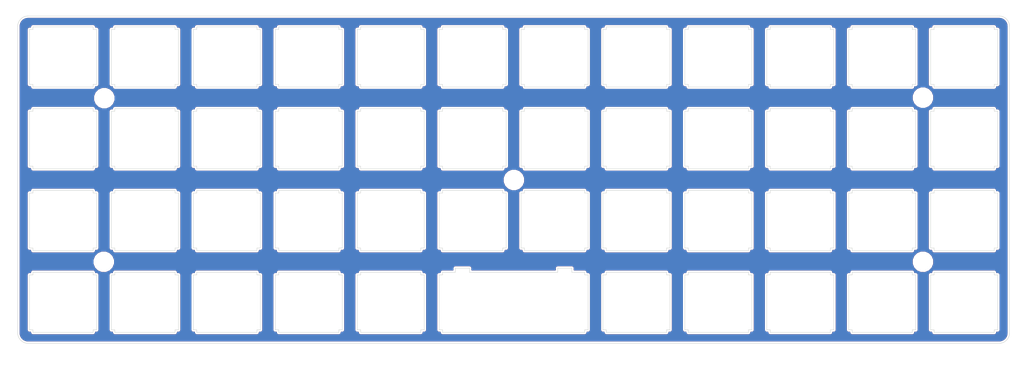
<source format=kicad_pcb>
(kicad_pcb (version 4) (host pcbnew 4.0.6)

  (general
    (links 0)
    (no_connects 1)
    (area 31.75 63.5 269.875001 150.812501)
    (thickness 1.6)
    (drawings 3)
    (tracks 0)
    (zones 0)
    (modules 6)
    (nets 2)
  )

  (page A4)
  (layers
    (0 F.Cu signal)
    (31 B.Cu signal)
    (32 B.Adhes user)
    (33 F.Adhes user)
    (34 B.Paste user)
    (35 F.Paste user)
    (36 B.SilkS user)
    (37 F.SilkS user)
    (38 B.Mask user)
    (39 F.Mask user)
    (40 Dwgs.User user)
    (41 Cmts.User user)
    (42 Eco1.User user)
    (43 Eco2.User user)
    (44 Edge.Cuts user)
    (45 Margin user)
    (46 B.CrtYd user)
    (47 F.CrtYd user)
    (48 B.Fab user)
    (49 F.Fab user)
  )

  (setup
    (last_trace_width 0.25)
    (trace_clearance 0.2)
    (zone_clearance 0.381)
    (zone_45_only no)
    (trace_min 0.2)
    (segment_width 0.2)
    (edge_width 0.15)
    (via_size 0.6)
    (via_drill 0.4)
    (via_min_size 0.4)
    (via_min_drill 0.3)
    (uvia_size 0.3)
    (uvia_drill 0.1)
    (uvias_allowed no)
    (uvia_min_size 0.2)
    (uvia_min_drill 0.1)
    (pcb_text_width 0.3)
    (pcb_text_size 1.5 1.5)
    (mod_edge_width 0.15)
    (mod_text_size 1 1)
    (mod_text_width 0.15)
    (pad_size 1.524 1.524)
    (pad_drill 0.762)
    (pad_to_mask_clearance 0.2)
    (aux_axis_origin 0 0)
    (visible_elements 7FFFFFFF)
    (pcbplotparams
      (layerselection 0x010f0_80000001)
      (usegerberextensions true)
      (usegerberattributes true)
      (excludeedgelayer true)
      (linewidth 0.100000)
      (plotframeref false)
      (viasonmask false)
      (mode 1)
      (useauxorigin false)
      (hpglpennumber 1)
      (hpglpenspeed 20)
      (hpglpendiameter 15)
      (hpglpenoverlay 2)
      (psnegative false)
      (psa4output false)
      (plotreference true)
      (plotvalue true)
      (plotinvisibletext false)
      (padsonsilk false)
      (subtractmaskfromsilk false)
      (outputformat 1)
      (mirror false)
      (drillshape 0)
      (scaleselection 1)
      (outputdirectory Gerbers))
  )

  (net 0 "")
  (net 1 GND)

  (net_class Default "This is the default net class."
    (clearance 0.2)
    (trace_width 0.25)
    (via_dia 0.6)
    (via_drill 0.4)
    (uvia_dia 0.3)
    (uvia_drill 0.1)
    (add_net GND)
  )

  (module locallib:hole4mm (layer F.Cu) (tedit 5A2DD0A1) (tstamp 5A2DD36D)
    (at 56.007 86.36)
    (fp_text reference REF** (at 0 3.81) (layer Dwgs.User)
      (effects (font (size 1 1) (thickness 0.15)))
    )
    (fp_text value hole (at 0 -3.81) (layer Dwgs.User)
      (effects (font (size 1 1) (thickness 0.15)))
    )
    (pad "" np_thru_hole circle (at 0 0) (size 4 4) (drill 4) (layers *.Cu *.Mask))
  )

  (module locallib:Outline (layer F.Cu) (tedit 5A2DCE89) (tstamp 5A2DD669)
    (at 151.003 105.41)
    (path /5A2DCEAC)
    (fp_text reference p1 (at 0 15.24) (layer Dwgs.User)
      (effects (font (size 1 1) (thickness 0.15)))
    )
    (fp_text value Plate (at 0 -8.89) (layer Dwgs.User)
      (effects (font (size 1 1) (thickness 0.15)))
    )
    (fp_line (start 20.955 -35.052) (end 20.955 -22.2514) (layer Edge.Cuts) (width 0.1))
    (fp_line (start 2.705 -21.6521) (end 16.705 -21.6521) (layer Edge.Cuts) (width 0.1))
    (fp_line (start 40.806 -22.2514) (end 40.806 -21.6521) (layer Edge.Cuts) (width 0.1))
    (fp_line (start 59.856 -21.6521) (end 73.855 -21.6521) (layer Edge.Cuts) (width 0.1))
    (fp_line (start 54.805 -35.052) (end 54.805 -35.6514) (layer Edge.Cuts) (width 0.1))
    (fp_line (start -2.346 -35.052) (end -2.346 -35.6514) (layer Edge.Cuts) (width 0.1))
    (fp_line (start 35.755 -35.6514) (end 21.756 -35.6514) (layer Edge.Cuts) (width 0.1))
    (fp_line (start -16.3452 -22.2514) (end -16.3452 -21.6521) (layer Edge.Cuts) (width 0.1))
    (fp_line (start 36.556 -35.052) (end 35.755 -35.052) (layer Edge.Cuts) (width 0.1))
    (fp_line (start 73.855 -21.6521) (end 73.855 -22.2514) (layer Edge.Cuts) (width 0.1))
    (fp_line (start 73.855 -22.2514) (end 74.656 -22.2514) (layer Edge.Cuts) (width 0.1))
    (fp_line (start 55.606 -35.052) (end 54.805 -35.052) (layer Edge.Cuts) (width 0.1))
    (fp_line (start 35.755 -21.6521) (end 35.755 -22.2514) (layer Edge.Cuts) (width 0.1))
    (fp_line (start -2.346 -21.6521) (end -2.346 -22.2514) (layer Edge.Cuts) (width 0.1))
    (fp_line (start 1.904 -35.052) (end 1.904 -22.2514) (layer Edge.Cuts) (width 0.1))
    (fp_line (start 20.955 -22.2514) (end 21.756 -22.2514) (layer Edge.Cuts) (width 0.1))
    (fp_line (start 40.806 -35.6514) (end 40.806 -35.052) (layer Edge.Cuts) (width 0.1))
    (fp_line (start -2.346 -35.6514) (end -16.3452 -35.6514) (layer Edge.Cuts) (width 0.1))
    (fp_line (start 74.656 -22.2514) (end 74.656 -35.052) (layer Edge.Cuts) (width 0.1))
    (fp_line (start 16.705 -21.6521) (end 16.705 -22.2514) (layer Edge.Cuts) (width 0.1))
    (fp_line (start -1.545 -35.052) (end -2.346 -35.052) (layer Edge.Cuts) (width 0.1))
    (fp_line (start 54.805 -35.6514) (end 40.806 -35.6514) (layer Edge.Cuts) (width 0.1))
    (fp_line (start 59.856 -35.6514) (end 59.856 -35.052) (layer Edge.Cuts) (width 0.1))
    (fp_line (start 78.906 -35.6514) (end 78.906 -35.052) (layer Edge.Cuts) (width 0.1))
    (fp_line (start 78.105 -35.052) (end 78.105 -22.2514) (layer Edge.Cuts) (width 0.1))
    (fp_line (start 59.055 -35.052) (end 59.055 -22.2514) (layer Edge.Cuts) (width 0.1))
    (fp_line (start 78.105 -22.2514) (end 78.906 -22.2514) (layer Edge.Cuts) (width 0.1))
    (fp_line (start 40.005 -22.2514) (end 40.806 -22.2514) (layer Edge.Cuts) (width 0.1))
    (fp_line (start 21.756 -35.6514) (end 21.756 -35.052) (layer Edge.Cuts) (width 0.1))
    (fp_line (start 17.506 -35.052) (end 16.705 -35.052) (layer Edge.Cuts) (width 0.1))
    (fp_line (start 2.705 -35.6514) (end 2.705 -35.052) (layer Edge.Cuts) (width 0.1))
    (fp_line (start 2.705 -35.052) (end 1.904 -35.052) (layer Edge.Cuts) (width 0.1))
    (fp_line (start 16.705 -35.6514) (end 2.705 -35.6514) (layer Edge.Cuts) (width 0.1))
    (fp_line (start -17.1446 -35.052) (end -17.1446 -22.2514) (layer Edge.Cuts) (width 0.1))
    (fp_line (start 21.756 -35.052) (end 20.955 -35.052) (layer Edge.Cuts) (width 0.1))
    (fp_line (start 73.855 -35.6514) (end 59.856 -35.6514) (layer Edge.Cuts) (width 0.1))
    (fp_line (start 35.755 -35.052) (end 35.755 -35.6514) (layer Edge.Cuts) (width 0.1))
    (fp_line (start 55.606 -22.2514) (end 55.606 -35.052) (layer Edge.Cuts) (width 0.1))
    (fp_line (start -16.3452 -35.6514) (end -16.3452 -35.052) (layer Edge.Cuts) (width 0.1))
    (fp_line (start 21.756 -22.2514) (end 21.756 -21.6521) (layer Edge.Cuts) (width 0.1))
    (fp_line (start -2.346 -22.2514) (end -1.545 -22.2514) (layer Edge.Cuts) (width 0.1))
    (fp_line (start 17.506 -22.2514) (end 17.506 -35.052) (layer Edge.Cuts) (width 0.1))
    (fp_line (start -16.3452 -35.052) (end -17.1446 -35.052) (layer Edge.Cuts) (width 0.1))
    (fp_line (start 54.805 -22.2514) (end 55.606 -22.2514) (layer Edge.Cuts) (width 0.1))
    (fp_line (start 35.755 -22.2514) (end 36.556 -22.2514) (layer Edge.Cuts) (width 0.1))
    (fp_line (start 36.556 -22.2514) (end 36.556 -35.052) (layer Edge.Cuts) (width 0.1))
    (fp_line (start 40.005 -35.052) (end 40.005 -22.2514) (layer Edge.Cuts) (width 0.1))
    (fp_line (start 59.856 -35.052) (end 59.055 -35.052) (layer Edge.Cuts) (width 0.1))
    (fp_line (start 59.055 -22.2514) (end 59.856 -22.2514) (layer Edge.Cuts) (width 0.1))
    (fp_line (start 59.856 -22.2514) (end 59.856 -21.6521) (layer Edge.Cuts) (width 0.1))
    (fp_line (start 74.656 -35.052) (end 73.855 -35.052) (layer Edge.Cuts) (width 0.1))
    (fp_line (start -16.3452 -21.6521) (end -2.346 -21.6521) (layer Edge.Cuts) (width 0.1))
    (fp_line (start 16.705 -22.2514) (end 17.506 -22.2514) (layer Edge.Cuts) (width 0.1))
    (fp_line (start 73.855 -35.052) (end 73.855 -35.6514) (layer Edge.Cuts) (width 0.1))
    (fp_line (start -17.1446 -22.2514) (end -16.3452 -22.2514) (layer Edge.Cuts) (width 0.1))
    (fp_line (start 16.705 -35.052) (end 16.705 -35.6514) (layer Edge.Cuts) (width 0.1))
    (fp_line (start 21.756 -21.6521) (end 35.755 -21.6521) (layer Edge.Cuts) (width 0.1))
    (fp_line (start 40.806 -21.6521) (end 54.805 -21.6521) (layer Edge.Cuts) (width 0.1))
    (fp_line (start 54.805 -21.6521) (end 54.805 -22.2514) (layer Edge.Cuts) (width 0.1))
    (fp_line (start 40.806 -35.052) (end 40.005 -35.052) (layer Edge.Cuts) (width 0.1))
    (fp_line (start 78.906 -35.052) (end 78.105 -35.052) (layer Edge.Cuts) (width 0.1))
    (fp_line (start -1.545 -22.2514) (end -1.545 -35.052) (layer Edge.Cuts) (width 0.1))
    (fp_line (start 1.904 -22.2514) (end 2.705 -22.2514) (layer Edge.Cuts) (width 0.1))
    (fp_line (start 2.705 -22.2514) (end 2.705 -21.6521) (layer Edge.Cuts) (width 0.1))
    (fp_line (start -78.5445 -21.6521) (end -78.5445 -22.2514) (layer Edge.Cuts) (width 0.1))
    (fp_line (start -58.6937 -35.052) (end -59.4945 -35.052) (layer Edge.Cuts) (width 0.1))
    (fp_line (start -97.5944 -22.2514) (end -96.7938 -22.2514) (layer Edge.Cuts) (width 0.1))
    (fp_line (start -92.5439 -35.6514) (end -92.5439 -35.052) (layer Edge.Cuts) (width 0.1))
    (fp_line (start -78.5445 -22.2514) (end -77.7437 -22.2514) (layer Edge.Cuts) (width 0.1))
    (fp_line (start -54.4438 -21.6521) (end -40.4445 -21.6521) (layer Edge.Cuts) (width 0.1))
    (fp_line (start -40.4445 -35.6514) (end -54.4438 -35.6514) (layer Edge.Cuts) (width 0.1))
    (fp_line (start -36.1946 -22.2514) (end -35.3938 -22.2514) (layer Edge.Cuts) (width 0.1))
    (fp_line (start -20.5951 -22.2514) (end -20.5951 -35.052) (layer Edge.Cuts) (width 0.1))
    (fp_line (start -20.5951 -35.052) (end -21.3945 -35.052) (layer Edge.Cuts) (width 0.1))
    (fp_line (start -59.4945 -22.2514) (end -58.6937 -22.2514) (layer Edge.Cuts) (width 0.1))
    (fp_line (start -21.3945 -35.052) (end -21.3945 -35.6514) (layer Edge.Cuts) (width 0.1))
    (fp_line (start -74.2946 -35.052) (end -74.2946 -22.2514) (layer Edge.Cuts) (width 0.1))
    (fp_line (start -54.4438 -22.2514) (end -54.4438 -21.6521) (layer Edge.Cuts) (width 0.1))
    (fp_line (start -92.5439 -21.6521) (end -78.5445 -21.6521) (layer Edge.Cuts) (width 0.1))
    (fp_line (start -73.4938 -22.2514) (end -73.4938 -21.6521) (layer Edge.Cuts) (width 0.1))
    (fp_line (start -40.4445 -22.2514) (end -39.6437 -22.2514) (layer Edge.Cuts) (width 0.1))
    (fp_line (start -73.4938 -35.6514) (end -73.4938 -35.052) (layer Edge.Cuts) (width 0.1))
    (fp_line (start -39.6437 -35.052) (end -40.4445 -35.052) (layer Edge.Cuts) (width 0.1))
    (fp_line (start -54.4438 -35.052) (end -55.2446 -35.052) (layer Edge.Cuts) (width 0.1))
    (fp_line (start -112.39453 -35.052) (end -112.39453 -22.2514) (layer Edge.Cuts) (width 0.1))
    (fp_line (start -112.39453 -22.2514) (end -111.5939 -22.2514) (layer Edge.Cuts) (width 0.1))
    (fp_line (start -97.5944 -21.6521) (end -97.5944 -22.2514) (layer Edge.Cuts) (width 0.1))
    (fp_line (start -55.2446 -22.2514) (end -54.4438 -22.2514) (layer Edge.Cuts) (width 0.1))
    (fp_line (start -58.6937 -22.2514) (end -58.6937 -35.052) (layer Edge.Cuts) (width 0.1))
    (fp_line (start -40.4445 -21.6521) (end -40.4445 -22.2514) (layer Edge.Cuts) (width 0.1))
    (fp_line (start -93.3445 -22.2514) (end -92.5439 -22.2514) (layer Edge.Cuts) (width 0.1))
    (fp_line (start -92.5439 -35.052) (end -93.3445 -35.052) (layer Edge.Cuts) (width 0.1))
    (fp_line (start -59.4945 -35.052) (end -59.4945 -35.6514) (layer Edge.Cuts) (width 0.1))
    (fp_line (start -35.3938 -35.6514) (end -35.3938 -35.052) (layer Edge.Cuts) (width 0.1))
    (fp_line (start 111.955 -16.6014) (end 97.956 -16.6014) (layer Edge.Cuts) (width 0.1))
    (fp_line (start -96.7938 -35.052) (end -97.5944 -35.052) (layer Edge.Cuts) (width 0.1))
    (fp_line (start -35.3938 -22.2514) (end -35.3938 -21.6521) (layer Edge.Cuts) (width 0.1))
    (fp_line (start -21.3945 -35.6514) (end -35.3938 -35.6514) (layer Edge.Cuts) (width 0.1))
    (fp_line (start 112.756 -16.002) (end 111.955 -16.002) (layer Edge.Cuts) (width 0.1))
    (fp_line (start 111.955 -16.002) (end 111.955 -16.6014) (layer Edge.Cuts) (width 0.1))
    (fp_line (start -78.5445 -35.6514) (end -92.5439 -35.6514) (layer Edge.Cuts) (width 0.1))
    (fp_line (start -97.5944 -35.052) (end -97.5944 -35.6514) (layer Edge.Cuts) (width 0.1))
    (fp_line (start -111.5939 -22.2514) (end -111.5939 -21.6521) (layer Edge.Cuts) (width 0.1))
    (fp_line (start -74.2946 -22.2514) (end -73.4938 -22.2514) (layer Edge.Cuts) (width 0.1))
    (fp_line (start -77.7437 -35.052) (end -78.5445 -35.052) (layer Edge.Cuts) (width 0.1))
    (fp_line (start -59.4945 -21.6521) (end -59.4945 -22.2514) (layer Edge.Cuts) (width 0.1))
    (fp_line (start -59.4945 -35.6514) (end -73.4938 -35.6514) (layer Edge.Cuts) (width 0.1))
    (fp_line (start -54.4438 -35.6514) (end -54.4438 -35.052) (layer Edge.Cuts) (width 0.1))
    (fp_line (start -111.5939 -21.6521) (end -97.5944 -21.6521) (layer Edge.Cuts) (width 0.1))
    (fp_line (start -97.5944 -35.6514) (end -111.5939 -35.6514) (layer Edge.Cuts) (width 0.1))
    (fp_line (start -93.3445 -35.052) (end -93.3445 -22.2514) (layer Edge.Cuts) (width 0.1))
    (fp_line (start -111.5939 -35.052) (end -112.39453 -35.052) (layer Edge.Cuts) (width 0.1))
    (fp_line (start -73.4938 -35.052) (end -74.2946 -35.052) (layer Edge.Cuts) (width 0.1))
    (fp_line (start -78.5445 -35.052) (end -78.5445 -35.6514) (layer Edge.Cuts) (width 0.1))
    (fp_line (start -55.2446 -35.052) (end -55.2446 -22.2514) (layer Edge.Cuts) (width 0.1))
    (fp_line (start -39.6437 -22.2514) (end -39.6437 -35.052) (layer Edge.Cuts) (width 0.1))
    (fp_line (start -40.4445 -35.052) (end -40.4445 -35.6514) (layer Edge.Cuts) (width 0.1))
    (fp_line (start -73.4938 -21.6521) (end -59.4945 -21.6521) (layer Edge.Cuts) (width 0.1))
    (fp_line (start -111.5939 -35.6514) (end -111.5939 -35.052) (layer Edge.Cuts) (width 0.1))
    (fp_line (start -96.7938 -22.2514) (end -96.7938 -35.052) (layer Edge.Cuts) (width 0.1))
    (fp_line (start -35.3938 -35.052) (end -36.1946 -35.052) (layer Edge.Cuts) (width 0.1))
    (fp_line (start -36.1946 -35.052) (end -36.1946 -22.2514) (layer Edge.Cuts) (width 0.1))
    (fp_line (start -35.3938 -21.6521) (end -21.3945 -21.6521) (layer Edge.Cuts) (width 0.1))
    (fp_line (start -21.3945 -21.6521) (end -21.3945 -22.2514) (layer Edge.Cuts) (width 0.1))
    (fp_line (start -92.5439 -22.2514) (end -92.5439 -21.6521) (layer Edge.Cuts) (width 0.1))
    (fp_line (start -77.7437 -22.2514) (end -77.7437 -35.052) (layer Edge.Cuts) (width 0.1))
    (fp_line (start -21.3945 -22.2514) (end -20.5951 -22.2514) (layer Edge.Cuts) (width 0.1))
    (fp_line (start 97.956 -35.052) (end 97.155 -35.052) (layer Edge.Cuts) (width 0.1))
    (fp_line (start 111.955 -22.2514) (end 112.756 -22.2514) (layer Edge.Cuts) (width 0.1))
    (fp_line (start 93.706 -22.2514) (end 93.706 -35.052) (layer Edge.Cuts) (width 0.1))
    (fp_line (start 78.906 -22.2514) (end 78.906 -21.6521) (layer Edge.Cuts) (width 0.1))
    (fp_line (start 92.905 -21.6521) (end 92.905 -22.2514) (layer Edge.Cuts) (width 0.1))
    (fp_line (start 111.955 -21.6521) (end 111.955 -22.2514) (layer Edge.Cuts) (width 0.1))
    (fp_line (start 93.706 -35.052) (end 92.905 -35.052) (layer Edge.Cuts) (width 0.1))
    (fp_line (start 112.756 -35.052) (end 111.955 -35.052) (layer Edge.Cuts) (width 0.1))
    (fp_line (start 112.756 -22.2514) (end 112.756 -35.052) (layer Edge.Cuts) (width 0.1))
    (fp_line (start 111.955 -35.6514) (end 97.956 -35.6514) (layer Edge.Cuts) (width 0.1))
    (fp_line (start 97.956 -35.6514) (end 97.956 -35.052) (layer Edge.Cuts) (width 0.1))
    (fp_line (start 92.905 -22.2514) (end 93.706 -22.2514) (layer Edge.Cuts) (width 0.1))
    (fp_line (start 97.956 -21.6521) (end 111.955 -21.6521) (layer Edge.Cuts) (width 0.1))
    (fp_line (start 97.956 -22.2514) (end 97.956 -21.6521) (layer Edge.Cuts) (width 0.1))
    (fp_line (start 111.955 -35.052) (end 111.955 -35.6514) (layer Edge.Cuts) (width 0.1))
    (fp_line (start 92.905 -35.6514) (end 78.906 -35.6514) (layer Edge.Cuts) (width 0.1))
    (fp_line (start 78.906 -21.6521) (end 92.905 -21.6521) (layer Edge.Cuts) (width 0.1))
    (fp_line (start 97.155 -35.052) (end 97.155 -22.2514) (layer Edge.Cuts) (width 0.1))
    (fp_line (start 97.155 -22.2514) (end 97.956 -22.2514) (layer Edge.Cuts) (width 0.1))
    (fp_line (start 92.905 -35.052) (end 92.905 -35.6514) (layer Edge.Cuts) (width 0.1))
    (fp_line (start 35.755 34.89858) (end 36.556 34.89858) (layer Edge.Cuts) (width 0.1))
    (fp_line (start 21.756 22.098) (end 20.955 22.098) (layer Edge.Cuts) (width 0.1))
    (fp_line (start 36.556 34.89858) (end 36.556 22.098) (layer Edge.Cuts) (width 0.1))
    (fp_line (start 36.556 22.098) (end 35.755 22.098) (layer Edge.Cuts) (width 0.1))
    (fp_line (start 54.805 35.49803) (end 54.805 34.89858) (layer Edge.Cuts) (width 0.1))
    (fp_line (start 54.805 22.098) (end 54.805 21.4985) (layer Edge.Cuts) (width 0.1))
    (fp_line (start 59.055 34.89858) (end 59.856 34.89858) (layer Edge.Cuts) (width 0.1))
    (fp_line (start 35.755 35.49803) (end 35.755 34.89858) (layer Edge.Cuts) (width 0.1))
    (fp_line (start 73.855 35.49803) (end 73.855 34.89858) (layer Edge.Cuts) (width 0.1))
    (fp_line (start 40.005 34.89858) (end 40.806 34.89858) (layer Edge.Cuts) (width 0.1))
    (fp_line (start 55.606 34.89858) (end 55.606 22.098) (layer Edge.Cuts) (width 0.1))
    (fp_line (start 40.806 22.098) (end 40.005 22.098) (layer Edge.Cuts) (width 0.1))
    (fp_line (start 40.806 35.49803) (end 54.805 35.49803) (layer Edge.Cuts) (width 0.1))
    (fp_line (start 20.955 22.098) (end 20.955 34.89858) (layer Edge.Cuts) (width 0.1))
    (fp_line (start 21.756 34.89858) (end 21.756 35.49803) (layer Edge.Cuts) (width 0.1))
    (fp_line (start 55.606 22.098) (end 54.805 22.098) (layer Edge.Cuts) (width 0.1))
    (fp_line (start 54.805 21.4985) (end 40.806 21.4985) (layer Edge.Cuts) (width 0.1))
    (fp_line (start 59.856 21.4985) (end 59.856 22.098) (layer Edge.Cuts) (width 0.1))
    (fp_line (start 59.856 22.098) (end 59.055 22.098) (layer Edge.Cuts) (width 0.1))
    (fp_line (start 59.055 22.098) (end 59.055 34.89858) (layer Edge.Cuts) (width 0.1))
    (fp_line (start 40.806 21.4985) (end 40.806 22.098) (layer Edge.Cuts) (width 0.1))
    (fp_line (start 21.756 21.4985) (end 21.756 22.098) (layer Edge.Cuts) (width 0.1))
    (fp_line (start 20.955 34.89858) (end 21.756 34.89858) (layer Edge.Cuts) (width 0.1))
    (fp_line (start 35.755 22.098) (end 35.755 21.4985) (layer Edge.Cuts) (width 0.1))
    (fp_line (start 40.806 34.89858) (end 40.806 35.49803) (layer Edge.Cuts) (width 0.1))
    (fp_line (start 54.805 34.89858) (end 55.606 34.89858) (layer Edge.Cuts) (width 0.1))
    (fp_line (start 40.005 22.098) (end 40.005 34.89858) (layer Edge.Cuts) (width 0.1))
    (fp_line (start 35.755 21.4985) (end 21.756 21.4985) (layer Edge.Cuts) (width 0.1))
    (fp_line (start 59.856 34.89858) (end 59.856 35.49803) (layer Edge.Cuts) (width 0.1))
    (fp_line (start 21.756 35.49803) (end 35.755 35.49803) (layer Edge.Cuts) (width 0.1))
    (fp_line (start 59.856 35.49803) (end 73.855 35.49803) (layer Edge.Cuts) (width 0.1))
    (fp_line (start 78.906 34.89858) (end 78.906 35.49803) (layer Edge.Cuts) (width 0.1))
    (fp_line (start 73.855 22.098) (end 73.855 21.4985) (layer Edge.Cuts) (width 0.1))
    (fp_line (start 78.906 35.49803) (end 92.905 35.49803) (layer Edge.Cuts) (width 0.1))
    (fp_line (start 92.905 35.49803) (end 92.905 34.89858) (layer Edge.Cuts) (width 0.1))
    (fp_line (start 97.155 34.89858) (end 97.956 34.89858) (layer Edge.Cuts) (width 0.1))
    (fp_line (start 111.955 34.89858) (end 112.756 34.89858) (layer Edge.Cuts) (width 0.1))
    (fp_line (start -111.5939 2.4486) (end -111.5939 3.048) (layer Edge.Cuts) (width 0.1))
    (fp_line (start 78.105 34.89858) (end 78.906 34.89858) (layer Edge.Cuts) (width 0.1))
    (fp_line (start -111.5939 3.048) (end -112.39453 3.048) (layer Edge.Cuts) (width 0.1))
    (fp_line (start 97.956 21.4985) (end 97.956 22.098) (layer Edge.Cuts) (width 0.1))
    (fp_line (start 97.956 35.49803) (end 111.955 35.49803) (layer Edge.Cuts) (width 0.1))
    (fp_line (start 92.905 22.098) (end 92.905 21.4985) (layer Edge.Cuts) (width 0.1))
    (fp_line (start 97.155 22.098) (end 97.155 34.89858) (layer Edge.Cuts) (width 0.1))
    (fp_line (start 73.855 21.4985) (end 59.856 21.4985) (layer Edge.Cuts) (width 0.1))
    (fp_line (start 78.906 22.098) (end 78.105 22.098) (layer Edge.Cuts) (width 0.1))
    (fp_line (start 73.855 34.89858) (end 74.656 34.89858) (layer Edge.Cuts) (width 0.1))
    (fp_line (start 111.955 35.49803) (end 111.955 34.89858) (layer Edge.Cuts) (width 0.1))
    (fp_line (start 112.756 34.89858) (end 112.756 22.098) (layer Edge.Cuts) (width 0.1))
    (fp_line (start 74.656 34.89858) (end 74.656 22.098) (layer Edge.Cuts) (width 0.1))
    (fp_line (start 112.756 22.098) (end 111.955 22.098) (layer Edge.Cuts) (width 0.1))
    (fp_line (start 93.706 22.098) (end 92.905 22.098) (layer Edge.Cuts) (width 0.1))
    (fp_line (start 74.656 22.098) (end 73.855 22.098) (layer Edge.Cuts) (width 0.1))
    (fp_line (start 78.906 21.4985) (end 78.906 22.098) (layer Edge.Cuts) (width 0.1))
    (fp_line (start 92.905 34.89858) (end 93.706 34.89858) (layer Edge.Cuts) (width 0.1))
    (fp_line (start 97.956 22.098) (end 97.155 22.098) (layer Edge.Cuts) (width 0.1))
    (fp_line (start 97.956 34.89858) (end 97.956 35.49803) (layer Edge.Cuts) (width 0.1))
    (fp_line (start 92.905 21.4985) (end 78.906 21.4985) (layer Edge.Cuts) (width 0.1))
    (fp_line (start 93.706 34.89858) (end 93.706 22.098) (layer Edge.Cuts) (width 0.1))
    (fp_line (start 111.955 22.098) (end 111.955 21.4985) (layer Edge.Cuts) (width 0.1))
    (fp_line (start 78.105 22.098) (end 78.105 34.89858) (layer Edge.Cuts) (width 0.1))
    (fp_line (start 111.955 21.4985) (end 97.956 21.4985) (layer Edge.Cuts) (width 0.1))
    (fp_line (start 113.288 38.017084) (end 113.102 38.023974) (layer Edge.Cuts) (width 0.1))
    (fp_line (start -114.13775 37.569219) (end -114.285203 37.453466) (layer Edge.Cuts) (width 0.1))
    (fp_line (start -114.66554 37.04281) (end -114.768893 36.88709) (layer Edge.Cuts) (width 0.1))
    (fp_line (start -115.054148 36.19945) (end -115.089976 36.01617) (layer Edge.Cuts) (width 0.1))
    (fp_line (start -115.120293 35.6441) (end -115.118915 -35.796) (layer Edge.Cuts) (width 0.1))
    (fp_line (start -115.089976 -36.1696) (end -115.054148 -36.353) (layer Edge.Cuts) (width 0.1))
    (fp_line (start -113.64993 37.842073) (end -113.8208 37.764902) (layer Edge.Cuts) (width 0.1))
    (fp_line (start -114.421629 37.326685) (end -114.549786 37.190262) (layer Edge.Cuts) (width 0.1))
    (fp_line (start -113.29577 37.959206) (end -113.47491 37.908218) (layer Edge.Cuts) (width 0.1))
    (fp_line (start -113.98341 37.673952) (end -114.13775 37.569219) (layer Edge.Cuts) (width 0.1))
    (fp_line (start -114.549786 37.190262) (end -114.66554 37.04281) (layer Edge.Cuts) (width 0.1))
    (fp_line (start -114.938392 36.55498) (end -115.00316 36.37997) (layer Edge.Cuts) (width 0.1))
    (fp_line (start -115.00316 36.37997) (end -115.054148 36.19945) (layer Edge.Cuts) (width 0.1))
    (fp_line (start -114.768893 36.88709) (end -114.859843 36.72448) (layer Edge.Cuts) (width 0.1))
    (fp_line (start -114.859843 36.72448) (end -114.938392 36.55498) (layer Edge.Cuts) (width 0.1))
    (fp_line (start -115.089976 36.01617) (end -115.112025 35.83014) (layer Edge.Cuts) (width 0.1))
    (fp_line (start -115.112025 -35.9837) (end -115.089976 -36.1696) (layer Edge.Cuts) (width 0.1))
    (fp_line (start -113.11249 37.995035) (end -113.29577 37.959206) (layer Edge.Cuts) (width 0.1))
    (fp_line (start -113.8208 37.764902) (end -113.98341 37.673952) (layer Edge.Cuts) (width 0.1))
    (fp_line (start -115.118915 -35.796) (end -115.112025 -35.9837) (layer Edge.Cuts) (width 0.1))
    (fp_line (start -112.73904 38.023974) (end -112.92645 38.017084) (layer Edge.Cuts) (width 0.1))
    (fp_line (start -115.00316 -36.5319) (end -114.938392 -36.7072) (layer Edge.Cuts) (width 0.1))
    (fp_line (start -114.285203 37.453466) (end -114.421629 37.326685) (layer Edge.Cuts) (width 0.1))
    (fp_line (start -113.47491 37.908218) (end -113.64993 37.842073) (layer Edge.Cuts) (width 0.1))
    (fp_line (start -112.92645 38.017084) (end -113.11249 37.995035) (layer Edge.Cuts) (width 0.1))
    (fp_line (start -114.938392 -36.7072) (end -114.859843 -36.878) (layer Edge.Cuts) (width 0.1))
    (fp_line (start -115.054148 -36.353) (end -115.00316 -36.5319) (layer Edge.Cuts) (width 0.1))
    (fp_line (start -114.859843 -36.878) (end -114.768893 -37.0406) (layer Edge.Cuts) (width 0.1))
    (fp_line (start -115.112025 35.83014) (end -115.120293 35.6441) (layer Edge.Cuts) (width 0.1))
    (fp_line (start -114.768893 -37.0406) (end -114.66554 -37.1948) (layer Edge.Cuts) (width 0.1))
    (fp_line (start 113.102 38.023974) (end -112.73904 38.023974) (layer Edge.Cuts) (width 0.1))
    (fp_line (start 59.856 2.4486) (end 59.856 3.048) (layer Edge.Cuts) (width 0.1))
    (fp_line (start 97.956 15.8486) (end 97.956 16.448) (layer Edge.Cuts) (width 0.1))
    (fp_line (start 97.956 16.448) (end 111.955 16.448) (layer Edge.Cuts) (width 0.1))
    (fp_line (start 78.906 2.4486) (end 78.906 3.048) (layer Edge.Cuts) (width 0.1))
    (fp_line (start 111.955 16.448) (end 111.955 15.8486) (layer Edge.Cuts) (width 0.1))
    (fp_line (start -112.39453 -3.2014) (end -111.5939 -3.2014) (layer Edge.Cuts) (width 0.1))
    (fp_line (start 92.905 2.4486) (end 78.906 2.4486) (layer Edge.Cuts) (width 0.1))
    (fp_line (start -97.5944 -2.6021) (end -97.5944 -3.2014) (layer Edge.Cuts) (width 0.1))
    (fp_line (start 40.806 16.448) (end 54.805 16.448) (layer Edge.Cuts) (width 0.1))
    (fp_line (start 55.606 15.8486) (end 55.606 3.048) (layer Edge.Cuts) (width 0.1))
    (fp_line (start 78.906 16.448) (end 92.905 16.448) (layer Edge.Cuts) (width 0.1))
    (fp_line (start 54.805 3.048) (end 54.805 2.4486) (layer Edge.Cuts) (width 0.1))
    (fp_line (start 59.856 3.048) (end 59.055 3.048) (layer Edge.Cuts) (width 0.1))
    (fp_line (start -97.5944 -16.6014) (end -111.5939 -16.6014) (layer Edge.Cuts) (width 0.1))
    (fp_line (start 40.005 3.048) (end 40.005 15.8486) (layer Edge.Cuts) (width 0.1))
    (fp_line (start 92.905 15.8486) (end 93.706 15.8486) (layer Edge.Cuts) (width 0.1))
    (fp_line (start 97.155 15.8486) (end 97.956 15.8486) (layer Edge.Cuts) (width 0.1))
    (fp_line (start 54.805 15.8486) (end 55.606 15.8486) (layer Edge.Cuts) (width 0.1))
    (fp_line (start 40.806 15.8486) (end 40.806 16.448) (layer Edge.Cuts) (width 0.1))
    (fp_line (start 97.956 2.4486) (end 97.956 3.048) (layer Edge.Cuts) (width 0.1))
    (fp_line (start 92.905 3.048) (end 92.905 2.4486) (layer Edge.Cuts) (width 0.1))
    (fp_line (start 59.856 16.448) (end 73.855 16.448) (layer Edge.Cuts) (width 0.1))
    (fp_line (start -111.5939 -3.2014) (end -111.5939 -2.6021) (layer Edge.Cuts) (width 0.1))
    (fp_line (start 111.955 15.8486) (end 112.756 15.8486) (layer Edge.Cuts) (width 0.1))
    (fp_line (start -97.5944 -3.2014) (end -96.7938 -3.2014) (layer Edge.Cuts) (width 0.1))
    (fp_line (start -97.5944 -16.002) (end -97.5944 -16.6014) (layer Edge.Cuts) (width 0.1))
    (fp_line (start -92.5439 -16.6014) (end -92.5439 -16.002) (layer Edge.Cuts) (width 0.1))
    (fp_line (start -92.5439 -16.002) (end -93.3445 -16.002) (layer Edge.Cuts) (width 0.1))
    (fp_line (start -93.3445 -16.002) (end -93.3445 -3.2014) (layer Edge.Cuts) (width 0.1))
    (fp_line (start 59.055 15.8486) (end 59.856 15.8486) (layer Edge.Cuts) (width 0.1))
    (fp_line (start 78.105 15.8486) (end 78.906 15.8486) (layer Edge.Cuts) (width 0.1))
    (fp_line (start 55.606 3.048) (end 54.805 3.048) (layer Edge.Cuts) (width 0.1))
    (fp_line (start 78.906 15.8486) (end 78.906 16.448) (layer Edge.Cuts) (width 0.1))
    (fp_line (start 40.806 2.4486) (end 40.806 3.048) (layer Edge.Cuts) (width 0.1))
    (fp_line (start 40.806 3.048) (end 40.005 3.048) (layer Edge.Cuts) (width 0.1))
    (fp_line (start 73.855 16.448) (end 73.855 15.8486) (layer Edge.Cuts) (width 0.1))
    (fp_line (start 74.656 15.8486) (end 74.656 3.048) (layer Edge.Cuts) (width 0.1))
    (fp_line (start 40.005 15.8486) (end 40.806 15.8486) (layer Edge.Cuts) (width 0.1))
    (fp_line (start 73.855 3.048) (end 73.855 2.4486) (layer Edge.Cuts) (width 0.1))
    (fp_line (start 78.906 3.048) (end 78.105 3.048) (layer Edge.Cuts) (width 0.1))
    (fp_line (start 93.706 15.8486) (end 93.706 3.048) (layer Edge.Cuts) (width 0.1))
    (fp_line (start 73.855 15.8486) (end 74.656 15.8486) (layer Edge.Cuts) (width 0.1))
    (fp_line (start 78.105 3.048) (end 78.105 15.8486) (layer Edge.Cuts) (width 0.1))
    (fp_line (start 97.956 3.048) (end 97.155 3.048) (layer Edge.Cuts) (width 0.1))
    (fp_line (start 54.805 2.4486) (end 40.806 2.4486) (layer Edge.Cuts) (width 0.1))
    (fp_line (start 73.855 2.4486) (end 59.856 2.4486) (layer Edge.Cuts) (width 0.1))
    (fp_line (start 92.905 16.448) (end 92.905 15.8486) (layer Edge.Cuts) (width 0.1))
    (fp_line (start 97.155 3.048) (end 97.155 15.8486) (layer Edge.Cuts) (width 0.1))
    (fp_line (start 112.756 3.048) (end 111.955 3.048) (layer Edge.Cuts) (width 0.1))
    (fp_line (start 59.055 3.048) (end 59.055 15.8486) (layer Edge.Cuts) (width 0.1))
    (fp_line (start 111.955 3.048) (end 111.955 2.4486) (layer Edge.Cuts) (width 0.1))
    (fp_line (start -111.5939 -16.6014) (end -111.5939 -16.002) (layer Edge.Cuts) (width 0.1))
    (fp_line (start -111.5939 -16.002) (end -112.39453 -16.002) (layer Edge.Cuts) (width 0.1))
    (fp_line (start -112.39453 -16.002) (end -112.39453 -3.2014) (layer Edge.Cuts) (width 0.1))
    (fp_line (start -111.5939 -2.6021) (end -97.5944 -2.6021) (layer Edge.Cuts) (width 0.1))
    (fp_line (start -96.7938 -16.002) (end -97.5944 -16.002) (layer Edge.Cuts) (width 0.1))
    (fp_line (start 112.756 15.8486) (end 112.756 3.048) (layer Edge.Cuts) (width 0.1))
    (fp_line (start -96.7938 -3.2014) (end -96.7938 -16.002) (layer Edge.Cuts) (width 0.1))
    (fp_line (start 74.656 3.048) (end 73.855 3.048) (layer Edge.Cuts) (width 0.1))
    (fp_line (start 111.955 2.4486) (end 97.956 2.4486) (layer Edge.Cuts) (width 0.1))
    (fp_line (start 59.856 15.8486) (end 59.856 16.448) (layer Edge.Cuts) (width 0.1))
    (fp_line (start 54.805 16.448) (end 54.805 15.8486) (layer Edge.Cuts) (width 0.1))
    (fp_line (start 93.706 3.048) (end 92.905 3.048) (layer Edge.Cuts) (width 0.1))
    (fp_line (start -21.3945 35.49803) (end -21.3945 34.89858) (layer Edge.Cuts) (width 0.1))
    (fp_line (start -21.3945 34.89858) (end -20.5951 34.89858) (layer Edge.Cuts) (width 0.1))
    (fp_line (start -20.5951 34.89858) (end -20.5951 22.098) (layer Edge.Cuts) (width 0.1))
    (fp_line (start -17.1446 34.89858) (end -16.3452 34.89858) (layer Edge.Cuts) (width 0.1))
    (fp_line (start 16.705 34.89858) (end 17.506 34.89858) (layer Edge.Cuts) (width 0.1))
    (fp_line (start 13.731 21.4985) (end 13.731 20.5284) (layer Edge.Cuts) (width 0.1))
    (fp_line (start 10.431 21.4985) (end -10.07 21.4985) (layer Edge.Cuts) (width 0.1))
    (fp_line (start -35.3938 35.49803) (end -21.3945 35.49803) (layer Edge.Cuts) (width 0.1))
    (fp_line (start -16.3452 21.4985) (end -16.3452 22.098) (layer Edge.Cuts) (width 0.1))
    (fp_line (start -16.3452 35.49803) (end 16.705 35.49803) (layer Edge.Cuts) (width 0.1))
    (fp_line (start -13.369 20.5284) (end -13.369 21.4985) (layer Edge.Cuts) (width 0.1))
    (fp_line (start -17.1446 22.098) (end -17.1446 34.89858) (layer Edge.Cuts) (width 0.1))
    (fp_line (start 16.705 35.49803) (end 16.705 34.89858) (layer Edge.Cuts) (width 0.1))
    (fp_line (start -35.3938 22.098) (end -36.1946 22.098) (layer Edge.Cuts) (width 0.1))
    (fp_line (start -36.1946 34.89858) (end -35.3938 34.89858) (layer Edge.Cuts) (width 0.1))
    (fp_line (start 17.506 34.89858) (end 17.506 22.098) (layer Edge.Cuts) (width 0.1))
    (fp_line (start 17.506 22.098) (end 16.705 22.098) (layer Edge.Cuts) (width 0.1))
    (fp_line (start 16.705 22.098) (end 16.705 21.4985) (layer Edge.Cuts) (width 0.1))
    (fp_line (start 16.705 21.4985) (end 13.731 21.4985) (layer Edge.Cuts) (width 0.1))
    (fp_line (start -21.3945 21.4985) (end -35.3938 21.4985) (layer Edge.Cuts) (width 0.1))
    (fp_line (start -16.3452 22.098) (end -17.1446 22.098) (layer Edge.Cuts) (width 0.1))
    (fp_line (start 13.731 20.5284) (end 10.43 20.5284) (layer Edge.Cuts) (width 0.1))
    (fp_line (start -36.1946 22.098) (end -36.1946 34.89858) (layer Edge.Cuts) (width 0.1))
    (fp_line (start -20.5951 22.098) (end -21.3945 22.098) (layer Edge.Cuts) (width 0.1))
    (fp_line (start -16.3452 34.89858) (end -16.3452 35.49803) (layer Edge.Cuts) (width 0.1))
    (fp_line (start -13.369 21.4985) (end -16.3452 21.4985) (layer Edge.Cuts) (width 0.1))
    (fp_line (start -21.3945 22.098) (end -21.3945 21.4985) (layer Edge.Cuts) (width 0.1))
    (fp_line (start -10.07 21.4985) (end -10.07 20.5284) (layer Edge.Cuts) (width 0.1))
    (fp_line (start -10.07 20.5284) (end -13.369 20.5284) (layer Edge.Cuts) (width 0.1))
    (fp_line (start -35.3938 34.89858) (end -35.3938 35.49803) (layer Edge.Cuts) (width 0.1))
    (fp_line (start 10.43 20.5284) (end 10.431 21.4985) (layer Edge.Cuts) (width 0.1))
    (fp_line (start -77.7437 22.098) (end -78.5445 22.098) (layer Edge.Cuts) (width 0.1))
    (fp_line (start -78.5445 22.098) (end -78.5445 21.4985) (layer Edge.Cuts) (width 0.1))
    (fp_line (start -78.5445 21.4985) (end -92.5439 21.4985) (layer Edge.Cuts) (width 0.1))
    (fp_line (start -58.6937 34.89858) (end -58.6937 22.098) (layer Edge.Cuts) (width 0.1))
    (fp_line (start -54.4438 21.4985) (end -54.4438 22.098) (layer Edge.Cuts) (width 0.1))
    (fp_line (start -54.4438 35.49803) (end -40.4445 35.49803) (layer Edge.Cuts) (width 0.1))
    (fp_line (start -39.6437 34.89858) (end -39.6437 22.098) (layer Edge.Cuts) (width 0.1))
    (fp_line (start -77.7437 34.89858) (end -77.7437 22.098) (layer Edge.Cuts) (width 0.1))
    (fp_line (start -73.4938 35.49803) (end -59.4945 35.49803) (layer Edge.Cuts) (width 0.1))
    (fp_line (start -59.4945 22.098) (end -59.4945 21.4985) (layer Edge.Cuts) (width 0.1))
    (fp_line (start -74.2946 34.89858) (end -73.4938 34.89858) (layer Edge.Cuts) (width 0.1))
    (fp_line (start -59.4945 34.89858) (end -58.6937 34.89858) (layer Edge.Cuts) (width 0.1))
    (fp_line (start -59.4945 21.4985) (end -73.4938 21.4985) (layer Edge.Cuts) (width 0.1))
    (fp_line (start -78.5445 35.49803) (end -78.5445 34.89858) (layer Edge.Cuts) (width 0.1))
    (fp_line (start -55.2446 34.89858) (end -54.4438 34.89858) (layer Edge.Cuts) (width 0.1))
    (fp_line (start -54.4438 22.098) (end -55.2446 22.098) (layer Edge.Cuts) (width 0.1))
    (fp_line (start -55.2446 22.098) (end -55.2446 34.89858) (layer Edge.Cuts) (width 0.1))
    (fp_line (start -54.4438 34.89858) (end -54.4438 35.49803) (layer Edge.Cuts) (width 0.1))
    (fp_line (start -40.4445 35.49803) (end -40.4445 34.89858) (layer Edge.Cuts) (width 0.1))
    (fp_line (start -74.2946 22.098) (end -74.2946 34.89858) (layer Edge.Cuts) (width 0.1))
    (fp_line (start -59.4945 35.49803) (end -59.4945 34.89858) (layer Edge.Cuts) (width 0.1))
    (fp_line (start -39.6437 22.098) (end -40.4445 22.098) (layer Edge.Cuts) (width 0.1))
    (fp_line (start -73.4938 21.4985) (end -73.4938 22.098) (layer Edge.Cuts) (width 0.1))
    (fp_line (start -40.4445 21.4985) (end -54.4438 21.4985) (layer Edge.Cuts) (width 0.1))
    (fp_line (start -58.6937 22.098) (end -59.4945 22.098) (layer Edge.Cuts) (width 0.1))
    (fp_line (start -73.4938 34.89858) (end -73.4938 35.49803) (layer Edge.Cuts) (width 0.1))
    (fp_line (start -73.4938 22.098) (end -74.2946 22.098) (layer Edge.Cuts) (width 0.1))
    (fp_line (start -40.4445 22.098) (end -40.4445 21.4985) (layer Edge.Cuts) (width 0.1))
    (fp_line (start -35.3938 21.4985) (end -35.3938 22.098) (layer Edge.Cuts) (width 0.1))
    (fp_line (start -78.5445 34.89858) (end -77.7437 34.89858) (layer Edge.Cuts) (width 0.1))
    (fp_line (start -40.4445 34.89858) (end -39.6437 34.89858) (layer Edge.Cuts) (width 0.1))
    (fp_line (start -92.5439 3.048) (end -93.3445 3.048) (layer Edge.Cuts) (width 0.1))
    (fp_line (start -112.39453 3.048) (end -112.39453 15.8486) (layer Edge.Cuts) (width 0.1))
    (fp_line (start -97.5944 15.8486) (end -96.7938 15.8486) (layer Edge.Cuts) (width 0.1))
    (fp_line (start -93.3445 3.048) (end -93.3445 15.8486) (layer Edge.Cuts) (width 0.1))
    (fp_line (start -93.3445 15.8486) (end -92.5439 15.8486) (layer Edge.Cuts) (width 0.1))
    (fp_line (start -73.4938 2.4486) (end -73.4938 3.048) (layer Edge.Cuts) (width 0.1))
    (fp_line (start -73.4938 15.8486) (end -73.4938 16.448) (layer Edge.Cuts) (width 0.1))
    (fp_line (start -92.5439 2.4486) (end -92.5439 3.048) (layer Edge.Cuts) (width 0.1))
    (fp_line (start -59.4945 15.8486) (end -58.6937 15.8486) (layer Edge.Cuts) (width 0.1))
    (fp_line (start -58.6937 15.8486) (end -58.6937 3.048) (layer Edge.Cuts) (width 0.1))
    (fp_line (start -77.7437 3.048) (end -78.5445 3.048) (layer Edge.Cuts) (width 0.1))
    (fp_line (start -74.2946 3.048) (end -74.2946 15.8486) (layer Edge.Cuts) (width 0.1))
    (fp_line (start -78.5445 15.8486) (end -77.7437 15.8486) (layer Edge.Cuts) (width 0.1))
    (fp_line (start -96.7938 15.8486) (end -96.7938 3.048) (layer Edge.Cuts) (width 0.1))
    (fp_line (start -97.5944 3.048) (end -97.5944 2.4486) (layer Edge.Cuts) (width 0.1))
    (fp_line (start -111.5939 15.8486) (end -111.5939 16.448) (layer Edge.Cuts) (width 0.1))
    (fp_line (start -78.5445 2.4486) (end -92.5439 2.4486) (layer Edge.Cuts) (width 0.1))
    (fp_line (start -74.2946 15.8486) (end -73.4938 15.8486) (layer Edge.Cuts) (width 0.1))
    (fp_line (start -111.5939 16.448) (end -97.5944 16.448) (layer Edge.Cuts) (width 0.1))
    (fp_line (start -73.4938 16.448) (end -59.4945 16.448) (layer Edge.Cuts) (width 0.1))
    (fp_line (start -59.4945 16.448) (end -59.4945 15.8486) (layer Edge.Cuts) (width 0.1))
    (fp_line (start -97.5944 16.448) (end -97.5944 15.8486) (layer Edge.Cuts) (width 0.1))
    (fp_line (start -96.7938 3.048) (end -97.5944 3.048) (layer Edge.Cuts) (width 0.1))
    (fp_line (start -78.5445 16.448) (end -78.5445 15.8486) (layer Edge.Cuts) (width 0.1))
    (fp_line (start -92.5439 15.8486) (end -92.5439 16.448) (layer Edge.Cuts) (width 0.1))
    (fp_line (start -78.5445 3.048) (end -78.5445 2.4486) (layer Edge.Cuts) (width 0.1))
    (fp_line (start -112.39453 15.8486) (end -111.5939 15.8486) (layer Edge.Cuts) (width 0.1))
    (fp_line (start -77.7437 15.8486) (end -77.7437 3.048) (layer Edge.Cuts) (width 0.1))
    (fp_line (start -92.5439 16.448) (end -78.5445 16.448) (layer Edge.Cuts) (width 0.1))
    (fp_line (start -97.5944 2.4486) (end -111.5939 2.4486) (layer Edge.Cuts) (width 0.1))
    (fp_line (start -73.4938 3.048) (end -74.2946 3.048) (layer Edge.Cuts) (width 0.1))
    (fp_line (start 16.705 -16.6014) (end 2.705 -16.6014) (layer Edge.Cuts) (width 0.1))
    (fp_line (start 93.706 -16.002) (end 92.905 -16.002) (layer Edge.Cuts) (width 0.1))
    (fp_line (start 92.905 -16.6014) (end 78.906 -16.6014) (layer Edge.Cuts) (width 0.1))
    (fp_line (start 40.806 -16.6014) (end 40.806 -16.002) (layer Edge.Cuts) (width 0.1))
    (fp_line (start 40.005 -16.002) (end 40.005 -3.2014) (layer Edge.Cuts) (width 0.1))
    (fp_line (start 16.705 -2.6021) (end 16.705 -3.2014) (layer Edge.Cuts) (width 0.1))
    (fp_line (start 21.756 -2.6021) (end 35.755 -2.6021) (layer Edge.Cuts) (width 0.1))
    (fp_line (start 55.606 -16.002) (end 54.805 -16.002) (layer Edge.Cuts) (width 0.1))
    (fp_line (start 73.855 -16.002) (end 73.855 -16.6014) (layer Edge.Cuts) (width 0.1))
    (fp_line (start 40.005 -3.2014) (end 40.806 -3.2014) (layer Edge.Cuts) (width 0.1))
    (fp_line (start 78.105 -3.2014) (end 78.906 -3.2014) (layer Edge.Cuts) (width 0.1))
    (fp_line (start 92.905 -16.002) (end 92.905 -16.6014) (layer Edge.Cuts) (width 0.1))
    (fp_line (start 21.756 -3.2014) (end 21.756 -2.6021) (layer Edge.Cuts) (width 0.1))
    (fp_line (start 97.956 -16.002) (end 97.155 -16.002) (layer Edge.Cuts) (width 0.1))
    (fp_line (start 16.705 -3.2014) (end 17.506 -3.2014) (layer Edge.Cuts) (width 0.1))
    (fp_line (start 93.706 -3.2014) (end 93.706 -16.002) (layer Edge.Cuts) (width 0.1))
    (fp_line (start 97.956 -3.2014) (end 97.956 -2.6021) (layer Edge.Cuts) (width 0.1))
    (fp_line (start 54.805 -3.2014) (end 55.606 -3.2014) (layer Edge.Cuts) (width 0.1))
    (fp_line (start 111.955 -2.6021) (end 111.955 -3.2014) (layer Edge.Cuts) (width 0.1))
    (fp_line (start 111.955 -3.2014) (end 112.756 -3.2014) (layer Edge.Cuts) (width 0.1))
    (fp_line (start 35.755 -3.2014) (end 36.556 -3.2014) (layer Edge.Cuts) (width 0.1))
    (fp_line (start 35.755 -2.6021) (end 35.755 -3.2014) (layer Edge.Cuts) (width 0.1))
    (fp_line (start 59.856 -2.6021) (end 73.855 -2.6021) (layer Edge.Cuts) (width 0.1))
    (fp_line (start 73.855 -2.6021) (end 73.855 -3.2014) (layer Edge.Cuts) (width 0.1))
    (fp_line (start 74.656 -16.002) (end 73.855 -16.002) (layer Edge.Cuts) (width 0.1))
    (fp_line (start 36.556 -16.002) (end 35.755 -16.002) (layer Edge.Cuts) (width 0.1))
    (fp_line (start 112.756 -3.2014) (end 112.756 -16.002) (layer Edge.Cuts) (width 0.1))
    (fp_line (start 16.705 -16.002) (end 16.705 -16.6014) (layer Edge.Cuts) (width 0.1))
    (fp_line (start 78.906 -3.2014) (end 78.906 -2.6021) (layer Edge.Cuts) (width 0.1))
    (fp_line (start 92.905 -2.6021) (end 92.905 -3.2014) (layer Edge.Cuts) (width 0.1))
    (fp_line (start 97.956 -2.6021) (end 111.955 -2.6021) (layer Edge.Cuts) (width 0.1))
    (fp_line (start 59.055 -16.002) (end 59.055 -3.2014) (layer Edge.Cuts) (width 0.1))
    (fp_line (start 54.805 -2.6021) (end 54.805 -3.2014) (layer Edge.Cuts) (width 0.1))
    (fp_line (start 78.906 -16.6014) (end 78.906 -16.002) (layer Edge.Cuts) (width 0.1))
    (fp_line (start 97.155 -3.2014) (end 97.956 -3.2014) (layer Edge.Cuts) (width 0.1))
    (fp_line (start 54.805 -16.002) (end 54.805 -16.6014) (layer Edge.Cuts) (width 0.1))
    (fp_line (start 35.755 -16.6014) (end 21.756 -16.6014) (layer Edge.Cuts) (width 0.1))
    (fp_line (start 20.955 -3.2014) (end 21.756 -3.2014) (layer Edge.Cuts) (width 0.1))
    (fp_line (start 35.755 -16.002) (end 35.755 -16.6014) (layer Edge.Cuts) (width 0.1))
    (fp_line (start 59.856 -16.002) (end 59.055 -16.002) (layer Edge.Cuts) (width 0.1))
    (fp_line (start 20.955 -16.002) (end 20.955 -3.2014) (layer Edge.Cuts) (width 0.1))
    (fp_line (start 36.556 -3.2014) (end 36.556 -16.002) (layer Edge.Cuts) (width 0.1))
    (fp_line (start 40.806 -2.6021) (end 54.805 -2.6021) (layer Edge.Cuts) (width 0.1))
    (fp_line (start 17.506 -16.002) (end 16.705 -16.002) (layer Edge.Cuts) (width 0.1))
    (fp_line (start 73.855 -3.2014) (end 74.656 -3.2014) (layer Edge.Cuts) (width 0.1))
    (fp_line (start 74.656 -3.2014) (end 74.656 -16.002) (layer Edge.Cuts) (width 0.1))
    (fp_line (start 78.906 -16.002) (end 78.105 -16.002) (layer Edge.Cuts) (width 0.1))
    (fp_line (start 40.806 -3.2014) (end 40.806 -2.6021) (layer Edge.Cuts) (width 0.1))
    (fp_line (start 55.606 -3.2014) (end 55.606 -16.002) (layer Edge.Cuts) (width 0.1))
    (fp_line (start 59.856 -3.2014) (end 59.856 -2.6021) (layer Edge.Cuts) (width 0.1))
    (fp_line (start 78.105 -16.002) (end 78.105 -3.2014) (layer Edge.Cuts) (width 0.1))
    (fp_line (start 78.906 -2.6021) (end 92.905 -2.6021) (layer Edge.Cuts) (width 0.1))
    (fp_line (start 97.956 -16.6014) (end 97.956 -16.002) (layer Edge.Cuts) (width 0.1))
    (fp_line (start 97.155 -16.002) (end 97.155 -3.2014) (layer Edge.Cuts) (width 0.1))
    (fp_line (start 59.856 -16.6014) (end 59.856 -16.002) (layer Edge.Cuts) (width 0.1))
    (fp_line (start 54.805 -16.6014) (end 40.806 -16.6014) (layer Edge.Cuts) (width 0.1))
    (fp_line (start 59.055 -3.2014) (end 59.856 -3.2014) (layer Edge.Cuts) (width 0.1))
    (fp_line (start 21.756 -16.6014) (end 21.756 -16.002) (layer Edge.Cuts) (width 0.1))
    (fp_line (start 17.506 -3.2014) (end 17.506 -16.002) (layer Edge.Cuts) (width 0.1))
    (fp_line (start 21.756 -16.002) (end 20.955 -16.002) (layer Edge.Cuts) (width 0.1))
    (fp_line (start 73.855 -16.6014) (end 59.856 -16.6014) (layer Edge.Cuts) (width 0.1))
    (fp_line (start 92.905 -3.2014) (end 93.706 -3.2014) (layer Edge.Cuts) (width 0.1))
    (fp_line (start 40.806 -16.002) (end 40.005 -16.002) (layer Edge.Cuts) (width 0.1))
    (fp_line (start 115.416 -36.353) (end 115.452 -36.1696) (layer Edge.Cuts) (width 0.1))
    (fp_line (start 115.482 35.6441) (end 115.474 35.83014) (layer Edge.Cuts) (width 0.1))
    (fp_line (start 115.027 37.04281) (end 114.91 37.190262) (layer Edge.Cuts) (width 0.1))
    (fp_line (start 114.647 37.453466) (end 114.499 37.569219) (layer Edge.Cuts) (width 0.1))
    (fp_line (start 114.181 37.764902) (end 114.011 37.842073) (layer Edge.Cuts) (width 0.1))
    (fp_line (start 115.222 -36.878) (end 115.3 -36.7072) (layer Edge.Cuts) (width 0.1))
    (fp_line (start 115.474 -35.9837) (end 115.482 -35.796) (layer Edge.Cuts) (width 0.1))
    (fp_line (start 115.027 -37.1948) (end 115.13 -37.0406) (layer Edge.Cuts) (width 0.1))
    (fp_line (start 115.365 -36.5319) (end 115.416 -36.353) (layer Edge.Cuts) (width 0.1))
    (fp_line (start 115.482 -35.796) (end 115.482 35.6441) (layer Edge.Cuts) (width 0.1))
    (fp_line (start 115.416 36.19945) (end 115.365 36.37997) (layer Edge.Cuts) (width 0.1))
    (fp_line (start 115.474 35.83014) (end 115.452 36.01617) (layer Edge.Cuts) (width 0.1))
    (fp_line (start 115.452 36.01617) (end 115.416 36.19945) (layer Edge.Cuts) (width 0.1))
    (fp_line (start 115.365 36.37997) (end 115.3 36.55498) (layer Edge.Cuts) (width 0.1))
    (fp_line (start 115.3 -36.7072) (end 115.365 -36.5319) (layer Edge.Cuts) (width 0.1))
    (fp_line (start 115.222 36.72448) (end 115.13 36.88709) (layer Edge.Cuts) (width 0.1))
    (fp_line (start 114.91 37.190262) (end 114.783 37.326685) (layer Edge.Cuts) (width 0.1))
    (fp_line (start 114.783 37.326685) (end 114.647 37.453466) (layer Edge.Cuts) (width 0.1))
    (fp_line (start 114.499 37.569219) (end 114.345 37.673952) (layer Edge.Cuts) (width 0.1))
    (fp_line (start 115.452 -36.1696) (end 115.474 -35.9837) (layer Edge.Cuts) (width 0.1))
    (fp_line (start 115.13 -37.0406) (end 115.222 -36.878) (layer Edge.Cuts) (width 0.1))
    (fp_line (start 114.345 37.673952) (end 114.181 37.764902) (layer Edge.Cuts) (width 0.1))
    (fp_line (start 113.836 37.908218) (end 113.656 37.959206) (layer Edge.Cuts) (width 0.1))
    (fp_line (start 115.13 36.88709) (end 115.027 37.04281) (layer Edge.Cuts) (width 0.1))
    (fp_line (start 114.011 37.842073) (end 113.836 37.908218) (layer Edge.Cuts) (width 0.1))
    (fp_line (start 113.656 37.959206) (end 113.474 37.995035) (layer Edge.Cuts) (width 0.1))
    (fp_line (start 115.3 36.55498) (end 115.222 36.72448) (layer Edge.Cuts) (width 0.1))
    (fp_line (start 113.474 37.995035) (end 113.288 38.017084) (layer Edge.Cuts) (width 0.1))
    (fp_line (start -74.2946 -3.2014) (end -73.4938 -3.2014) (layer Edge.Cuts) (width 0.1))
    (fp_line (start -54.4438 -16.6014) (end -54.4438 -16.002) (layer Edge.Cuts) (width 0.1))
    (fp_line (start -40.4445 -16.6014) (end -54.4438 -16.6014) (layer Edge.Cuts) (width 0.1))
    (fp_line (start -36.1946 -16.002) (end -36.1946 -3.2014) (layer Edge.Cuts) (width 0.1))
    (fp_line (start -36.1946 -3.2014) (end -35.3938 -3.2014) (layer Edge.Cuts) (width 0.1))
    (fp_line (start -77.7437 -3.2014) (end -77.7437 -16.002) (layer Edge.Cuts) (width 0.1))
    (fp_line (start -35.3938 -3.2014) (end -35.3938 -2.6021) (layer Edge.Cuts) (width 0.1))
    (fp_line (start -16.3452 -3.2014) (end -16.3452 -2.6021) (layer Edge.Cuts) (width 0.1))
    (fp_line (start 1.904 -3.2014) (end 2.705 -3.2014) (layer Edge.Cuts) (width 0.1))
    (fp_line (start -17.1446 -3.2014) (end -16.3452 -3.2014) (layer Edge.Cuts) (width 0.1))
    (fp_line (start -40.4445 -3.2014) (end -39.6437 -3.2014) (layer Edge.Cuts) (width 0.1))
    (fp_line (start -20.5951 -3.2014) (end -20.5951 -16.002) (layer Edge.Cuts) (width 0.1))
    (fp_line (start -16.3452 -2.6021) (end -2.346 -2.6021) (layer Edge.Cuts) (width 0.1))
    (fp_line (start -92.5439 -3.2014) (end -92.5439 -2.6021) (layer Edge.Cuts) (width 0.1))
    (fp_line (start -73.4938 -16.6014) (end -73.4938 -16.002) (layer Edge.Cuts) (width 0.1))
    (fp_line (start -54.4438 -16.002) (end -55.2446 -16.002) (layer Edge.Cuts) (width 0.1))
    (fp_line (start -77.7437 -16.002) (end -78.5445 -16.002) (layer Edge.Cuts) (width 0.1))
    (fp_line (start -54.4438 -3.2014) (end -54.4438 -2.6021) (layer Edge.Cuts) (width 0.1))
    (fp_line (start -40.4445 -16.002) (end -40.4445 -16.6014) (layer Edge.Cuts) (width 0.1))
    (fp_line (start -78.5445 -3.2014) (end -77.7437 -3.2014) (layer Edge.Cuts) (width 0.1))
    (fp_line (start -73.4938 -3.2014) (end -73.4938 -2.6021) (layer Edge.Cuts) (width 0.1))
    (fp_line (start -40.4445 -2.6021) (end -40.4445 -3.2014) (layer Edge.Cuts) (width 0.1))
    (fp_line (start -21.3945 -3.2014) (end -20.5951 -3.2014) (layer Edge.Cuts) (width 0.1))
    (fp_line (start -2.346 -2.6021) (end -2.346 -3.2014) (layer Edge.Cuts) (width 0.1))
    (fp_line (start -2.346 -16.002) (end -2.346 -16.6014) (layer Edge.Cuts) (width 0.1))
    (fp_line (start 2.705 -16.6014) (end 2.705 -16.002) (layer Edge.Cuts) (width 0.1))
    (fp_line (start -21.3945 -16.002) (end -21.3945 -16.6014) (layer Edge.Cuts) (width 0.1))
    (fp_line (start -20.5951 -16.002) (end -21.3945 -16.002) (layer Edge.Cuts) (width 0.1))
    (fp_line (start 2.705 -3.2014) (end 2.705 -2.6021) (layer Edge.Cuts) (width 0.1))
    (fp_line (start -78.5445 -16.002) (end -78.5445 -16.6014) (layer Edge.Cuts) (width 0.1))
    (fp_line (start -78.5445 -16.6014) (end -92.5439 -16.6014) (layer Edge.Cuts) (width 0.1))
    (fp_line (start -59.4945 -3.2014) (end -58.6937 -3.2014) (layer Edge.Cuts) (width 0.1))
    (fp_line (start -58.6937 -16.002) (end -59.4945 -16.002) (layer Edge.Cuts) (width 0.1))
    (fp_line (start -59.4945 -16.002) (end -59.4945 -16.6014) (layer Edge.Cuts) (width 0.1))
    (fp_line (start -59.4945 -16.6014) (end -73.4938 -16.6014) (layer Edge.Cuts) (width 0.1))
    (fp_line (start -35.3938 -16.002) (end -36.1946 -16.002) (layer Edge.Cuts) (width 0.1))
    (fp_line (start -16.3452 -16.6014) (end -16.3452 -16.002) (layer Edge.Cuts) (width 0.1))
    (fp_line (start -39.6437 -3.2014) (end -39.6437 -16.002) (layer Edge.Cuts) (width 0.1))
    (fp_line (start 2.705 -2.6021) (end 16.705 -2.6021) (layer Edge.Cuts) (width 0.1))
    (fp_line (start -92.5439 -2.6021) (end -78.5445 -2.6021) (layer Edge.Cuts) (width 0.1))
    (fp_line (start -59.4945 -2.6021) (end -59.4945 -3.2014) (layer Edge.Cuts) (width 0.1))
    (fp_line (start -55.2446 -16.002) (end -55.2446 -3.2014) (layer Edge.Cuts) (width 0.1))
    (fp_line (start -17.1446 -16.002) (end -17.1446 -3.2014) (layer Edge.Cuts) (width 0.1))
    (fp_line (start -21.3945 -2.6021) (end -21.3945 -3.2014) (layer Edge.Cuts) (width 0.1))
    (fp_line (start -16.3452 -16.002) (end -17.1446 -16.002) (layer Edge.Cuts) (width 0.1))
    (fp_line (start -54.4438 -2.6021) (end -40.4445 -2.6021) (layer Edge.Cuts) (width 0.1))
    (fp_line (start -35.3938 -16.6014) (end -35.3938 -16.002) (layer Edge.Cuts) (width 0.1))
    (fp_line (start -35.3938 -2.6021) (end -21.3945 -2.6021) (layer Edge.Cuts) (width 0.1))
    (fp_line (start -21.3945 -16.6014) (end -35.3938 -16.6014) (layer Edge.Cuts) (width 0.1))
    (fp_line (start -1.545 -3.2014) (end -1.545 -16.002) (layer Edge.Cuts) (width 0.1))
    (fp_line (start -93.3445 -3.2014) (end -92.5439 -3.2014) (layer Edge.Cuts) (width 0.1))
    (fp_line (start -1.545 -16.002) (end -2.346 -16.002) (layer Edge.Cuts) (width 0.1))
    (fp_line (start -73.4938 -2.6021) (end -59.4945 -2.6021) (layer Edge.Cuts) (width 0.1))
    (fp_line (start -39.6437 -16.002) (end -40.4445 -16.002) (layer Edge.Cuts) (width 0.1))
    (fp_line (start -58.6937 -3.2014) (end -58.6937 -16.002) (layer Edge.Cuts) (width 0.1))
    (fp_line (start -2.346 -3.2014) (end -1.545 -3.2014) (layer Edge.Cuts) (width 0.1))
    (fp_line (start -55.2446 -3.2014) (end -54.4438 -3.2014) (layer Edge.Cuts) (width 0.1))
    (fp_line (start -2.346 -16.6014) (end -16.3452 -16.6014) (layer Edge.Cuts) (width 0.1))
    (fp_line (start 2.705 -16.002) (end 1.904 -16.002) (layer Edge.Cuts) (width 0.1))
    (fp_line (start 1.904 -16.002) (end 1.904 -3.2014) (layer Edge.Cuts) (width 0.1))
    (fp_line (start -78.5445 -2.6021) (end -78.5445 -3.2014) (layer Edge.Cuts) (width 0.1))
    (fp_line (start -73.4938 -16.002) (end -74.2946 -16.002) (layer Edge.Cuts) (width 0.1))
    (fp_line (start -74.2946 -16.002) (end -74.2946 -3.2014) (layer Edge.Cuts) (width 0.1))
    (fp_line (start -114.549786 -37.3422) (end -114.421629 -37.4787) (layer Edge.Cuts) (width 0.1))
    (fp_line (start -114.421629 -37.4787) (end -114.285203 -37.6068) (layer Edge.Cuts) (width 0.1))
    (fp_line (start -114.285203 -37.6068) (end -114.13775 -37.7225) (layer Edge.Cuts) (width 0.1))
    (fp_line (start -112.73904 -38.1772) (end 113.102 -38.1762) (layer Edge.Cuts) (width 0.1))
    (fp_line (start -112.39453 34.89858) (end -111.5939 34.89858) (layer Edge.Cuts) (width 0.1))
    (fp_line (start -96.7938 34.89858) (end -96.7938 22.098) (layer Edge.Cuts) (width 0.1))
    (fp_line (start -97.5944 21.4985) (end -111.5939 21.4985) (layer Edge.Cuts) (width 0.1))
    (fp_line (start -114.66554 -37.1948) (end -114.549786 -37.3422) (layer Edge.Cuts) (width 0.1))
    (fp_line (start -113.29577 -38.1113) (end -113.11249 -38.1473) (layer Edge.Cuts) (width 0.1))
    (fp_line (start -111.5939 22.098) (end -112.39453 22.098) (layer Edge.Cuts) (width 0.1))
    (fp_line (start -113.64993 -37.9956) (end -113.47491 -38.0601) (layer Edge.Cuts) (width 0.1))
    (fp_line (start -112.92645 -38.1691) (end -112.73904 -38.1772) (layer Edge.Cuts) (width 0.1))
    (fp_line (start -112.39453 22.098) (end -112.39453 34.89858) (layer Edge.Cuts) (width 0.1))
    (fp_line (start -97.5944 35.49803) (end -97.5944 34.89858) (layer Edge.Cuts) (width 0.1))
    (fp_line (start -97.5944 34.89858) (end -96.7938 34.89858) (layer Edge.Cuts) (width 0.1))
    (fp_line (start -111.5939 34.89858) (end -111.5939 35.49803) (layer Edge.Cuts) (width 0.1))
    (fp_line (start -111.5939 35.49803) (end -97.5944 35.49803) (layer Edge.Cuts) (width 0.1))
    (fp_line (start -96.7938 22.098) (end -97.5944 22.098) (layer Edge.Cuts) (width 0.1))
    (fp_line (start -92.5439 21.4985) (end -92.5439 22.098) (layer Edge.Cuts) (width 0.1))
    (fp_line (start -113.8208 -37.9169) (end -113.64993 -37.9956) (layer Edge.Cuts) (width 0.1))
    (fp_line (start -113.11249 -38.1473) (end -112.92645 -38.1691) (layer Edge.Cuts) (width 0.1))
    (fp_line (start -93.3445 22.098) (end -93.3445 34.89858) (layer Edge.Cuts) (width 0.1))
    (fp_line (start -114.13775 -37.7225) (end -113.98341 -37.8259) (layer Edge.Cuts) (width 0.1))
    (fp_line (start -92.5439 34.89858) (end -92.5439 35.49803) (layer Edge.Cuts) (width 0.1))
    (fp_line (start -111.5939 21.4985) (end -111.5939 22.098) (layer Edge.Cuts) (width 0.1))
    (fp_line (start -113.47491 -38.0601) (end -113.29577 -38.1113) (layer Edge.Cuts) (width 0.1))
    (fp_line (start -113.98341 -37.8259) (end -113.8208 -37.9169) (layer Edge.Cuts) (width 0.1))
    (fp_line (start -92.5439 22.098) (end -93.3445 22.098) (layer Edge.Cuts) (width 0.1))
    (fp_line (start -93.3445 34.89858) (end -92.5439 34.89858) (layer Edge.Cuts) (width 0.1))
    (fp_line (start -92.5439 35.49803) (end -78.5445 35.49803) (layer Edge.Cuts) (width 0.1))
    (fp_line (start -97.5944 22.098) (end -97.5944 21.4985) (layer Edge.Cuts) (width 0.1))
    (fp_line (start 113.102 -38.1762) (end 113.288 -38.1691) (layer Edge.Cuts) (width 0.1))
    (fp_line (start 113.288 -38.1691) (end 113.474 -38.1473) (layer Edge.Cuts) (width 0.1))
    (fp_line (start 113.656 -38.1113) (end 113.836 -38.0601) (layer Edge.Cuts) (width 0.1))
    (fp_line (start 113.836 -38.0601) (end 114.011 -37.9956) (layer Edge.Cuts) (width 0.1))
    (fp_line (start 114.181 -37.9169) (end 114.345 -37.8259) (layer Edge.Cuts) (width 0.1))
    (fp_line (start 114.499 -37.7225) (end 114.647 -37.6068) (layer Edge.Cuts) (width 0.1))
    (fp_line (start 114.011 -37.9956) (end 114.181 -37.9169) (layer Edge.Cuts) (width 0.1))
    (fp_line (start 114.647 -37.6068) (end 114.783 -37.4787) (layer Edge.Cuts) (width 0.1))
    (fp_line (start 114.345 -37.8259) (end 114.499 -37.7225) (layer Edge.Cuts) (width 0.1))
    (fp_line (start 114.783 -37.4787) (end 114.91 -37.3422) (layer Edge.Cuts) (width 0.1))
    (fp_line (start 114.91 -37.3422) (end 115.027 -37.1948) (layer Edge.Cuts) (width 0.1))
    (fp_line (start 113.474 -38.1473) (end 113.656 -38.1113) (layer Edge.Cuts) (width 0.1))
    (fp_line (start -40.4445 3.048) (end -40.4445 2.4486) (layer Edge.Cuts) (width 0.1))
    (fp_line (start -16.3452 3.048) (end -17.1446 3.048) (layer Edge.Cuts) (width 0.1))
    (fp_line (start -59.4945 2.4486) (end -73.4938 2.4486) (layer Edge.Cuts) (width 0.1))
    (fp_line (start -54.4438 15.8486) (end -54.4438 16.448) (layer Edge.Cuts) (width 0.1))
    (fp_line (start -40.4445 2.4486) (end -54.4438 2.4486) (layer Edge.Cuts) (width 0.1))
    (fp_line (start -20.5951 3.048) (end -21.3945 3.048) (layer Edge.Cuts) (width 0.1))
    (fp_line (start -1.545 3.048) (end -2.346 3.048) (layer Edge.Cuts) (width 0.1))
    (fp_line (start 1.904 15.8486) (end 2.705 15.8486) (layer Edge.Cuts) (width 0.1))
    (fp_line (start 16.705 15.8486) (end 17.506 15.8486) (layer Edge.Cuts) (width 0.1))
    (fp_line (start 21.756 2.4486) (end 21.756 3.048) (layer Edge.Cuts) (width 0.1))
    (fp_line (start -21.3945 2.4486) (end -35.3938 2.4486) (layer Edge.Cuts) (width 0.1))
    (fp_line (start -16.3452 2.4486) (end -16.3452 3.048) (layer Edge.Cuts) (width 0.1))
    (fp_line (start -21.3945 16.448) (end -21.3945 15.8486) (layer Edge.Cuts) (width 0.1))
    (fp_line (start 36.556 3.048) (end 35.755 3.048) (layer Edge.Cuts) (width 0.1))
    (fp_line (start -39.6437 3.048) (end -40.4445 3.048) (layer Edge.Cuts) (width 0.1))
    (fp_line (start -20.5951 15.8486) (end -20.5951 3.048) (layer Edge.Cuts) (width 0.1))
    (fp_line (start -1.545 15.8486) (end -1.545 3.048) (layer Edge.Cuts) (width 0.1))
    (fp_line (start -35.3938 15.8486) (end -35.3938 16.448) (layer Edge.Cuts) (width 0.1))
    (fp_line (start -2.346 2.4486) (end -16.3452 2.4486) (layer Edge.Cuts) (width 0.1))
    (fp_line (start 2.705 3.048) (end 1.904 3.048) (layer Edge.Cuts) (width 0.1))
    (fp_line (start -59.4945 3.048) (end -59.4945 2.4486) (layer Edge.Cuts) (width 0.1))
    (fp_line (start -16.3452 16.448) (end -2.346 16.448) (layer Edge.Cuts) (width 0.1))
    (fp_line (start 2.705 15.8486) (end 2.705 16.448) (layer Edge.Cuts) (width 0.1))
    (fp_line (start 20.955 15.8486) (end 21.756 15.8486) (layer Edge.Cuts) (width 0.1))
    (fp_line (start -2.346 15.8486) (end -1.545 15.8486) (layer Edge.Cuts) (width 0.1))
    (fp_line (start -2.346 3.048) (end -2.346 2.4486) (layer Edge.Cuts) (width 0.1))
    (fp_line (start -40.4445 15.8486) (end -39.6437 15.8486) (layer Edge.Cuts) (width 0.1))
    (fp_line (start -54.4438 16.448) (end -40.4445 16.448) (layer Edge.Cuts) (width 0.1))
    (fp_line (start -17.1446 3.048) (end -17.1446 15.8486) (layer Edge.Cuts) (width 0.1))
    (fp_line (start -17.1446 15.8486) (end -16.3452 15.8486) (layer Edge.Cuts) (width 0.1))
    (fp_line (start 17.506 15.8486) (end 17.506 3.048) (layer Edge.Cuts) (width 0.1))
    (fp_line (start -54.4438 3.048) (end -55.2446 3.048) (layer Edge.Cuts) (width 0.1))
    (fp_line (start 36.556 15.8486) (end 36.556 3.048) (layer Edge.Cuts) (width 0.1))
    (fp_line (start 35.755 3.048) (end 35.755 2.4486) (layer Edge.Cuts) (width 0.1))
    (fp_line (start -36.1946 15.8486) (end -35.3938 15.8486) (layer Edge.Cuts) (width 0.1))
    (fp_line (start -21.3945 15.8486) (end -20.5951 15.8486) (layer Edge.Cuts) (width 0.1))
    (fp_line (start 16.705 16.448) (end 16.705 15.8486) (layer Edge.Cuts) (width 0.1))
    (fp_line (start -55.2446 3.048) (end -55.2446 15.8486) (layer Edge.Cuts) (width 0.1))
    (fp_line (start 2.705 2.4486) (end 2.705 3.048) (layer Edge.Cuts) (width 0.1))
    (fp_line (start -16.3452 15.8486) (end -16.3452 16.448) (layer Edge.Cuts) (width 0.1))
    (fp_line (start -35.3938 3.048) (end -36.1946 3.048) (layer Edge.Cuts) (width 0.1))
    (fp_line (start 35.755 2.4486) (end 21.756 2.4486) (layer Edge.Cuts) (width 0.1))
    (fp_line (start -21.3945 3.048) (end -21.3945 2.4486) (layer Edge.Cuts) (width 0.1))
    (fp_line (start -2.346 16.448) (end -2.346 15.8486) (layer Edge.Cuts) (width 0.1))
    (fp_line (start -58.6937 3.048) (end -59.4945 3.048) (layer Edge.Cuts) (width 0.1))
    (fp_line (start -55.2446 15.8486) (end -54.4438 15.8486) (layer Edge.Cuts) (width 0.1))
    (fp_line (start -40.4445 16.448) (end -40.4445 15.8486) (layer Edge.Cuts) (width 0.1))
    (fp_line (start -35.3938 16.448) (end -21.3945 16.448) (layer Edge.Cuts) (width 0.1))
    (fp_line (start 17.506 3.048) (end 16.705 3.048) (layer Edge.Cuts) (width 0.1))
    (fp_line (start -36.1946 3.048) (end -36.1946 15.8486) (layer Edge.Cuts) (width 0.1))
    (fp_line (start 16.705 3.048) (end 16.705 2.4486) (layer Edge.Cuts) (width 0.1))
    (fp_line (start 1.904 3.048) (end 1.904 15.8486) (layer Edge.Cuts) (width 0.1))
    (fp_line (start 16.705 2.4486) (end 2.705 2.4486) (layer Edge.Cuts) (width 0.1))
    (fp_line (start 21.756 3.048) (end 20.955 3.048) (layer Edge.Cuts) (width 0.1))
    (fp_line (start -54.4438 2.4486) (end -54.4438 3.048) (layer Edge.Cuts) (width 0.1))
    (fp_line (start 21.756 15.8486) (end 21.756 16.448) (layer Edge.Cuts) (width 0.1))
    (fp_line (start 2.705 16.448) (end 16.705 16.448) (layer Edge.Cuts) (width 0.1))
    (fp_line (start 20.955 3.048) (end 20.955 15.8486) (layer Edge.Cuts) (width 0.1))
    (fp_line (start 21.756 16.448) (end 35.755 16.448) (layer Edge.Cuts) (width 0.1))
    (fp_line (start 35.755 16.448) (end 35.755 15.8486) (layer Edge.Cuts) (width 0.1))
    (fp_line (start -39.6437 15.8486) (end -39.6437 3.048) (layer Edge.Cuts) (width 0.1))
    (fp_line (start -35.3938 2.4486) (end -35.3938 3.048) (layer Edge.Cuts) (width 0.1))
    (fp_line (start 35.755 15.8486) (end 36.556 15.8486) (layer Edge.Cuts) (width 0.1))
    (pad 1 smd circle (at -76.2 -19.05) (size 1.524 1.524) (layers F.Cu)
      (net 1 GND))
    (pad 2 smd circle (at -76.2 -19.05) (size 1.524 1.524) (layers B.Cu)
      (net 1 GND))
  )

  (module locallib:hole4mm (layer F.Cu) (tedit 5A2DD0A1) (tstamp 5A2DDBAA)
    (at 55.88 124.46)
    (fp_text reference REF** (at 0 3.81) (layer Dwgs.User)
      (effects (font (size 1 1) (thickness 0.15)))
    )
    (fp_text value hole (at 0 -3.81) (layer Dwgs.User)
      (effects (font (size 1 1) (thickness 0.15)))
    )
    (pad "" np_thru_hole circle (at 0 0) (size 4 4) (drill 4) (layers *.Cu *.Mask))
  )

  (module locallib:hole4mm (layer F.Cu) (tedit 5A2DD0A1) (tstamp 5A2DE0E1)
    (at 151.257 105.41)
    (fp_text reference REF** (at 0 3.81) (layer Dwgs.User)
      (effects (font (size 1 1) (thickness 0.15)))
    )
    (fp_text value hole (at 0 -3.81) (layer Dwgs.User)
      (effects (font (size 1 1) (thickness 0.15)))
    )
    (pad "" np_thru_hole circle (at 0 0) (size 4 4) (drill 4) (layers *.Cu *.Mask))
  )

  (module locallib:hole4mm (layer F.Cu) (tedit 5A2DD0A1) (tstamp 5A2DE0F9)
    (at 246.38 86.233)
    (fp_text reference REF** (at 0 3.81) (layer Dwgs.User)
      (effects (font (size 1 1) (thickness 0.15)))
    )
    (fp_text value hole (at 0 -3.81) (layer Dwgs.User)
      (effects (font (size 1 1) (thickness 0.15)))
    )
    (pad "" np_thru_hole circle (at 0 0) (size 4 4) (drill 4) (layers *.Cu *.Mask))
  )

  (module locallib:hole4mm (layer F.Cu) (tedit 5A2DD0A1) (tstamp 5A2DE0FE)
    (at 246.38 124.46)
    (fp_text reference REF** (at 0 3.81) (layer Dwgs.User)
      (effects (font (size 1 1) (thickness 0.15)))
    )
    (fp_text value hole (at 0 -3.81) (layer Dwgs.User)
      (effects (font (size 1 1) (thickness 0.15)))
    )
    (pad "" np_thru_hole circle (at 0 0) (size 4 4) (drill 4) (layers *.Cu *.Mask))
  )

  (gr_text "Revision 1.0\n" (at 236.347 124.333) (layer B.Mask)
    (effects (font (size 1.5 1.5) (thickness 0.3)) (justify mirror))
  )
  (gr_text "Designed by Cartel and ai03" (at 227.076 105.41) (layer B.Mask)
    (effects (font (size 1.5 1.5) (thickness 0.3)) (justify mirror))
  )
  (gr_text "Danck Ortho Keyboard Kit\n" (at 228.6 86.36) (layer B.Mask)
    (effects (font (size 1.5 1.5) (thickness 0.3)) (justify mirror))
  )

  (zone (net 1) (net_name GND) (layer F.Cu) (tstamp 0) (hatch edge 0.508)
    (connect_pads yes (clearance 0.381))
    (min_thickness 0.254)
    (fill yes (arc_segments 16) (thermal_gap 0.508) (thermal_bridge_width 0.508))
    (polygon
      (pts
        (xy 31.75 63.5) (xy 269.875 63.5) (xy 269.875 150.8125) (xy 31.75 150.8125)
      )
    )
    (filled_polygon
      (pts
        (xy 264.094351 67.7918) (xy 264.247821 67.797658) (xy 264.390247 67.814351) (xy 264.528311 67.841661) (xy 264.665929 67.880805)
        (xy 264.799955 67.930204) (xy 264.93109 67.990911) (xy 265.056588 68.060548) (xy 265.174212 68.139524) (xy 265.286098 68.226992)
        (xy 265.390015 68.324871) (xy 265.489562 68.431866) (xy 265.578712 68.54418) (xy 265.657518 68.662158) (xy 265.727457 68.785769)
        (xy 265.78692 68.915977) (xy 265.837301 69.051849) (xy 265.875959 69.187458) (xy 265.903361 69.327056) (xy 265.9204 69.471029)
        (xy 265.927 69.625889) (xy 265.927 141.042103) (xy 265.920411 141.195323) (xy 265.903362 141.339494) (xy 265.875839 141.479616)
        (xy 265.83711 141.616702) (xy 265.78727 141.750894) (xy 265.727851 141.880017) (xy 265.656893 142.005434) (xy 265.5779 142.12486)
        (xy 265.489576 142.236172) (xy 265.391049 142.342009) (xy 265.287195 142.438824) (xy 265.172863 142.528245) (xy 265.055181 142.608279)
        (xy 264.932964 142.676057) (xy 264.799807 142.736503) (xy 264.663998 142.787835) (xy 264.528857 142.826116) (xy 264.390134 142.853426)
        (xy 264.247766 142.870302) (xy 264.094656 142.875974) (xy 38.274206 142.875974) (xy 38.119713 142.870294) (xy 37.976995 142.85338)
        (xy 37.837364 142.826083) (xy 37.703406 142.787955) (xy 37.566765 142.736315) (xy 37.433697 142.676217) (xy 37.312983 142.608701)
        (xy 37.194586 142.528358) (xy 37.080632 142.438902) (xy 36.975094 142.340825) (xy 36.87685 142.236244) (xy 36.790091 142.125727)
        (xy 36.710755 142.006194) (xy 36.640515 141.880611) (xy 36.580219 141.7505) (xy 36.530823 141.617027) (xy 36.492084 141.479872)
        (xy 36.464677 141.339673) (xy 36.447514 141.194862) (xy 36.440707 141.041707) (xy 36.440968 127.508) (xy 38.05047 127.508)
        (xy 38.05047 140.30858) (xy 38.092945 140.522117) (xy 38.213904 140.703146) (xy 38.394933 140.824105) (xy 38.60847 140.86658)
        (xy 38.8511 140.86658) (xy 38.8511 140.90803) (xy 38.893575 141.121567) (xy 39.014534 141.302596) (xy 39.195563 141.423555)
        (xy 39.4091 141.46603) (xy 53.4086 141.46603) (xy 53.622137 141.423555) (xy 53.803166 141.302596) (xy 53.924125 141.121567)
        (xy 53.9666 140.90803) (xy 53.9666 140.86658) (xy 54.2092 140.86658) (xy 54.422737 140.824105) (xy 54.603766 140.703146)
        (xy 54.724725 140.522117) (xy 54.7672 140.30858) (xy 54.7672 127.508) (xy 57.1005 127.508) (xy 57.1005 140.30858)
        (xy 57.142975 140.522117) (xy 57.263934 140.703146) (xy 57.444963 140.824105) (xy 57.6585 140.86658) (xy 57.9011 140.86658)
        (xy 57.9011 140.90803) (xy 57.943575 141.121567) (xy 58.064534 141.302596) (xy 58.245563 141.423555) (xy 58.4591 141.46603)
        (xy 72.4585 141.46603) (xy 72.672037 141.423555) (xy 72.853066 141.302596) (xy 72.974025 141.121567) (xy 73.0165 140.90803)
        (xy 73.0165 140.86658) (xy 73.2593 140.86658) (xy 73.472837 140.824105) (xy 73.653866 140.703146) (xy 73.774825 140.522117)
        (xy 73.8173 140.30858) (xy 73.8173 127.508) (xy 76.1504 127.508) (xy 76.1504 140.30858) (xy 76.192875 140.522117)
        (xy 76.313834 140.703146) (xy 76.494863 140.824105) (xy 76.7084 140.86658) (xy 76.9512 140.86658) (xy 76.9512 140.90803)
        (xy 76.993675 141.121567) (xy 77.114634 141.302596) (xy 77.295663 141.423555) (xy 77.5092 141.46603) (xy 91.5085 141.46603)
        (xy 91.722037 141.423555) (xy 91.903066 141.302596) (xy 92.024025 141.121567) (xy 92.0665 140.90803) (xy 92.0665 140.86658)
        (xy 92.3093 140.86658) (xy 92.522837 140.824105) (xy 92.703866 140.703146) (xy 92.824825 140.522117) (xy 92.8673 140.30858)
        (xy 92.8673 127.508) (xy 95.2004 127.508) (xy 95.2004 140.30858) (xy 95.242875 140.522117) (xy 95.363834 140.703146)
        (xy 95.544863 140.824105) (xy 95.7584 140.86658) (xy 96.0012 140.86658) (xy 96.0012 140.90803) (xy 96.043675 141.121567)
        (xy 96.164634 141.302596) (xy 96.345663 141.423555) (xy 96.5592 141.46603) (xy 110.5585 141.46603) (xy 110.772037 141.423555)
        (xy 110.953066 141.302596) (xy 111.074025 141.121567) (xy 111.1165 140.90803) (xy 111.1165 140.86658) (xy 111.3593 140.86658)
        (xy 111.572837 140.824105) (xy 111.753866 140.703146) (xy 111.874825 140.522117) (xy 111.9173 140.30858) (xy 111.9173 127.508)
        (xy 114.2504 127.508) (xy 114.2504 140.30858) (xy 114.292875 140.522117) (xy 114.413834 140.703146) (xy 114.594863 140.824105)
        (xy 114.8084 140.86658) (xy 115.0512 140.86658) (xy 115.0512 140.90803) (xy 115.093675 141.121567) (xy 115.214634 141.302596)
        (xy 115.395663 141.423555) (xy 115.6092 141.46603) (xy 129.6085 141.46603) (xy 129.822037 141.423555) (xy 130.003066 141.302596)
        (xy 130.124025 141.121567) (xy 130.1665 140.90803) (xy 130.1665 140.86658) (xy 130.4079 140.86658) (xy 130.621437 140.824105)
        (xy 130.802466 140.703146) (xy 130.923425 140.522117) (xy 130.9659 140.30858) (xy 130.9659 127.508) (xy 133.3004 127.508)
        (xy 133.3004 140.30858) (xy 133.342875 140.522117) (xy 133.463834 140.703146) (xy 133.644863 140.824105) (xy 133.8584 140.86658)
        (xy 134.0998 140.86658) (xy 134.0998 140.90803) (xy 134.142275 141.121567) (xy 134.263234 141.302596) (xy 134.444263 141.423555)
        (xy 134.6578 141.46603) (xy 167.708 141.46603) (xy 167.921537 141.423555) (xy 168.102566 141.302596) (xy 168.223525 141.121567)
        (xy 168.266 140.90803) (xy 168.266 140.86658) (xy 168.509 140.86658) (xy 168.722537 140.824105) (xy 168.903566 140.703146)
        (xy 169.024525 140.522117) (xy 169.067 140.30858) (xy 169.067 127.508) (xy 171.4 127.508) (xy 171.4 140.30858)
        (xy 171.442475 140.522117) (xy 171.563434 140.703146) (xy 171.744463 140.824105) (xy 171.958 140.86658) (xy 172.201 140.86658)
        (xy 172.201 140.90803) (xy 172.243475 141.121567) (xy 172.364434 141.302596) (xy 172.545463 141.423555) (xy 172.759 141.46603)
        (xy 186.758 141.46603) (xy 186.971537 141.423555) (xy 187.152566 141.302596) (xy 187.273525 141.121567) (xy 187.316 140.90803)
        (xy 187.316 140.86658) (xy 187.559 140.86658) (xy 187.772537 140.824105) (xy 187.953566 140.703146) (xy 188.074525 140.522117)
        (xy 188.117 140.30858) (xy 188.117 127.508) (xy 190.45 127.508) (xy 190.45 140.30858) (xy 190.492475 140.522117)
        (xy 190.613434 140.703146) (xy 190.794463 140.824105) (xy 191.008 140.86658) (xy 191.251 140.86658) (xy 191.251 140.90803)
        (xy 191.293475 141.121567) (xy 191.414434 141.302596) (xy 191.595463 141.423555) (xy 191.809 141.46603) (xy 205.808 141.46603)
        (xy 206.021537 141.423555) (xy 206.202566 141.302596) (xy 206.323525 141.121567) (xy 206.366 140.90803) (xy 206.366 140.86658)
        (xy 206.609 140.86658) (xy 206.822537 140.824105) (xy 207.003566 140.703146) (xy 207.124525 140.522117) (xy 207.167 140.30858)
        (xy 207.167 127.508) (xy 209.5 127.508) (xy 209.5 140.30858) (xy 209.542475 140.522117) (xy 209.663434 140.703146)
        (xy 209.844463 140.824105) (xy 210.058 140.86658) (xy 210.301 140.86658) (xy 210.301 140.90803) (xy 210.343475 141.121567)
        (xy 210.464434 141.302596) (xy 210.645463 141.423555) (xy 210.859 141.46603) (xy 224.858 141.46603) (xy 225.071537 141.423555)
        (xy 225.252566 141.302596) (xy 225.373525 141.121567) (xy 225.416 140.90803) (xy 225.416 140.86658) (xy 225.659 140.86658)
        (xy 225.872537 140.824105) (xy 226.053566 140.703146) (xy 226.174525 140.522117) (xy 226.217 140.30858) (xy 226.217 127.508)
        (xy 228.55 127.508) (xy 228.55 140.30858) (xy 228.592475 140.522117) (xy 228.713434 140.703146) (xy 228.894463 140.824105)
        (xy 229.108 140.86658) (xy 229.351 140.86658) (xy 229.351 140.90803) (xy 229.393475 141.121567) (xy 229.514434 141.302596)
        (xy 229.695463 141.423555) (xy 229.909 141.46603) (xy 243.908 141.46603) (xy 244.121537 141.423555) (xy 244.302566 141.302596)
        (xy 244.423525 141.121567) (xy 244.466 140.90803) (xy 244.466 140.86658) (xy 244.709 140.86658) (xy 244.922537 140.824105)
        (xy 245.103566 140.703146) (xy 245.224525 140.522117) (xy 245.267 140.30858) (xy 245.267 127.508) (xy 247.6 127.508)
        (xy 247.6 140.30858) (xy 247.642475 140.522117) (xy 247.763434 140.703146) (xy 247.944463 140.824105) (xy 248.158 140.86658)
        (xy 248.401 140.86658) (xy 248.401 140.90803) (xy 248.443475 141.121567) (xy 248.564434 141.302596) (xy 248.745463 141.423555)
        (xy 248.959 141.46603) (xy 262.958 141.46603) (xy 263.171537 141.423555) (xy 263.352566 141.302596) (xy 263.473525 141.121567)
        (xy 263.516 140.90803) (xy 263.516 140.86658) (xy 263.759 140.86658) (xy 263.972537 140.824105) (xy 264.153566 140.703146)
        (xy 264.274525 140.522117) (xy 264.317 140.30858) (xy 264.317 127.508) (xy 264.274525 127.294463) (xy 264.153566 127.113434)
        (xy 263.972537 126.992475) (xy 263.759 126.95) (xy 263.516 126.95) (xy 263.516 126.9085) (xy 263.473525 126.694963)
        (xy 263.352566 126.513934) (xy 263.171537 126.392975) (xy 262.958 126.3505) (xy 248.959 126.3505) (xy 248.745463 126.392975)
        (xy 248.564434 126.513934) (xy 248.443475 126.694963) (xy 248.401 126.9085) (xy 248.401 126.95) (xy 248.158 126.95)
        (xy 247.944463 126.992475) (xy 247.763434 127.113434) (xy 247.642475 127.294463) (xy 247.6 127.508) (xy 245.267 127.508)
        (xy 245.224525 127.294463) (xy 245.103566 127.113434) (xy 244.922537 126.992475) (xy 244.709 126.95) (xy 244.466 126.95)
        (xy 244.466 126.9085) (xy 244.423525 126.694963) (xy 244.302566 126.513934) (xy 244.121537 126.392975) (xy 243.908 126.3505)
        (xy 229.909 126.3505) (xy 229.695463 126.392975) (xy 229.514434 126.513934) (xy 229.393475 126.694963) (xy 229.351 126.9085)
        (xy 229.351 126.95) (xy 229.108 126.95) (xy 228.894463 126.992475) (xy 228.713434 127.113434) (xy 228.592475 127.294463)
        (xy 228.55 127.508) (xy 226.217 127.508) (xy 226.174525 127.294463) (xy 226.053566 127.113434) (xy 225.872537 126.992475)
        (xy 225.659 126.95) (xy 225.416 126.95) (xy 225.416 126.9085) (xy 225.373525 126.694963) (xy 225.252566 126.513934)
        (xy 225.071537 126.392975) (xy 224.858 126.3505) (xy 210.859 126.3505) (xy 210.645463 126.392975) (xy 210.464434 126.513934)
        (xy 210.343475 126.694963) (xy 210.301 126.9085) (xy 210.301 126.95) (xy 210.058 126.95) (xy 209.844463 126.992475)
        (xy 209.663434 127.113434) (xy 209.542475 127.294463) (xy 209.5 127.508) (xy 207.167 127.508) (xy 207.124525 127.294463)
        (xy 207.003566 127.113434) (xy 206.822537 126.992475) (xy 206.609 126.95) (xy 206.366 126.95) (xy 206.366 126.9085)
        (xy 206.323525 126.694963) (xy 206.202566 126.513934) (xy 206.021537 126.392975) (xy 205.808 126.3505) (xy 191.809 126.3505)
        (xy 191.595463 126.392975) (xy 191.414434 126.513934) (xy 191.293475 126.694963) (xy 191.251 126.9085) (xy 191.251 126.95)
        (xy 191.008 126.95) (xy 190.794463 126.992475) (xy 190.613434 127.113434) (xy 190.492475 127.294463) (xy 190.45 127.508)
        (xy 188.117 127.508) (xy 188.074525 127.294463) (xy 187.953566 127.113434) (xy 187.772537 126.992475) (xy 187.559 126.95)
        (xy 187.316 126.95) (xy 187.316 126.9085) (xy 187.273525 126.694963) (xy 187.152566 126.513934) (xy 186.971537 126.392975)
        (xy 186.758 126.3505) (xy 172.759 126.3505) (xy 172.545463 126.392975) (xy 172.364434 126.513934) (xy 172.243475 126.694963)
        (xy 172.201 126.9085) (xy 172.201 126.95) (xy 171.958 126.95) (xy 171.744463 126.992475) (xy 171.563434 127.113434)
        (xy 171.442475 127.294463) (xy 171.4 127.508) (xy 169.067 127.508) (xy 169.024525 127.294463) (xy 168.903566 127.113434)
        (xy 168.722537 126.992475) (xy 168.509 126.95) (xy 168.266 126.95) (xy 168.266 126.9085) (xy 168.223525 126.694963)
        (xy 168.102566 126.513934) (xy 167.921537 126.392975) (xy 167.708 126.3505) (xy 165.292 126.3505) (xy 165.292 125.9384)
        (xy 165.249525 125.724863) (xy 165.128566 125.543834) (xy 164.947537 125.422875) (xy 164.734 125.3804) (xy 161.433 125.3804)
        (xy 161.432713 125.380457) (xy 161.432425 125.3804) (xy 161.32568 125.401747) (xy 161.219463 125.422875) (xy 161.21922 125.423037)
        (xy 161.218932 125.423095) (xy 161.128564 125.483611) (xy 161.038434 125.543834) (xy 161.038271 125.544077) (xy 161.038027 125.544241)
        (xy 160.977734 125.634679) (xy 160.917475 125.724863) (xy 160.917418 125.725151) (xy 160.917255 125.725395) (xy 160.896146 125.832094)
        (xy 160.875 125.9384) (xy 160.875057 125.938687) (xy 160.875 125.938975) (xy 160.875424 126.3505) (xy 141.491 126.3505)
        (xy 141.491 125.9384) (xy 141.448525 125.724863) (xy 141.327566 125.543834) (xy 141.146537 125.422875) (xy 140.933 125.3804)
        (xy 137.634 125.3804) (xy 137.420463 125.422875) (xy 137.239434 125.543834) (xy 137.118475 125.724863) (xy 137.076 125.9384)
        (xy 137.076 126.3505) (xy 134.6578 126.3505) (xy 134.444263 126.392975) (xy 134.263234 126.513934) (xy 134.142275 126.694963)
        (xy 134.0998 126.9085) (xy 134.0998 126.95) (xy 133.8584 126.95) (xy 133.644863 126.992475) (xy 133.463834 127.113434)
        (xy 133.342875 127.294463) (xy 133.3004 127.508) (xy 130.9659 127.508) (xy 130.923425 127.294463) (xy 130.802466 127.113434)
        (xy 130.621437 126.992475) (xy 130.4079 126.95) (xy 130.1665 126.95) (xy 130.1665 126.9085) (xy 130.124025 126.694963)
        (xy 130.003066 126.513934) (xy 129.822037 126.392975) (xy 129.6085 126.3505) (xy 115.6092 126.3505) (xy 115.395663 126.392975)
        (xy 115.214634 126.513934) (xy 115.093675 126.694963) (xy 115.0512 126.9085) (xy 115.0512 126.95) (xy 114.8084 126.95)
        (xy 114.594863 126.992475) (xy 114.413834 127.113434) (xy 114.292875 127.294463) (xy 114.2504 127.508) (xy 111.9173 127.508)
        (xy 111.874825 127.294463) (xy 111.753866 127.113434) (xy 111.572837 126.992475) (xy 111.3593 126.95) (xy 111.1165 126.95)
        (xy 111.1165 126.9085) (xy 111.074025 126.694963) (xy 110.953066 126.513934) (xy 110.772037 126.392975) (xy 110.5585 126.3505)
        (xy 96.5592 126.3505) (xy 96.345663 126.392975) (xy 96.164634 126.513934) (xy 96.043675 126.694963) (xy 96.0012 126.9085)
        (xy 96.0012 126.95) (xy 95.7584 126.95) (xy 95.544863 126.992475) (xy 95.363834 127.113434) (xy 95.242875 127.294463)
        (xy 95.2004 127.508) (xy 92.8673 127.508) (xy 92.824825 127.294463) (xy 92.703866 127.113434) (xy 92.522837 126.992475)
        (xy 92.3093 126.95) (xy 92.0665 126.95) (xy 92.0665 126.9085) (xy 92.024025 126.694963) (xy 91.903066 126.513934)
        (xy 91.722037 126.392975) (xy 91.5085 126.3505) (xy 77.5092 126.3505) (xy 77.295663 126.392975) (xy 77.114634 126.513934)
        (xy 76.993675 126.694963) (xy 76.9512 126.9085) (xy 76.9512 126.95) (xy 76.7084 126.95) (xy 76.494863 126.992475)
        (xy 76.313834 127.113434) (xy 76.192875 127.294463) (xy 76.1504 127.508) (xy 73.8173 127.508) (xy 73.774825 127.294463)
        (xy 73.653866 127.113434) (xy 73.472837 126.992475) (xy 73.2593 126.95) (xy 73.0165 126.95) (xy 73.0165 126.9085)
        (xy 72.974025 126.694963) (xy 72.853066 126.513934) (xy 72.672037 126.392975) (xy 72.4585 126.3505) (xy 58.4591 126.3505)
        (xy 58.245563 126.392975) (xy 58.064534 126.513934) (xy 57.943575 126.694963) (xy 57.9011 126.9085) (xy 57.9011 126.95)
        (xy 57.6585 126.95) (xy 57.444963 126.992475) (xy 57.263934 127.113434) (xy 57.142975 127.294463) (xy 57.1005 127.508)
        (xy 54.7672 127.508) (xy 54.724725 127.294463) (xy 54.603766 127.113434) (xy 54.422737 126.992475) (xy 54.2092 126.95)
        (xy 53.9666 126.95) (xy 53.9666 126.9085) (xy 53.924125 126.694963) (xy 53.803166 126.513934) (xy 53.622137 126.392975)
        (xy 53.4086 126.3505) (xy 39.4091 126.3505) (xy 39.195563 126.392975) (xy 39.014534 126.513934) (xy 38.893575 126.694963)
        (xy 38.8511 126.9085) (xy 38.8511 126.95) (xy 38.60847 126.95) (xy 38.394933 126.992475) (xy 38.213904 127.113434)
        (xy 38.092945 127.294463) (xy 38.05047 127.508) (xy 36.440968 127.508) (xy 36.441017 124.956683) (xy 53.371565 124.956683)
        (xy 53.752581 125.878812) (xy 54.457477 126.584939) (xy 55.378939 126.967564) (xy 56.376683 126.968435) (xy 57.298812 126.587419)
        (xy 58.004939 125.882523) (xy 58.387564 124.961061) (xy 58.387567 124.956683) (xy 243.871565 124.956683) (xy 244.252581 125.878812)
        (xy 244.957477 126.584939) (xy 245.878939 126.967564) (xy 246.876683 126.968435) (xy 247.798812 126.587419) (xy 248.504939 125.882523)
        (xy 248.887564 124.961061) (xy 248.888435 123.963317) (xy 248.507419 123.041188) (xy 247.802523 122.335061) (xy 246.881061 121.952436)
        (xy 245.883317 121.951565) (xy 244.961188 122.332581) (xy 244.255061 123.037477) (xy 243.872436 123.958939) (xy 243.871565 124.956683)
        (xy 58.387567 124.956683) (xy 58.388435 123.963317) (xy 58.007419 123.041188) (xy 57.302523 122.335061) (xy 56.381061 121.952436)
        (xy 55.383317 121.951565) (xy 54.461188 122.332581) (xy 53.755061 123.037477) (xy 53.372436 123.958939) (xy 53.371565 124.956683)
        (xy 36.441017 124.956683) (xy 36.441335 108.458) (xy 38.05047 108.458) (xy 38.05047 121.2586) (xy 38.092945 121.472137)
        (xy 38.213904 121.653166) (xy 38.394933 121.774125) (xy 38.60847 121.8166) (xy 38.8511 121.8166) (xy 38.8511 121.858)
        (xy 38.893575 122.071537) (xy 39.014534 122.252566) (xy 39.195563 122.373525) (xy 39.4091 122.416) (xy 53.4086 122.416)
        (xy 53.622137 122.373525) (xy 53.803166 122.252566) (xy 53.924125 122.071537) (xy 53.9666 121.858) (xy 53.9666 121.8166)
        (xy 54.2092 121.8166) (xy 54.422737 121.774125) (xy 54.603766 121.653166) (xy 54.724725 121.472137) (xy 54.7672 121.2586)
        (xy 54.7672 108.458) (xy 57.1005 108.458) (xy 57.1005 121.2586) (xy 57.142975 121.472137) (xy 57.263934 121.653166)
        (xy 57.444963 121.774125) (xy 57.6585 121.8166) (xy 57.9011 121.8166) (xy 57.9011 121.858) (xy 57.943575 122.071537)
        (xy 58.064534 122.252566) (xy 58.245563 122.373525) (xy 58.4591 122.416) (xy 72.4585 122.416) (xy 72.672037 122.373525)
        (xy 72.853066 122.252566) (xy 72.974025 122.071537) (xy 73.0165 121.858) (xy 73.0165 121.8166) (xy 73.2593 121.8166)
        (xy 73.472837 121.774125) (xy 73.653866 121.653166) (xy 73.774825 121.472137) (xy 73.8173 121.2586) (xy 73.8173 108.458)
        (xy 76.1504 108.458) (xy 76.1504 121.2586) (xy 76.192875 121.472137) (xy 76.313834 121.653166) (xy 76.494863 121.774125)
        (xy 76.7084 121.8166) (xy 76.9512 121.8166) (xy 76.9512 121.858) (xy 76.993675 122.071537) (xy 77.114634 122.252566)
        (xy 77.295663 122.373525) (xy 77.5092 122.416) (xy 91.5085 122.416) (xy 91.722037 122.373525) (xy 91.903066 122.252566)
        (xy 92.024025 122.071537) (xy 92.0665 121.858) (xy 92.0665 121.8166) (xy 92.3093 121.8166) (xy 92.522837 121.774125)
        (xy 92.703866 121.653166) (xy 92.824825 121.472137) (xy 92.8673 121.2586) (xy 92.8673 108.458) (xy 95.2004 108.458)
        (xy 95.2004 121.2586) (xy 95.242875 121.472137) (xy 95.363834 121.653166) (xy 95.544863 121.774125) (xy 95.7584 121.8166)
        (xy 96.0012 121.8166) (xy 96.0012 121.858) (xy 96.043675 122.071537) (xy 96.164634 122.252566) (xy 96.345663 122.373525)
        (xy 96.5592 122.416) (xy 110.5585 122.416) (xy 110.772037 122.373525) (xy 110.953066 122.252566) (xy 111.074025 122.071537)
        (xy 111.1165 121.858) (xy 111.1165 121.8166) (xy 111.3593 121.8166) (xy 111.572837 121.774125) (xy 111.753866 121.653166)
        (xy 111.874825 121.472137) (xy 111.9173 121.2586) (xy 111.9173 108.458) (xy 114.2504 108.458) (xy 114.2504 121.2586)
        (xy 114.292875 121.472137) (xy 114.413834 121.653166) (xy 114.594863 121.774125) (xy 114.8084 121.8166) (xy 115.0512 121.8166)
        (xy 115.0512 121.858) (xy 115.093675 122.071537) (xy 115.214634 122.252566) (xy 115.395663 122.373525) (xy 115.6092 122.416)
        (xy 129.6085 122.416) (xy 129.822037 122.373525) (xy 130.003066 122.252566) (xy 130.124025 122.071537) (xy 130.1665 121.858)
        (xy 130.1665 121.8166) (xy 130.4079 121.8166) (xy 130.621437 121.774125) (xy 130.802466 121.653166) (xy 130.923425 121.472137)
        (xy 130.9659 121.2586) (xy 130.9659 108.458) (xy 133.3004 108.458) (xy 133.3004 121.2586) (xy 133.342875 121.472137)
        (xy 133.463834 121.653166) (xy 133.644863 121.774125) (xy 133.8584 121.8166) (xy 134.0998 121.8166) (xy 134.0998 121.858)
        (xy 134.142275 122.071537) (xy 134.263234 122.252566) (xy 134.444263 122.373525) (xy 134.6578 122.416) (xy 148.657 122.416)
        (xy 148.870537 122.373525) (xy 149.051566 122.252566) (xy 149.172525 122.071537) (xy 149.215 121.858) (xy 149.215 121.8166)
        (xy 149.458 121.8166) (xy 149.671537 121.774125) (xy 149.852566 121.653166) (xy 149.973525 121.472137) (xy 150.016 121.2586)
        (xy 150.016 108.458) (xy 152.349 108.458) (xy 152.349 121.2586) (xy 152.391475 121.472137) (xy 152.512434 121.653166)
        (xy 152.693463 121.774125) (xy 152.907 121.8166) (xy 153.15 121.8166) (xy 153.15 121.858) (xy 153.192475 122.071537)
        (xy 153.313434 122.252566) (xy 153.494463 122.373525) (xy 153.708 122.416) (xy 167.708 122.416) (xy 167.921537 122.373525)
        (xy 168.102566 122.252566) (xy 168.223525 122.071537) (xy 168.266 121.858) (xy 168.266 121.8166) (xy 168.509 121.8166)
        (xy 168.722537 121.774125) (xy 168.903566 121.653166) (xy 169.024525 121.472137) (xy 169.067 121.2586) (xy 169.067 108.458)
        (xy 171.4 108.458) (xy 171.4 121.2586) (xy 171.442475 121.472137) (xy 171.563434 121.653166) (xy 171.744463 121.774125)
        (xy 171.958 121.8166) (xy 172.201 121.8166) (xy 172.201 121.858) (xy 172.243475 122.071537) (xy 172.364434 122.252566)
        (xy 172.545463 122.373525) (xy 172.759 122.416) (xy 186.758 122.416) (xy 186.971537 122.373525) (xy 187.152566 122.252566)
        (xy 187.273525 122.071537) (xy 187.316 121.858) (xy 187.316 121.8166) (xy 187.559 121.8166) (xy 187.772537 121.774125)
        (xy 187.953566 121.653166) (xy 188.074525 121.472137) (xy 188.117 121.2586) (xy 188.117 108.458) (xy 190.45 108.458)
        (xy 190.45 121.2586) (xy 190.492475 121.472137) (xy 190.613434 121.653166) (xy 190.794463 121.774125) (xy 191.008 121.8166)
        (xy 191.251 121.8166) (xy 191.251 121.858) (xy 191.293475 122.071537) (xy 191.414434 122.252566) (xy 191.595463 122.373525)
        (xy 191.809 122.416) (xy 205.808 122.416) (xy 206.021537 122.373525) (xy 206.202566 122.252566) (xy 206.323525 122.071537)
        (xy 206.366 121.858) (xy 206.366 121.8166) (xy 206.609 121.8166) (xy 206.822537 121.774125) (xy 207.003566 121.653166)
        (xy 207.124525 121.472137) (xy 207.167 121.2586) (xy 207.167 108.458) (xy 209.5 108.458) (xy 209.5 121.2586)
        (xy 209.542475 121.472137) (xy 209.663434 121.653166) (xy 209.844463 121.774125) (xy 210.058 121.8166) (xy 210.301 121.8166)
        (xy 210.301 121.858) (xy 210.343475 122.071537) (xy 210.464434 122.252566) (xy 210.645463 122.373525) (xy 210.859 122.416)
        (xy 224.858 122.416) (xy 225.071537 122.373525) (xy 225.252566 122.252566) (xy 225.373525 122.071537) (xy 225.416 121.858)
        (xy 225.416 121.8166) (xy 225.659 121.8166) (xy 225.872537 121.774125) (xy 226.053566 121.653166) (xy 226.174525 121.472137)
        (xy 226.217 121.2586) (xy 226.217 108.458) (xy 228.55 108.458) (xy 228.55 121.2586) (xy 228.592475 121.472137)
        (xy 228.713434 121.653166) (xy 228.894463 121.774125) (xy 229.108 121.8166) (xy 229.351 121.8166) (xy 229.351 121.858)
        (xy 229.393475 122.071537) (xy 229.514434 122.252566) (xy 229.695463 122.373525) (xy 229.909 122.416) (xy 243.908 122.416)
        (xy 244.121537 122.373525) (xy 244.302566 122.252566) (xy 244.423525 122.071537) (xy 244.466 121.858) (xy 244.466 121.8166)
        (xy 244.709 121.8166) (xy 244.922537 121.774125) (xy 245.103566 121.653166) (xy 245.224525 121.472137) (xy 245.267 121.2586)
        (xy 245.267 108.458) (xy 247.6 108.458) (xy 247.6 121.2586) (xy 247.642475 121.472137) (xy 247.763434 121.653166)
        (xy 247.944463 121.774125) (xy 248.158 121.8166) (xy 248.401 121.8166) (xy 248.401 121.858) (xy 248.443475 122.071537)
        (xy 248.564434 122.252566) (xy 248.745463 122.373525) (xy 248.959 122.416) (xy 262.958 122.416) (xy 263.171537 122.373525)
        (xy 263.352566 122.252566) (xy 263.473525 122.071537) (xy 263.516 121.858) (xy 263.516 121.8166) (xy 263.759 121.8166)
        (xy 263.972537 121.774125) (xy 264.153566 121.653166) (xy 264.274525 121.472137) (xy 264.317 121.2586) (xy 264.317 108.458)
        (xy 264.274525 108.244463) (xy 264.153566 108.063434) (xy 263.972537 107.942475) (xy 263.759 107.9) (xy 263.516 107.9)
        (xy 263.516 107.8586) (xy 263.473525 107.645063) (xy 263.352566 107.464034) (xy 263.171537 107.343075) (xy 262.958 107.3006)
        (xy 248.959 107.3006) (xy 248.745463 107.343075) (xy 248.564434 107.464034) (xy 248.443475 107.645063) (xy 248.401 107.8586)
        (xy 248.401 107.9) (xy 248.158 107.9) (xy 247.944463 107.942475) (xy 247.763434 108.063434) (xy 247.642475 108.244463)
        (xy 247.6 108.458) (xy 245.267 108.458) (xy 245.224525 108.244463) (xy 245.103566 108.063434) (xy 244.922537 107.942475)
        (xy 244.709 107.9) (xy 244.466 107.9) (xy 244.466 107.8586) (xy 244.423525 107.645063) (xy 244.302566 107.464034)
        (xy 244.121537 107.343075) (xy 243.908 107.3006) (xy 229.909 107.3006) (xy 229.695463 107.343075) (xy 229.514434 107.464034)
        (xy 229.393475 107.645063) (xy 229.351 107.8586) (xy 229.351 107.9) (xy 229.108 107.9) (xy 228.894463 107.942475)
        (xy 228.713434 108.063434) (xy 228.592475 108.244463) (xy 228.55 108.458) (xy 226.217 108.458) (xy 226.174525 108.244463)
        (xy 226.053566 108.063434) (xy 225.872537 107.942475) (xy 225.659 107.9) (xy 225.416 107.9) (xy 225.416 107.8586)
        (xy 225.373525 107.645063) (xy 225.252566 107.464034) (xy 225.071537 107.343075) (xy 224.858 107.3006) (xy 210.859 107.3006)
        (xy 210.645463 107.343075) (xy 210.464434 107.464034) (xy 210.343475 107.645063) (xy 210.301 107.8586) (xy 210.301 107.9)
        (xy 210.058 107.9) (xy 209.844463 107.942475) (xy 209.663434 108.063434) (xy 209.542475 108.244463) (xy 209.5 108.458)
        (xy 207.167 108.458) (xy 207.124525 108.244463) (xy 207.003566 108.063434) (xy 206.822537 107.942475) (xy 206.609 107.9)
        (xy 206.366 107.9) (xy 206.366 107.8586) (xy 206.323525 107.645063) (xy 206.202566 107.464034) (xy 206.021537 107.343075)
        (xy 205.808 107.3006) (xy 191.809 107.3006) (xy 191.595463 107.343075) (xy 191.414434 107.464034) (xy 191.293475 107.645063)
        (xy 191.251 107.8586) (xy 191.251 107.9) (xy 191.008 107.9) (xy 190.794463 107.942475) (xy 190.613434 108.063434)
        (xy 190.492475 108.244463) (xy 190.45 108.458) (xy 188.117 108.458) (xy 188.074525 108.244463) (xy 187.953566 108.063434)
        (xy 187.772537 107.942475) (xy 187.559 107.9) (xy 187.316 107.9) (xy 187.316 107.8586) (xy 187.273525 107.645063)
        (xy 187.152566 107.464034) (xy 186.971537 107.343075) (xy 186.758 107.3006) (xy 172.759 107.3006) (xy 172.545463 107.343075)
        (xy 172.364434 107.464034) (xy 172.243475 107.645063) (xy 172.201 107.8586) (xy 172.201 107.9) (xy 171.958 107.9)
        (xy 171.744463 107.942475) (xy 171.563434 108.063434) (xy 171.442475 108.244463) (xy 171.4 108.458) (xy 169.067 108.458)
        (xy 169.024525 108.244463) (xy 168.903566 108.063434) (xy 168.722537 107.942475) (xy 168.509 107.9) (xy 168.266 107.9)
        (xy 168.266 107.8586) (xy 168.223525 107.645063) (xy 168.102566 107.464034) (xy 167.921537 107.343075) (xy 167.708 107.3006)
        (xy 153.708 107.3006) (xy 153.494463 107.343075) (xy 153.313434 107.464034) (xy 153.192475 107.645063) (xy 153.15 107.8586)
        (xy 153.15 107.9) (xy 152.907 107.9) (xy 152.693463 107.942475) (xy 152.512434 108.063434) (xy 152.391475 108.244463)
        (xy 152.349 108.458) (xy 150.016 108.458) (xy 149.973525 108.244463) (xy 149.852566 108.063434) (xy 149.671537 107.942475)
        (xy 149.458 107.9) (xy 149.215 107.9) (xy 149.215 107.8586) (xy 149.172525 107.645063) (xy 149.051566 107.464034)
        (xy 148.870537 107.343075) (xy 148.657 107.3006) (xy 134.6578 107.3006) (xy 134.444263 107.343075) (xy 134.263234 107.464034)
        (xy 134.142275 107.645063) (xy 134.0998 107.8586) (xy 134.0998 107.9) (xy 133.8584 107.9) (xy 133.644863 107.942475)
        (xy 133.463834 108.063434) (xy 133.342875 108.244463) (xy 133.3004 108.458) (xy 130.9659 108.458) (xy 130.923425 108.244463)
        (xy 130.802466 108.063434) (xy 130.621437 107.942475) (xy 130.4079 107.9) (xy 130.1665 107.9) (xy 130.1665 107.8586)
        (xy 130.124025 107.645063) (xy 130.003066 107.464034) (xy 129.822037 107.343075) (xy 129.6085 107.3006) (xy 115.6092 107.3006)
        (xy 115.395663 107.343075) (xy 115.214634 107.464034) (xy 115.093675 107.645063) (xy 115.0512 107.8586) (xy 115.0512 107.9)
        (xy 114.8084 107.9) (xy 114.594863 107.942475) (xy 114.413834 108.063434) (xy 114.292875 108.244463) (xy 114.2504 108.458)
        (xy 111.9173 108.458) (xy 111.874825 108.244463) (xy 111.753866 108.063434) (xy 111.572837 107.942475) (xy 111.3593 107.9)
        (xy 111.1165 107.9) (xy 111.1165 107.8586) (xy 111.074025 107.645063) (xy 110.953066 107.464034) (xy 110.772037 107.343075)
        (xy 110.5585 107.3006) (xy 96.5592 107.3006) (xy 96.345663 107.343075) (xy 96.164634 107.464034) (xy 96.043675 107.645063)
        (xy 96.0012 107.8586) (xy 96.0012 107.9) (xy 95.7584 107.9) (xy 95.544863 107.942475) (xy 95.363834 108.063434)
        (xy 95.242875 108.244463) (xy 95.2004 108.458) (xy 92.8673 108.458) (xy 92.824825 108.244463) (xy 92.703866 108.063434)
        (xy 92.522837 107.942475) (xy 92.3093 107.9) (xy 92.0665 107.9) (xy 92.0665 107.8586) (xy 92.024025 107.645063)
        (xy 91.903066 107.464034) (xy 91.722037 107.343075) (xy 91.5085 107.3006) (xy 77.5092 107.3006) (xy 77.295663 107.343075)
        (xy 77.114634 107.464034) (xy 76.993675 107.645063) (xy 76.9512 107.8586) (xy 76.9512 107.9) (xy 76.7084 107.9)
        (xy 76.494863 107.942475) (xy 76.313834 108.063434) (xy 76.192875 108.244463) (xy 76.1504 108.458) (xy 73.8173 108.458)
        (xy 73.774825 108.244463) (xy 73.653866 108.063434) (xy 73.472837 107.942475) (xy 73.2593 107.9) (xy 73.0165 107.9)
        (xy 73.0165 107.8586) (xy 72.974025 107.645063) (xy 72.853066 107.464034) (xy 72.672037 107.343075) (xy 72.4585 107.3006)
        (xy 58.4591 107.3006) (xy 58.245563 107.343075) (xy 58.064534 107.464034) (xy 57.943575 107.645063) (xy 57.9011 107.8586)
        (xy 57.9011 107.9) (xy 57.6585 107.9) (xy 57.444963 107.942475) (xy 57.263934 108.063434) (xy 57.142975 108.244463)
        (xy 57.1005 108.458) (xy 54.7672 108.458) (xy 54.724725 108.244463) (xy 54.603766 108.063434) (xy 54.422737 107.942475)
        (xy 54.2092 107.9) (xy 53.9666 107.9) (xy 53.9666 107.8586) (xy 53.924125 107.645063) (xy 53.803166 107.464034)
        (xy 53.622137 107.343075) (xy 53.4086 107.3006) (xy 39.4091 107.3006) (xy 39.195563 107.343075) (xy 39.014534 107.464034)
        (xy 38.893575 107.645063) (xy 38.8511 107.8586) (xy 38.8511 107.9) (xy 38.60847 107.9) (xy 38.394933 107.942475)
        (xy 38.213904 108.063434) (xy 38.092945 108.244463) (xy 38.05047 108.458) (xy 36.441335 108.458) (xy 36.441384 105.906683)
        (xy 148.748565 105.906683) (xy 149.129581 106.828812) (xy 149.834477 107.534939) (xy 150.755939 107.917564) (xy 151.753683 107.918435)
        (xy 152.675812 107.537419) (xy 153.381939 106.832523) (xy 153.764564 105.911061) (xy 153.765435 104.913317) (xy 153.384419 103.991188)
        (xy 152.679523 103.285061) (xy 151.758061 102.902436) (xy 150.760317 102.901565) (xy 149.838188 103.282581) (xy 149.132061 103.987477)
        (xy 148.749436 104.908939) (xy 148.748565 105.906683) (xy 36.441384 105.906683) (xy 36.441702 89.408) (xy 38.05047 89.408)
        (xy 38.05047 102.2086) (xy 38.092945 102.422137) (xy 38.213904 102.603166) (xy 38.394933 102.724125) (xy 38.60847 102.7666)
        (xy 38.8511 102.7666) (xy 38.8511 102.8079) (xy 38.893575 103.021437) (xy 39.014534 103.202466) (xy 39.195563 103.323425)
        (xy 39.4091 103.3659) (xy 53.4086 103.3659) (xy 53.622137 103.323425) (xy 53.803166 103.202466) (xy 53.924125 103.021437)
        (xy 53.9666 102.8079) (xy 53.9666 102.7666) (xy 54.2092 102.7666) (xy 54.422737 102.724125) (xy 54.603766 102.603166)
        (xy 54.724725 102.422137) (xy 54.7672 102.2086) (xy 54.7672 89.408) (xy 57.1005 89.408) (xy 57.1005 102.2086)
        (xy 57.142975 102.422137) (xy 57.263934 102.603166) (xy 57.444963 102.724125) (xy 57.6585 102.7666) (xy 57.9011 102.7666)
        (xy 57.9011 102.8079) (xy 57.943575 103.021437) (xy 58.064534 103.202466) (xy 58.245563 103.323425) (xy 58.4591 103.3659)
        (xy 72.4585 103.3659) (xy 72.672037 103.323425) (xy 72.853066 103.202466) (xy 72.974025 103.021437) (xy 73.0165 102.8079)
        (xy 73.0165 102.7666) (xy 73.2593 102.7666) (xy 73.472837 102.724125) (xy 73.653866 102.603166) (xy 73.774825 102.422137)
        (xy 73.8173 102.2086) (xy 73.8173 89.408) (xy 76.1504 89.408) (xy 76.1504 102.2086) (xy 76.192875 102.422137)
        (xy 76.313834 102.603166) (xy 76.494863 102.724125) (xy 76.7084 102.7666) (xy 76.9512 102.7666) (xy 76.9512 102.8079)
        (xy 76.993675 103.021437) (xy 77.114634 103.202466) (xy 77.295663 103.323425) (xy 77.5092 103.3659) (xy 91.5085 103.3659)
        (xy 91.722037 103.323425) (xy 91.903066 103.202466) (xy 92.024025 103.021437) (xy 92.0665 102.8079) (xy 92.0665 102.7666)
        (xy 92.3093 102.7666) (xy 92.522837 102.724125) (xy 92.703866 102.603166) (xy 92.824825 102.422137) (xy 92.8673 102.2086)
        (xy 92.8673 89.408) (xy 95.2004 89.408) (xy 95.2004 102.2086) (xy 95.242875 102.422137) (xy 95.363834 102.603166)
        (xy 95.544863 102.724125) (xy 95.7584 102.7666) (xy 96.0012 102.7666) (xy 96.0012 102.8079) (xy 96.043675 103.021437)
        (xy 96.164634 103.202466) (xy 96.345663 103.323425) (xy 96.5592 103.3659) (xy 110.5585 103.3659) (xy 110.772037 103.323425)
        (xy 110.953066 103.202466) (xy 111.074025 103.021437) (xy 111.1165 102.8079) (xy 111.1165 102.7666) (xy 111.3593 102.7666)
        (xy 111.572837 102.724125) (xy 111.753866 102.603166) (xy 111.874825 102.422137) (xy 111.9173 102.2086) (xy 111.9173 89.408)
        (xy 114.2504 89.408) (xy 114.2504 102.2086) (xy 114.292875 102.422137) (xy 114.413834 102.603166) (xy 114.594863 102.724125)
        (xy 114.8084 102.7666) (xy 115.0512 102.7666) (xy 115.0512 102.8079) (xy 115.093675 103.021437) (xy 115.214634 103.202466)
        (xy 115.395663 103.323425) (xy 115.6092 103.3659) (xy 129.6085 103.3659) (xy 129.822037 103.323425) (xy 130.003066 103.202466)
        (xy 130.124025 103.021437) (xy 130.1665 102.8079) (xy 130.1665 102.7666) (xy 130.4079 102.7666) (xy 130.621437 102.724125)
        (xy 130.802466 102.603166) (xy 130.923425 102.422137) (xy 130.9659 102.2086) (xy 130.9659 89.408) (xy 133.3004 89.408)
        (xy 133.3004 102.2086) (xy 133.342875 102.422137) (xy 133.463834 102.603166) (xy 133.644863 102.724125) (xy 133.8584 102.7666)
        (xy 134.0998 102.7666) (xy 134.0998 102.8079) (xy 134.142275 103.021437) (xy 134.263234 103.202466) (xy 134.444263 103.323425)
        (xy 134.6578 103.3659) (xy 148.657 103.3659) (xy 148.870537 103.323425) (xy 149.051566 103.202466) (xy 149.172525 103.021437)
        (xy 149.215 102.8079) (xy 149.215 102.7666) (xy 149.458 102.7666) (xy 149.671537 102.724125) (xy 149.852566 102.603166)
        (xy 149.973525 102.422137) (xy 150.016 102.2086) (xy 150.016 89.408) (xy 152.349 89.408) (xy 152.349 102.2086)
        (xy 152.391475 102.422137) (xy 152.512434 102.603166) (xy 152.693463 102.724125) (xy 152.907 102.7666) (xy 153.15 102.7666)
        (xy 153.15 102.8079) (xy 153.192475 103.021437) (xy 153.313434 103.202466) (xy 153.494463 103.323425) (xy 153.708 103.3659)
        (xy 167.708 103.3659) (xy 167.921537 103.323425) (xy 168.102566 103.202466) (xy 168.223525 103.021437) (xy 168.266 102.8079)
        (xy 168.266 102.7666) (xy 168.509 102.7666) (xy 168.722537 102.724125) (xy 168.903566 102.603166) (xy 169.024525 102.422137)
        (xy 169.067 102.2086) (xy 169.067 89.408) (xy 171.4 89.408) (xy 171.4 102.2086) (xy 171.442475 102.422137)
        (xy 171.563434 102.603166) (xy 171.744463 102.724125) (xy 171.958 102.7666) (xy 172.201 102.7666) (xy 172.201 102.8079)
        (xy 172.243475 103.021437) (xy 172.364434 103.202466) (xy 172.545463 103.323425) (xy 172.759 103.3659) (xy 186.758 103.3659)
        (xy 186.971537 103.323425) (xy 187.152566 103.202466) (xy 187.273525 103.021437) (xy 187.316 102.8079) (xy 187.316 102.7666)
        (xy 187.559 102.7666) (xy 187.772537 102.724125) (xy 187.953566 102.603166) (xy 188.074525 102.422137) (xy 188.117 102.2086)
        (xy 188.117 89.408) (xy 190.45 89.408) (xy 190.45 102.2086) (xy 190.492475 102.422137) (xy 190.613434 102.603166)
        (xy 190.794463 102.724125) (xy 191.008 102.7666) (xy 191.251 102.7666) (xy 191.251 102.8079) (xy 191.293475 103.021437)
        (xy 191.414434 103.202466) (xy 191.595463 103.323425) (xy 191.809 103.3659) (xy 205.808 103.3659) (xy 206.021537 103.323425)
        (xy 206.202566 103.202466) (xy 206.323525 103.021437) (xy 206.366 102.8079) (xy 206.366 102.7666) (xy 206.609 102.7666)
        (xy 206.822537 102.724125) (xy 207.003566 102.603166) (xy 207.124525 102.422137) (xy 207.167 102.2086) (xy 207.167 89.408)
        (xy 209.5 89.408) (xy 209.5 102.2086) (xy 209.542475 102.422137) (xy 209.663434 102.603166) (xy 209.844463 102.724125)
        (xy 210.058 102.7666) (xy 210.301 102.7666) (xy 210.301 102.8079) (xy 210.343475 103.021437) (xy 210.464434 103.202466)
        (xy 210.645463 103.323425) (xy 210.859 103.3659) (xy 224.858 103.3659) (xy 225.071537 103.323425) (xy 225.252566 103.202466)
        (xy 225.373525 103.021437) (xy 225.416 102.8079) (xy 225.416 102.7666) (xy 225.659 102.7666) (xy 225.872537 102.724125)
        (xy 226.053566 102.603166) (xy 226.174525 102.422137) (xy 226.217 102.2086) (xy 226.217 89.408) (xy 228.55 89.408)
        (xy 228.55 102.2086) (xy 228.592475 102.422137) (xy 228.713434 102.603166) (xy 228.894463 102.724125) (xy 229.108 102.7666)
        (xy 229.351 102.7666) (xy 229.351 102.8079) (xy 229.393475 103.021437) (xy 229.514434 103.202466) (xy 229.695463 103.323425)
        (xy 229.909 103.3659) (xy 243.908 103.3659) (xy 244.121537 103.323425) (xy 244.302566 103.202466) (xy 244.423525 103.021437)
        (xy 244.466 102.8079) (xy 244.466 102.7666) (xy 244.709 102.7666) (xy 244.922537 102.724125) (xy 245.103566 102.603166)
        (xy 245.224525 102.422137) (xy 245.267 102.2086) (xy 245.267 89.408) (xy 247.6 89.408) (xy 247.6 102.2086)
        (xy 247.642475 102.422137) (xy 247.763434 102.603166) (xy 247.944463 102.724125) (xy 248.158 102.7666) (xy 248.401 102.7666)
        (xy 248.401 102.8079) (xy 248.443475 103.021437) (xy 248.564434 103.202466) (xy 248.745463 103.323425) (xy 248.959 103.3659)
        (xy 262.958 103.3659) (xy 263.171537 103.323425) (xy 263.352566 103.202466) (xy 263.473525 103.021437) (xy 263.516 102.8079)
        (xy 263.516 102.7666) (xy 263.759 102.7666) (xy 263.972537 102.724125) (xy 264.153566 102.603166) (xy 264.274525 102.422137)
        (xy 264.317 102.2086) (xy 264.317 89.408) (xy 264.274525 89.194463) (xy 264.153566 89.013434) (xy 263.972537 88.892475)
        (xy 263.759 88.85) (xy 263.516 88.85) (xy 263.516 88.8086) (xy 263.473525 88.595063) (xy 263.352566 88.414034)
        (xy 263.171537 88.293075) (xy 262.958 88.2506) (xy 248.959 88.2506) (xy 248.745463 88.293075) (xy 248.564434 88.414034)
        (xy 248.443475 88.595063) (xy 248.401 88.8086) (xy 248.401 88.85) (xy 248.158 88.85) (xy 247.944463 88.892475)
        (xy 247.763434 89.013434) (xy 247.642475 89.194463) (xy 247.6 89.408) (xy 245.267 89.408) (xy 245.224525 89.194463)
        (xy 245.103566 89.013434) (xy 244.922537 88.892475) (xy 244.709 88.85) (xy 244.466 88.85) (xy 244.466 88.8086)
        (xy 244.423525 88.595063) (xy 244.302566 88.414034) (xy 244.121537 88.293075) (xy 243.908 88.2506) (xy 229.909 88.2506)
        (xy 229.695463 88.293075) (xy 229.514434 88.414034) (xy 229.393475 88.595063) (xy 229.351 88.8086) (xy 229.351 88.85)
        (xy 229.108 88.85) (xy 228.894463 88.892475) (xy 228.713434 89.013434) (xy 228.592475 89.194463) (xy 228.55 89.408)
        (xy 226.217 89.408) (xy 226.174525 89.194463) (xy 226.053566 89.013434) (xy 225.872537 88.892475) (xy 225.659 88.85)
        (xy 225.416 88.85) (xy 225.416 88.8086) (xy 225.373525 88.595063) (xy 225.252566 88.414034) (xy 225.071537 88.293075)
        (xy 224.858 88.2506) (xy 210.859 88.2506) (xy 210.645463 88.293075) (xy 210.464434 88.414034) (xy 210.343475 88.595063)
        (xy 210.301 88.8086) (xy 210.301 88.85) (xy 210.058 88.85) (xy 209.844463 88.892475) (xy 209.663434 89.013434)
        (xy 209.542475 89.194463) (xy 209.5 89.408) (xy 207.167 89.408) (xy 207.124525 89.194463) (xy 207.003566 89.013434)
        (xy 206.822537 88.892475) (xy 206.609 88.85) (xy 206.366 88.85) (xy 206.366 88.8086) (xy 206.323525 88.595063)
        (xy 206.202566 88.414034) (xy 206.021537 88.293075) (xy 205.808 88.2506) (xy 191.809 88.2506) (xy 191.595463 88.293075)
        (xy 191.414434 88.414034) (xy 191.293475 88.595063) (xy 191.251 88.8086) (xy 191.251 88.85) (xy 191.008 88.85)
        (xy 190.794463 88.892475) (xy 190.613434 89.013434) (xy 190.492475 89.194463) (xy 190.45 89.408) (xy 188.117 89.408)
        (xy 188.074525 89.194463) (xy 187.953566 89.013434) (xy 187.772537 88.892475) (xy 187.559 88.85) (xy 187.316 88.85)
        (xy 187.316 88.8086) (xy 187.273525 88.595063) (xy 187.152566 88.414034) (xy 186.971537 88.293075) (xy 186.758 88.2506)
        (xy 172.759 88.2506) (xy 172.545463 88.293075) (xy 172.364434 88.414034) (xy 172.243475 88.595063) (xy 172.201 88.8086)
        (xy 172.201 88.85) (xy 171.958 88.85) (xy 171.744463 88.892475) (xy 171.563434 89.013434) (xy 171.442475 89.194463)
        (xy 171.4 89.408) (xy 169.067 89.408) (xy 169.024525 89.194463) (xy 168.903566 89.013434) (xy 168.722537 88.892475)
        (xy 168.509 88.85) (xy 168.266 88.85) (xy 168.266 88.8086) (xy 168.223525 88.595063) (xy 168.102566 88.414034)
        (xy 167.921537 88.293075) (xy 167.708 88.2506) (xy 153.708 88.2506) (xy 153.494463 88.293075) (xy 153.313434 88.414034)
        (xy 153.192475 88.595063) (xy 153.15 88.8086) (xy 153.15 88.85) (xy 152.907 88.85) (xy 152.693463 88.892475)
        (xy 152.512434 89.013434) (xy 152.391475 89.194463) (xy 152.349 89.408) (xy 150.016 89.408) (xy 149.973525 89.194463)
        (xy 149.852566 89.013434) (xy 149.671537 88.892475) (xy 149.458 88.85) (xy 149.215 88.85) (xy 149.215 88.8086)
        (xy 149.172525 88.595063) (xy 149.051566 88.414034) (xy 148.870537 88.293075) (xy 148.657 88.2506) (xy 134.6578 88.2506)
        (xy 134.444263 88.293075) (xy 134.263234 88.414034) (xy 134.142275 88.595063) (xy 134.0998 88.8086) (xy 134.0998 88.85)
        (xy 133.8584 88.85) (xy 133.644863 88.892475) (xy 133.463834 89.013434) (xy 133.342875 89.194463) (xy 133.3004 89.408)
        (xy 130.9659 89.408) (xy 130.923425 89.194463) (xy 130.802466 89.013434) (xy 130.621437 88.892475) (xy 130.4079 88.85)
        (xy 130.1665 88.85) (xy 130.1665 88.8086) (xy 130.124025 88.595063) (xy 130.003066 88.414034) (xy 129.822037 88.293075)
        (xy 129.6085 88.2506) (xy 115.6092 88.2506) (xy 115.395663 88.293075) (xy 115.214634 88.414034) (xy 115.093675 88.595063)
        (xy 115.0512 88.8086) (xy 115.0512 88.85) (xy 114.8084 88.85) (xy 114.594863 88.892475) (xy 114.413834 89.013434)
        (xy 114.292875 89.194463) (xy 114.2504 89.408) (xy 111.9173 89.408) (xy 111.874825 89.194463) (xy 111.753866 89.013434)
        (xy 111.572837 88.892475) (xy 111.3593 88.85) (xy 111.1165 88.85) (xy 111.1165 88.8086) (xy 111.074025 88.595063)
        (xy 110.953066 88.414034) (xy 110.772037 88.293075) (xy 110.5585 88.2506) (xy 96.5592 88.2506) (xy 96.345663 88.293075)
        (xy 96.164634 88.414034) (xy 96.043675 88.595063) (xy 96.0012 88.8086) (xy 96.0012 88.85) (xy 95.7584 88.85)
        (xy 95.544863 88.892475) (xy 95.363834 89.013434) (xy 95.242875 89.194463) (xy 95.2004 89.408) (xy 92.8673 89.408)
        (xy 92.824825 89.194463) (xy 92.703866 89.013434) (xy 92.522837 88.892475) (xy 92.3093 88.85) (xy 92.0665 88.85)
        (xy 92.0665 88.8086) (xy 92.024025 88.595063) (xy 91.903066 88.414034) (xy 91.722037 88.293075) (xy 91.5085 88.2506)
        (xy 77.5092 88.2506) (xy 77.295663 88.293075) (xy 77.114634 88.414034) (xy 76.993675 88.595063) (xy 76.9512 88.8086)
        (xy 76.9512 88.85) (xy 76.7084 88.85) (xy 76.494863 88.892475) (xy 76.313834 89.013434) (xy 76.192875 89.194463)
        (xy 76.1504 89.408) (xy 73.8173 89.408) (xy 73.774825 89.194463) (xy 73.653866 89.013434) (xy 73.472837 88.892475)
        (xy 73.2593 88.85) (xy 73.0165 88.85) (xy 73.0165 88.8086) (xy 72.974025 88.595063) (xy 72.853066 88.414034)
        (xy 72.672037 88.293075) (xy 72.4585 88.2506) (xy 58.4591 88.2506) (xy 58.245563 88.293075) (xy 58.064534 88.414034)
        (xy 57.943575 88.595063) (xy 57.9011 88.8086) (xy 57.9011 88.85) (xy 57.6585 88.85) (xy 57.444963 88.892475)
        (xy 57.263934 89.013434) (xy 57.142975 89.194463) (xy 57.1005 89.408) (xy 54.7672 89.408) (xy 54.724725 89.194463)
        (xy 54.603766 89.013434) (xy 54.422737 88.892475) (xy 54.2092 88.85) (xy 53.9666 88.85) (xy 53.9666 88.8086)
        (xy 53.924125 88.595063) (xy 53.803166 88.414034) (xy 53.622137 88.293075) (xy 53.4086 88.2506) (xy 39.4091 88.2506)
        (xy 39.195563 88.293075) (xy 39.014534 88.414034) (xy 38.893575 88.595063) (xy 38.8511 88.8086) (xy 38.8511 88.85)
        (xy 38.60847 88.85) (xy 38.394933 88.892475) (xy 38.213904 89.013434) (xy 38.092945 89.194463) (xy 38.05047 89.408)
        (xy 36.441702 89.408) (xy 36.441751 86.856683) (xy 53.498565 86.856683) (xy 53.879581 87.778812) (xy 54.584477 88.484939)
        (xy 55.505939 88.867564) (xy 56.503683 88.868435) (xy 57.425812 88.487419) (xy 58.131939 87.782523) (xy 58.514564 86.861061)
        (xy 58.514678 86.729683) (xy 243.871565 86.729683) (xy 244.252581 87.651812) (xy 244.957477 88.357939) (xy 245.878939 88.740564)
        (xy 246.876683 88.741435) (xy 247.798812 88.360419) (xy 248.504939 87.655523) (xy 248.887564 86.734061) (xy 248.888435 85.736317)
        (xy 248.507419 84.814188) (xy 247.802523 84.108061) (xy 246.881061 83.725436) (xy 245.883317 83.724565) (xy 244.961188 84.105581)
        (xy 244.255061 84.810477) (xy 243.872436 85.731939) (xy 243.871565 86.729683) (xy 58.514678 86.729683) (xy 58.515435 85.863317)
        (xy 58.134419 84.941188) (xy 57.429523 84.235061) (xy 56.508061 83.852436) (xy 55.510317 83.851565) (xy 54.588188 84.232581)
        (xy 53.882061 84.937477) (xy 53.499436 85.858939) (xy 53.498565 86.856683) (xy 36.441751 86.856683) (xy 36.44207 70.358)
        (xy 38.05047 70.358) (xy 38.05047 83.1586) (xy 38.092945 83.372137) (xy 38.213904 83.553166) (xy 38.394933 83.674125)
        (xy 38.60847 83.7166) (xy 38.8511 83.7166) (xy 38.8511 83.7579) (xy 38.893575 83.971437) (xy 39.014534 84.152466)
        (xy 39.195563 84.273425) (xy 39.4091 84.3159) (xy 53.4086 84.3159) (xy 53.622137 84.273425) (xy 53.803166 84.152466)
        (xy 53.924125 83.971437) (xy 53.9666 83.7579) (xy 53.9666 83.7166) (xy 54.2092 83.7166) (xy 54.422737 83.674125)
        (xy 54.603766 83.553166) (xy 54.724725 83.372137) (xy 54.7672 83.1586) (xy 54.7672 70.358) (xy 57.1005 70.358)
        (xy 57.1005 83.1586) (xy 57.142975 83.372137) (xy 57.263934 83.553166) (xy 57.444963 83.674125) (xy 57.6585 83.7166)
        (xy 57.9011 83.7166) (xy 57.9011 83.7579) (xy 57.943575 83.971437) (xy 58.064534 84.152466) (xy 58.245563 84.273425)
        (xy 58.4591 84.3159) (xy 72.4585 84.3159) (xy 72.672037 84.273425) (xy 72.853066 84.152466) (xy 72.974025 83.971437)
        (xy 73.0165 83.7579) (xy 73.0165 83.7166) (xy 73.2593 83.7166) (xy 73.472837 83.674125) (xy 73.653866 83.553166)
        (xy 73.774825 83.372137) (xy 73.8173 83.1586) (xy 73.8173 70.358) (xy 76.1504 70.358) (xy 76.1504 83.1586)
        (xy 76.192875 83.372137) (xy 76.313834 83.553166) (xy 76.494863 83.674125) (xy 76.7084 83.7166) (xy 76.9512 83.7166)
        (xy 76.9512 83.7579) (xy 76.993675 83.971437) (xy 77.114634 84.152466) (xy 77.295663 84.273425) (xy 77.5092 84.3159)
        (xy 91.5085 84.3159) (xy 91.722037 84.273425) (xy 91.903066 84.152466) (xy 92.024025 83.971437) (xy 92.0665 83.7579)
        (xy 92.0665 83.7166) (xy 92.3093 83.7166) (xy 92.522837 83.674125) (xy 92.703866 83.553166) (xy 92.824825 83.372137)
        (xy 92.8673 83.1586) (xy 92.8673 70.358) (xy 95.2004 70.358) (xy 95.2004 83.1586) (xy 95.242875 83.372137)
        (xy 95.363834 83.553166) (xy 95.544863 83.674125) (xy 95.7584 83.7166) (xy 96.0012 83.7166) (xy 96.0012 83.7579)
        (xy 96.043675 83.971437) (xy 96.164634 84.152466) (xy 96.345663 84.273425) (xy 96.5592 84.3159) (xy 110.5585 84.3159)
        (xy 110.772037 84.273425) (xy 110.953066 84.152466) (xy 111.074025 83.971437) (xy 111.1165 83.7579) (xy 111.1165 83.7166)
        (xy 111.3593 83.7166) (xy 111.572837 83.674125) (xy 111.753866 83.553166) (xy 111.874825 83.372137) (xy 111.9173 83.1586)
        (xy 111.9173 70.358) (xy 114.2504 70.358) (xy 114.2504 83.1586) (xy 114.292875 83.372137) (xy 114.413834 83.553166)
        (xy 114.594863 83.674125) (xy 114.8084 83.7166) (xy 115.0512 83.7166) (xy 115.0512 83.7579) (xy 115.093675 83.971437)
        (xy 115.214634 84.152466) (xy 115.395663 84.273425) (xy 115.6092 84.3159) (xy 129.6085 84.3159) (xy 129.822037 84.273425)
        (xy 130.003066 84.152466) (xy 130.124025 83.971437) (xy 130.1665 83.7579) (xy 130.1665 83.7166) (xy 130.4079 83.7166)
        (xy 130.621437 83.674125) (xy 130.802466 83.553166) (xy 130.923425 83.372137) (xy 130.9659 83.1586) (xy 130.9659 70.358)
        (xy 133.3004 70.358) (xy 133.3004 83.1586) (xy 133.342875 83.372137) (xy 133.463834 83.553166) (xy 133.644863 83.674125)
        (xy 133.8584 83.7166) (xy 134.0998 83.7166) (xy 134.0998 83.7579) (xy 134.142275 83.971437) (xy 134.263234 84.152466)
        (xy 134.444263 84.273425) (xy 134.6578 84.3159) (xy 148.657 84.3159) (xy 148.870537 84.273425) (xy 149.051566 84.152466)
        (xy 149.172525 83.971437) (xy 149.215 83.7579) (xy 149.215 83.7166) (xy 149.458 83.7166) (xy 149.671537 83.674125)
        (xy 149.852566 83.553166) (xy 149.973525 83.372137) (xy 150.016 83.1586) (xy 150.016 70.358) (xy 152.349 70.358)
        (xy 152.349 83.1586) (xy 152.391475 83.372137) (xy 152.512434 83.553166) (xy 152.693463 83.674125) (xy 152.907 83.7166)
        (xy 153.15 83.7166) (xy 153.15 83.7579) (xy 153.192475 83.971437) (xy 153.313434 84.152466) (xy 153.494463 84.273425)
        (xy 153.708 84.3159) (xy 167.708 84.3159) (xy 167.921537 84.273425) (xy 168.102566 84.152466) (xy 168.223525 83.971437)
        (xy 168.266 83.7579) (xy 168.266 83.7166) (xy 168.509 83.7166) (xy 168.722537 83.674125) (xy 168.903566 83.553166)
        (xy 169.024525 83.372137) (xy 169.067 83.1586) (xy 169.067 70.358) (xy 171.4 70.358) (xy 171.4 83.1586)
        (xy 171.442475 83.372137) (xy 171.563434 83.553166) (xy 171.744463 83.674125) (xy 171.958 83.7166) (xy 172.201 83.7166)
        (xy 172.201 83.7579) (xy 172.243475 83.971437) (xy 172.364434 84.152466) (xy 172.545463 84.273425) (xy 172.759 84.3159)
        (xy 186.758 84.3159) (xy 186.971537 84.273425) (xy 187.152566 84.152466) (xy 187.273525 83.971437) (xy 187.316 83.7579)
        (xy 187.316 83.7166) (xy 187.559 83.7166) (xy 187.772537 83.674125) (xy 187.953566 83.553166) (xy 188.074525 83.372137)
        (xy 188.117 83.1586) (xy 188.117 70.358) (xy 190.45 70.358) (xy 190.45 83.1586) (xy 190.492475 83.372137)
        (xy 190.613434 83.553166) (xy 190.794463 83.674125) (xy 191.008 83.7166) (xy 191.251 83.7166) (xy 191.251 83.7579)
        (xy 191.293475 83.971437) (xy 191.414434 84.152466) (xy 191.595463 84.273425) (xy 191.809 84.3159) (xy 205.808 84.3159)
        (xy 206.021537 84.273425) (xy 206.202566 84.152466) (xy 206.323525 83.971437) (xy 206.366 83.7579) (xy 206.366 83.7166)
        (xy 206.609 83.7166) (xy 206.822537 83.674125) (xy 207.003566 83.553166) (xy 207.124525 83.372137) (xy 207.167 83.1586)
        (xy 207.167 70.358) (xy 209.5 70.358) (xy 209.5 83.1586) (xy 209.542475 83.372137) (xy 209.663434 83.553166)
        (xy 209.844463 83.674125) (xy 210.058 83.7166) (xy 210.301 83.7166) (xy 210.301 83.7579) (xy 210.343475 83.971437)
        (xy 210.464434 84.152466) (xy 210.645463 84.273425) (xy 210.859 84.3159) (xy 224.858 84.3159) (xy 225.071537 84.273425)
        (xy 225.252566 84.152466) (xy 225.373525 83.971437) (xy 225.416 83.7579) (xy 225.416 83.7166) (xy 225.659 83.7166)
        (xy 225.872537 83.674125) (xy 226.053566 83.553166) (xy 226.174525 83.372137) (xy 226.217 83.1586) (xy 226.217 70.358)
        (xy 228.55 70.358) (xy 228.55 83.1586) (xy 228.592475 83.372137) (xy 228.713434 83.553166) (xy 228.894463 83.674125)
        (xy 229.108 83.7166) (xy 229.351 83.7166) (xy 229.351 83.7579) (xy 229.393475 83.971437) (xy 229.514434 84.152466)
        (xy 229.695463 84.273425) (xy 229.909 84.3159) (xy 243.908 84.3159) (xy 244.121537 84.273425) (xy 244.302566 84.152466)
        (xy 244.423525 83.971437) (xy 244.466 83.7579) (xy 244.466 83.7166) (xy 244.709 83.7166) (xy 244.922537 83.674125)
        (xy 245.103566 83.553166) (xy 245.224525 83.372137) (xy 245.267 83.1586) (xy 245.267 70.358) (xy 247.6 70.358)
        (xy 247.6 83.1586) (xy 247.642475 83.372137) (xy 247.763434 83.553166) (xy 247.944463 83.674125) (xy 248.158 83.7166)
        (xy 248.401 83.7166) (xy 248.401 83.7579) (xy 248.443475 83.971437) (xy 248.564434 84.152466) (xy 248.745463 84.273425)
        (xy 248.959 84.3159) (xy 262.958 84.3159) (xy 263.171537 84.273425) (xy 263.352566 84.152466) (xy 263.473525 83.971437)
        (xy 263.516 83.7579) (xy 263.516 83.7166) (xy 263.759 83.7166) (xy 263.972537 83.674125) (xy 264.153566 83.553166)
        (xy 264.274525 83.372137) (xy 264.317 83.1586) (xy 264.317 70.358) (xy 264.274525 70.144463) (xy 264.153566 69.963434)
        (xy 263.972537 69.842475) (xy 263.759 69.8) (xy 263.516 69.8) (xy 263.516 69.7586) (xy 263.473525 69.545063)
        (xy 263.352566 69.364034) (xy 263.171537 69.243075) (xy 262.958 69.2006) (xy 248.959 69.2006) (xy 248.745463 69.243075)
        (xy 248.564434 69.364034) (xy 248.443475 69.545063) (xy 248.401 69.7586) (xy 248.401 69.8) (xy 248.158 69.8)
        (xy 247.944463 69.842475) (xy 247.763434 69.963434) (xy 247.642475 70.144463) (xy 247.6 70.358) (xy 245.267 70.358)
        (xy 245.224525 70.144463) (xy 245.103566 69.963434) (xy 244.922537 69.842475) (xy 244.709 69.8) (xy 244.466 69.8)
        (xy 244.466 69.7586) (xy 244.423525 69.545063) (xy 244.302566 69.364034) (xy 244.121537 69.243075) (xy 243.908 69.2006)
        (xy 229.909 69.2006) (xy 229.695463 69.243075) (xy 229.514434 69.364034) (xy 229.393475 69.545063) (xy 229.351 69.7586)
        (xy 229.351 69.8) (xy 229.108 69.8) (xy 228.894463 69.842475) (xy 228.713434 69.963434) (xy 228.592475 70.144463)
        (xy 228.55 70.358) (xy 226.217 70.358) (xy 226.174525 70.144463) (xy 226.053566 69.963434) (xy 225.872537 69.842475)
        (xy 225.659 69.8) (xy 225.416 69.8) (xy 225.416 69.7586) (xy 225.373525 69.545063) (xy 225.252566 69.364034)
        (xy 225.071537 69.243075) (xy 224.858 69.2006) (xy 210.859 69.2006) (xy 210.645463 69.243075) (xy 210.464434 69.364034)
        (xy 210.343475 69.545063) (xy 210.301 69.7586) (xy 210.301 69.8) (xy 210.058 69.8) (xy 209.844463 69.842475)
        (xy 209.663434 69.963434) (xy 209.542475 70.144463) (xy 209.5 70.358) (xy 207.167 70.358) (xy 207.124525 70.144463)
        (xy 207.003566 69.963434) (xy 206.822537 69.842475) (xy 206.609 69.8) (xy 206.366 69.8) (xy 206.366 69.7586)
        (xy 206.323525 69.545063) (xy 206.202566 69.364034) (xy 206.021537 69.243075) (xy 205.808 69.2006) (xy 191.809 69.2006)
        (xy 191.595463 69.243075) (xy 191.414434 69.364034) (xy 191.293475 69.545063) (xy 191.251 69.7586) (xy 191.251 69.8)
        (xy 191.008 69.8) (xy 190.794463 69.842475) (xy 190.613434 69.963434) (xy 190.492475 70.144463) (xy 190.45 70.358)
        (xy 188.117 70.358) (xy 188.074525 70.144463) (xy 187.953566 69.963434) (xy 187.772537 69.842475) (xy 187.559 69.8)
        (xy 187.316 69.8) (xy 187.316 69.7586) (xy 187.273525 69.545063) (xy 187.152566 69.364034) (xy 186.971537 69.243075)
        (xy 186.758 69.2006) (xy 172.759 69.2006) (xy 172.545463 69.243075) (xy 172.364434 69.364034) (xy 172.243475 69.545063)
        (xy 172.201 69.7586) (xy 172.201 69.8) (xy 171.958 69.8) (xy 171.744463 69.842475) (xy 171.563434 69.963434)
        (xy 171.442475 70.144463) (xy 171.4 70.358) (xy 169.067 70.358) (xy 169.024525 70.144463) (xy 168.903566 69.963434)
        (xy 168.722537 69.842475) (xy 168.509 69.8) (xy 168.266 69.8) (xy 168.266 69.7586) (xy 168.223525 69.545063)
        (xy 168.102566 69.364034) (xy 167.921537 69.243075) (xy 167.708 69.2006) (xy 153.708 69.2006) (xy 153.494463 69.243075)
        (xy 153.313434 69.364034) (xy 153.192475 69.545063) (xy 153.15 69.7586) (xy 153.15 69.8) (xy 152.907 69.8)
        (xy 152.693463 69.842475) (xy 152.512434 69.963434) (xy 152.391475 70.144463) (xy 152.349 70.358) (xy 150.016 70.358)
        (xy 149.973525 70.144463) (xy 149.852566 69.963434) (xy 149.671537 69.842475) (xy 149.458 69.8) (xy 149.215 69.8)
        (xy 149.215 69.7586) (xy 149.172525 69.545063) (xy 149.051566 69.364034) (xy 148.870537 69.243075) (xy 148.657 69.2006)
        (xy 134.6578 69.2006) (xy 134.444263 69.243075) (xy 134.263234 69.364034) (xy 134.142275 69.545063) (xy 134.0998 69.7586)
        (xy 134.0998 69.8) (xy 133.8584 69.8) (xy 133.644863 69.842475) (xy 133.463834 69.963434) (xy 133.342875 70.144463)
        (xy 133.3004 70.358) (xy 130.9659 70.358) (xy 130.923425 70.144463) (xy 130.802466 69.963434) (xy 130.621437 69.842475)
        (xy 130.4079 69.8) (xy 130.1665 69.8) (xy 130.1665 69.7586) (xy 130.124025 69.545063) (xy 130.003066 69.364034)
        (xy 129.822037 69.243075) (xy 129.6085 69.2006) (xy 115.6092 69.2006) (xy 115.395663 69.243075) (xy 115.214634 69.364034)
        (xy 115.093675 69.545063) (xy 115.0512 69.7586) (xy 115.0512 69.8) (xy 114.8084 69.8) (xy 114.594863 69.842475)
        (xy 114.413834 69.963434) (xy 114.292875 70.144463) (xy 114.2504 70.358) (xy 111.9173 70.358) (xy 111.874825 70.144463)
        (xy 111.753866 69.963434) (xy 111.572837 69.842475) (xy 111.3593 69.8) (xy 111.1165 69.8) (xy 111.1165 69.7586)
        (xy 111.074025 69.545063) (xy 110.953066 69.364034) (xy 110.772037 69.243075) (xy 110.5585 69.2006) (xy 96.5592 69.2006)
        (xy 96.345663 69.243075) (xy 96.164634 69.364034) (xy 96.043675 69.545063) (xy 96.0012 69.7586) (xy 96.0012 69.8)
        (xy 95.7584 69.8) (xy 95.544863 69.842475) (xy 95.363834 69.963434) (xy 95.242875 70.144463) (xy 95.2004 70.358)
        (xy 92.8673 70.358) (xy 92.824825 70.144463) (xy 92.703866 69.963434) (xy 92.522837 69.842475) (xy 92.3093 69.8)
        (xy 92.0665 69.8) (xy 92.0665 69.7586) (xy 92.024025 69.545063) (xy 91.903066 69.364034) (xy 91.722037 69.243075)
        (xy 91.5085 69.2006) (xy 77.5092 69.2006) (xy 77.295663 69.243075) (xy 77.114634 69.364034) (xy 76.993675 69.545063)
        (xy 76.9512 69.7586) (xy 76.9512 69.8) (xy 76.7084 69.8) (xy 76.494863 69.842475) (xy 76.313834 69.963434)
        (xy 76.192875 70.144463) (xy 76.1504 70.358) (xy 73.8173 70.358) (xy 73.774825 70.144463) (xy 73.653866 69.963434)
        (xy 73.472837 69.842475) (xy 73.2593 69.8) (xy 73.0165 69.8) (xy 73.0165 69.7586) (xy 72.974025 69.545063)
        (xy 72.853066 69.364034) (xy 72.672037 69.243075) (xy 72.4585 69.2006) (xy 58.4591 69.2006) (xy 58.245563 69.243075)
        (xy 58.064534 69.364034) (xy 57.943575 69.545063) (xy 57.9011 69.7586) (xy 57.9011 69.8) (xy 57.6585 69.8)
        (xy 57.444963 69.842475) (xy 57.263934 69.963434) (xy 57.142975 70.144463) (xy 57.1005 70.358) (xy 54.7672 70.358)
        (xy 54.724725 70.144463) (xy 54.603766 69.963434) (xy 54.422737 69.842475) (xy 54.2092 69.8) (xy 53.9666 69.8)
        (xy 53.9666 69.7586) (xy 53.924125 69.545063) (xy 53.803166 69.364034) (xy 53.622137 69.243075) (xy 53.4086 69.2006)
        (xy 39.4091 69.2006) (xy 39.195563 69.243075) (xy 39.014534 69.364034) (xy 38.893575 69.545063) (xy 38.8511 69.7586)
        (xy 38.8511 69.8) (xy 38.60847 69.8) (xy 38.394933 69.842475) (xy 38.213904 69.963434) (xy 38.092945 70.144463)
        (xy 38.05047 70.358) (xy 36.44207 70.358) (xy 36.442085 69.624231) (xy 36.447766 69.469471) (xy 36.464678 69.326877)
        (xy 36.491966 69.187193) (xy 36.530634 69.05152) (xy 36.580563 68.916385) (xy 36.640907 68.78517) (xy 36.710135 68.661404)
        (xy 36.789285 68.543314) (xy 36.876861 68.431797) (xy 36.976144 68.32605) (xy 37.081722 68.226915) (xy 37.193231 68.139419)
        (xy 37.311597 68.06012) (xy 37.435558 67.990749) (xy 37.566595 67.930396) (xy 37.701477 67.880688) (xy 37.837906 67.841695)
        (xy 37.976889 67.814396) (xy 38.121122 67.797495) (xy 38.276023 67.7908)
      )
    )
  )
  (zone (net 1) (net_name GND) (layer B.Cu) (tstamp 0) (hatch edge 0.508)
    (connect_pads yes (clearance 0.381))
    (min_thickness 0.254)
    (fill yes (arc_segments 16) (thermal_gap 0.508) (thermal_bridge_width 0.508))
    (polygon
      (pts
        (xy 31.75 63.5) (xy 269.875 63.5) (xy 269.875 150.8125) (xy 31.75 150.8125)
      )
    )
    (filled_polygon
      (pts
        (xy 264.094351 67.7918) (xy 264.247821 67.797658) (xy 264.390247 67.814351) (xy 264.528311 67.841661) (xy 264.665929 67.880805)
        (xy 264.799955 67.930204) (xy 264.93109 67.990911) (xy 265.056588 68.060548) (xy 265.174212 68.139524) (xy 265.286098 68.226992)
        (xy 265.390015 68.324871) (xy 265.489562 68.431866) (xy 265.578712 68.54418) (xy 265.657518 68.662158) (xy 265.727457 68.785769)
        (xy 265.78692 68.915977) (xy 265.837301 69.051849) (xy 265.875959 69.187458) (xy 265.903361 69.327056) (xy 265.9204 69.471029)
        (xy 265.927 69.625889) (xy 265.927 141.042103) (xy 265.920411 141.195323) (xy 265.903362 141.339494) (xy 265.875839 141.479616)
        (xy 265.83711 141.616702) (xy 265.78727 141.750894) (xy 265.727851 141.880017) (xy 265.656893 142.005434) (xy 265.5779 142.12486)
        (xy 265.489576 142.236172) (xy 265.391049 142.342009) (xy 265.287195 142.438824) (xy 265.172863 142.528245) (xy 265.055181 142.608279)
        (xy 264.932964 142.676057) (xy 264.799807 142.736503) (xy 264.663998 142.787835) (xy 264.528857 142.826116) (xy 264.390134 142.853426)
        (xy 264.247766 142.870302) (xy 264.094656 142.875974) (xy 38.274206 142.875974) (xy 38.119713 142.870294) (xy 37.976995 142.85338)
        (xy 37.837364 142.826083) (xy 37.703406 142.787955) (xy 37.566765 142.736315) (xy 37.433697 142.676217) (xy 37.312983 142.608701)
        (xy 37.194586 142.528358) (xy 37.080632 142.438902) (xy 36.975094 142.340825) (xy 36.87685 142.236244) (xy 36.790091 142.125727)
        (xy 36.710755 142.006194) (xy 36.640515 141.880611) (xy 36.580219 141.7505) (xy 36.530823 141.617027) (xy 36.492084 141.479872)
        (xy 36.464677 141.339673) (xy 36.447514 141.194862) (xy 36.440707 141.041707) (xy 36.440968 127.508) (xy 38.05047 127.508)
        (xy 38.05047 140.30858) (xy 38.092945 140.522117) (xy 38.213904 140.703146) (xy 38.394933 140.824105) (xy 38.60847 140.86658)
        (xy 38.8511 140.86658) (xy 38.8511 140.90803) (xy 38.893575 141.121567) (xy 39.014534 141.302596) (xy 39.195563 141.423555)
        (xy 39.4091 141.46603) (xy 53.4086 141.46603) (xy 53.622137 141.423555) (xy 53.803166 141.302596) (xy 53.924125 141.121567)
        (xy 53.9666 140.90803) (xy 53.9666 140.86658) (xy 54.2092 140.86658) (xy 54.422737 140.824105) (xy 54.603766 140.703146)
        (xy 54.724725 140.522117) (xy 54.7672 140.30858) (xy 54.7672 127.508) (xy 57.1005 127.508) (xy 57.1005 140.30858)
        (xy 57.142975 140.522117) (xy 57.263934 140.703146) (xy 57.444963 140.824105) (xy 57.6585 140.86658) (xy 57.9011 140.86658)
        (xy 57.9011 140.90803) (xy 57.943575 141.121567) (xy 58.064534 141.302596) (xy 58.245563 141.423555) (xy 58.4591 141.46603)
        (xy 72.4585 141.46603) (xy 72.672037 141.423555) (xy 72.853066 141.302596) (xy 72.974025 141.121567) (xy 73.0165 140.90803)
        (xy 73.0165 140.86658) (xy 73.2593 140.86658) (xy 73.472837 140.824105) (xy 73.653866 140.703146) (xy 73.774825 140.522117)
        (xy 73.8173 140.30858) (xy 73.8173 127.508) (xy 76.1504 127.508) (xy 76.1504 140.30858) (xy 76.192875 140.522117)
        (xy 76.313834 140.703146) (xy 76.494863 140.824105) (xy 76.7084 140.86658) (xy 76.9512 140.86658) (xy 76.9512 140.90803)
        (xy 76.993675 141.121567) (xy 77.114634 141.302596) (xy 77.295663 141.423555) (xy 77.5092 141.46603) (xy 91.5085 141.46603)
        (xy 91.722037 141.423555) (xy 91.903066 141.302596) (xy 92.024025 141.121567) (xy 92.0665 140.90803) (xy 92.0665 140.86658)
        (xy 92.3093 140.86658) (xy 92.522837 140.824105) (xy 92.703866 140.703146) (xy 92.824825 140.522117) (xy 92.8673 140.30858)
        (xy 92.8673 127.508) (xy 95.2004 127.508) (xy 95.2004 140.30858) (xy 95.242875 140.522117) (xy 95.363834 140.703146)
        (xy 95.544863 140.824105) (xy 95.7584 140.86658) (xy 96.0012 140.86658) (xy 96.0012 140.90803) (xy 96.043675 141.121567)
        (xy 96.164634 141.302596) (xy 96.345663 141.423555) (xy 96.5592 141.46603) (xy 110.5585 141.46603) (xy 110.772037 141.423555)
        (xy 110.953066 141.302596) (xy 111.074025 141.121567) (xy 111.1165 140.90803) (xy 111.1165 140.86658) (xy 111.3593 140.86658)
        (xy 111.572837 140.824105) (xy 111.753866 140.703146) (xy 111.874825 140.522117) (xy 111.9173 140.30858) (xy 111.9173 127.508)
        (xy 114.2504 127.508) (xy 114.2504 140.30858) (xy 114.292875 140.522117) (xy 114.413834 140.703146) (xy 114.594863 140.824105)
        (xy 114.8084 140.86658) (xy 115.0512 140.86658) (xy 115.0512 140.90803) (xy 115.093675 141.121567) (xy 115.214634 141.302596)
        (xy 115.395663 141.423555) (xy 115.6092 141.46603) (xy 129.6085 141.46603) (xy 129.822037 141.423555) (xy 130.003066 141.302596)
        (xy 130.124025 141.121567) (xy 130.1665 140.90803) (xy 130.1665 140.86658) (xy 130.4079 140.86658) (xy 130.621437 140.824105)
        (xy 130.802466 140.703146) (xy 130.923425 140.522117) (xy 130.9659 140.30858) (xy 130.9659 127.508) (xy 133.3004 127.508)
        (xy 133.3004 140.30858) (xy 133.342875 140.522117) (xy 133.463834 140.703146) (xy 133.644863 140.824105) (xy 133.8584 140.86658)
        (xy 134.0998 140.86658) (xy 134.0998 140.90803) (xy 134.142275 141.121567) (xy 134.263234 141.302596) (xy 134.444263 141.423555)
        (xy 134.6578 141.46603) (xy 167.708 141.46603) (xy 167.921537 141.423555) (xy 168.102566 141.302596) (xy 168.223525 141.121567)
        (xy 168.266 140.90803) (xy 168.266 140.86658) (xy 168.509 140.86658) (xy 168.722537 140.824105) (xy 168.903566 140.703146)
        (xy 169.024525 140.522117) (xy 169.067 140.30858) (xy 169.067 127.508) (xy 171.4 127.508) (xy 171.4 140.30858)
        (xy 171.442475 140.522117) (xy 171.563434 140.703146) (xy 171.744463 140.824105) (xy 171.958 140.86658) (xy 172.201 140.86658)
        (xy 172.201 140.90803) (xy 172.243475 141.121567) (xy 172.364434 141.302596) (xy 172.545463 141.423555) (xy 172.759 141.46603)
        (xy 186.758 141.46603) (xy 186.971537 141.423555) (xy 187.152566 141.302596) (xy 187.273525 141.121567) (xy 187.316 140.90803)
        (xy 187.316 140.86658) (xy 187.559 140.86658) (xy 187.772537 140.824105) (xy 187.953566 140.703146) (xy 188.074525 140.522117)
        (xy 188.117 140.30858) (xy 188.117 127.508) (xy 190.45 127.508) (xy 190.45 140.30858) (xy 190.492475 140.522117)
        (xy 190.613434 140.703146) (xy 190.794463 140.824105) (xy 191.008 140.86658) (xy 191.251 140.86658) (xy 191.251 140.90803)
        (xy 191.293475 141.121567) (xy 191.414434 141.302596) (xy 191.595463 141.423555) (xy 191.809 141.46603) (xy 205.808 141.46603)
        (xy 206.021537 141.423555) (xy 206.202566 141.302596) (xy 206.323525 141.121567) (xy 206.366 140.90803) (xy 206.366 140.86658)
        (xy 206.609 140.86658) (xy 206.822537 140.824105) (xy 207.003566 140.703146) (xy 207.124525 140.522117) (xy 207.167 140.30858)
        (xy 207.167 127.508) (xy 209.5 127.508) (xy 209.5 140.30858) (xy 209.542475 140.522117) (xy 209.663434 140.703146)
        (xy 209.844463 140.824105) (xy 210.058 140.86658) (xy 210.301 140.86658) (xy 210.301 140.90803) (xy 210.343475 141.121567)
        (xy 210.464434 141.302596) (xy 210.645463 141.423555) (xy 210.859 141.46603) (xy 224.858 141.46603) (xy 225.071537 141.423555)
        (xy 225.252566 141.302596) (xy 225.373525 141.121567) (xy 225.416 140.90803) (xy 225.416 140.86658) (xy 225.659 140.86658)
        (xy 225.872537 140.824105) (xy 226.053566 140.703146) (xy 226.174525 140.522117) (xy 226.217 140.30858) (xy 226.217 127.508)
        (xy 228.55 127.508) (xy 228.55 140.30858) (xy 228.592475 140.522117) (xy 228.713434 140.703146) (xy 228.894463 140.824105)
        (xy 229.108 140.86658) (xy 229.351 140.86658) (xy 229.351 140.90803) (xy 229.393475 141.121567) (xy 229.514434 141.302596)
        (xy 229.695463 141.423555) (xy 229.909 141.46603) (xy 243.908 141.46603) (xy 244.121537 141.423555) (xy 244.302566 141.302596)
        (xy 244.423525 141.121567) (xy 244.466 140.90803) (xy 244.466 140.86658) (xy 244.709 140.86658) (xy 244.922537 140.824105)
        (xy 245.103566 140.703146) (xy 245.224525 140.522117) (xy 245.267 140.30858) (xy 245.267 127.508) (xy 247.6 127.508)
        (xy 247.6 140.30858) (xy 247.642475 140.522117) (xy 247.763434 140.703146) (xy 247.944463 140.824105) (xy 248.158 140.86658)
        (xy 248.401 140.86658) (xy 248.401 140.90803) (xy 248.443475 141.121567) (xy 248.564434 141.302596) (xy 248.745463 141.423555)
        (xy 248.959 141.46603) (xy 262.958 141.46603) (xy 263.171537 141.423555) (xy 263.352566 141.302596) (xy 263.473525 141.121567)
        (xy 263.516 140.90803) (xy 263.516 140.86658) (xy 263.759 140.86658) (xy 263.972537 140.824105) (xy 264.153566 140.703146)
        (xy 264.274525 140.522117) (xy 264.317 140.30858) (xy 264.317 127.508) (xy 264.274525 127.294463) (xy 264.153566 127.113434)
        (xy 263.972537 126.992475) (xy 263.759 126.95) (xy 263.516 126.95) (xy 263.516 126.9085) (xy 263.473525 126.694963)
        (xy 263.352566 126.513934) (xy 263.171537 126.392975) (xy 262.958 126.3505) (xy 248.959 126.3505) (xy 248.745463 126.392975)
        (xy 248.564434 126.513934) (xy 248.443475 126.694963) (xy 248.401 126.9085) (xy 248.401 126.95) (xy 248.158 126.95)
        (xy 247.944463 126.992475) (xy 247.763434 127.113434) (xy 247.642475 127.294463) (xy 247.6 127.508) (xy 245.267 127.508)
        (xy 245.224525 127.294463) (xy 245.103566 127.113434) (xy 244.922537 126.992475) (xy 244.709 126.95) (xy 244.466 126.95)
        (xy 244.466 126.9085) (xy 244.423525 126.694963) (xy 244.302566 126.513934) (xy 244.121537 126.392975) (xy 243.908 126.3505)
        (xy 229.909 126.3505) (xy 229.695463 126.392975) (xy 229.514434 126.513934) (xy 229.393475 126.694963) (xy 229.351 126.9085)
        (xy 229.351 126.95) (xy 229.108 126.95) (xy 228.894463 126.992475) (xy 228.713434 127.113434) (xy 228.592475 127.294463)
        (xy 228.55 127.508) (xy 226.217 127.508) (xy 226.174525 127.294463) (xy 226.053566 127.113434) (xy 225.872537 126.992475)
        (xy 225.659 126.95) (xy 225.416 126.95) (xy 225.416 126.9085) (xy 225.373525 126.694963) (xy 225.252566 126.513934)
        (xy 225.071537 126.392975) (xy 224.858 126.3505) (xy 210.859 126.3505) (xy 210.645463 126.392975) (xy 210.464434 126.513934)
        (xy 210.343475 126.694963) (xy 210.301 126.9085) (xy 210.301 126.95) (xy 210.058 126.95) (xy 209.844463 126.992475)
        (xy 209.663434 127.113434) (xy 209.542475 127.294463) (xy 209.5 127.508) (xy 207.167 127.508) (xy 207.124525 127.294463)
        (xy 207.003566 127.113434) (xy 206.822537 126.992475) (xy 206.609 126.95) (xy 206.366 126.95) (xy 206.366 126.9085)
        (xy 206.323525 126.694963) (xy 206.202566 126.513934) (xy 206.021537 126.392975) (xy 205.808 126.3505) (xy 191.809 126.3505)
        (xy 191.595463 126.392975) (xy 191.414434 126.513934) (xy 191.293475 126.694963) (xy 191.251 126.9085) (xy 191.251 126.95)
        (xy 191.008 126.95) (xy 190.794463 126.992475) (xy 190.613434 127.113434) (xy 190.492475 127.294463) (xy 190.45 127.508)
        (xy 188.117 127.508) (xy 188.074525 127.294463) (xy 187.953566 127.113434) (xy 187.772537 126.992475) (xy 187.559 126.95)
        (xy 187.316 126.95) (xy 187.316 126.9085) (xy 187.273525 126.694963) (xy 187.152566 126.513934) (xy 186.971537 126.392975)
        (xy 186.758 126.3505) (xy 172.759 126.3505) (xy 172.545463 126.392975) (xy 172.364434 126.513934) (xy 172.243475 126.694963)
        (xy 172.201 126.9085) (xy 172.201 126.95) (xy 171.958 126.95) (xy 171.744463 126.992475) (xy 171.563434 127.113434)
        (xy 171.442475 127.294463) (xy 171.4 127.508) (xy 169.067 127.508) (xy 169.024525 127.294463) (xy 168.903566 127.113434)
        (xy 168.722537 126.992475) (xy 168.509 126.95) (xy 168.266 126.95) (xy 168.266 126.9085) (xy 168.223525 126.694963)
        (xy 168.102566 126.513934) (xy 167.921537 126.392975) (xy 167.708 126.3505) (xy 165.292 126.3505) (xy 165.292 125.9384)
        (xy 165.249525 125.724863) (xy 165.128566 125.543834) (xy 164.947537 125.422875) (xy 164.734 125.3804) (xy 161.433 125.3804)
        (xy 161.432713 125.380457) (xy 161.432425 125.3804) (xy 161.32568 125.401747) (xy 161.219463 125.422875) (xy 161.21922 125.423037)
        (xy 161.218932 125.423095) (xy 161.128564 125.483611) (xy 161.038434 125.543834) (xy 161.038271 125.544077) (xy 161.038027 125.544241)
        (xy 160.977734 125.634679) (xy 160.917475 125.724863) (xy 160.917418 125.725151) (xy 160.917255 125.725395) (xy 160.896146 125.832094)
        (xy 160.875 125.9384) (xy 160.875057 125.938687) (xy 160.875 125.938975) (xy 160.875424 126.3505) (xy 141.491 126.3505)
        (xy 141.491 125.9384) (xy 141.448525 125.724863) (xy 141.327566 125.543834) (xy 141.146537 125.422875) (xy 140.933 125.3804)
        (xy 137.634 125.3804) (xy 137.420463 125.422875) (xy 137.239434 125.543834) (xy 137.118475 125.724863) (xy 137.076 125.9384)
        (xy 137.076 126.3505) (xy 134.6578 126.3505) (xy 134.444263 126.392975) (xy 134.263234 126.513934) (xy 134.142275 126.694963)
        (xy 134.0998 126.9085) (xy 134.0998 126.95) (xy 133.8584 126.95) (xy 133.644863 126.992475) (xy 133.463834 127.113434)
        (xy 133.342875 127.294463) (xy 133.3004 127.508) (xy 130.9659 127.508) (xy 130.923425 127.294463) (xy 130.802466 127.113434)
        (xy 130.621437 126.992475) (xy 130.4079 126.95) (xy 130.1665 126.95) (xy 130.1665 126.9085) (xy 130.124025 126.694963)
        (xy 130.003066 126.513934) (xy 129.822037 126.392975) (xy 129.6085 126.3505) (xy 115.6092 126.3505) (xy 115.395663 126.392975)
        (xy 115.214634 126.513934) (xy 115.093675 126.694963) (xy 115.0512 126.9085) (xy 115.0512 126.95) (xy 114.8084 126.95)
        (xy 114.594863 126.992475) (xy 114.413834 127.113434) (xy 114.292875 127.294463) (xy 114.2504 127.508) (xy 111.9173 127.508)
        (xy 111.874825 127.294463) (xy 111.753866 127.113434) (xy 111.572837 126.992475) (xy 111.3593 126.95) (xy 111.1165 126.95)
        (xy 111.1165 126.9085) (xy 111.074025 126.694963) (xy 110.953066 126.513934) (xy 110.772037 126.392975) (xy 110.5585 126.3505)
        (xy 96.5592 126.3505) (xy 96.345663 126.392975) (xy 96.164634 126.513934) (xy 96.043675 126.694963) (xy 96.0012 126.9085)
        (xy 96.0012 126.95) (xy 95.7584 126.95) (xy 95.544863 126.992475) (xy 95.363834 127.113434) (xy 95.242875 127.294463)
        (xy 95.2004 127.508) (xy 92.8673 127.508) (xy 92.824825 127.294463) (xy 92.703866 127.113434) (xy 92.522837 126.992475)
        (xy 92.3093 126.95) (xy 92.0665 126.95) (xy 92.0665 126.9085) (xy 92.024025 126.694963) (xy 91.903066 126.513934)
        (xy 91.722037 126.392975) (xy 91.5085 126.3505) (xy 77.5092 126.3505) (xy 77.295663 126.392975) (xy 77.114634 126.513934)
        (xy 76.993675 126.694963) (xy 76.9512 126.9085) (xy 76.9512 126.95) (xy 76.7084 126.95) (xy 76.494863 126.992475)
        (xy 76.313834 127.113434) (xy 76.192875 127.294463) (xy 76.1504 127.508) (xy 73.8173 127.508) (xy 73.774825 127.294463)
        (xy 73.653866 127.113434) (xy 73.472837 126.992475) (xy 73.2593 126.95) (xy 73.0165 126.95) (xy 73.0165 126.9085)
        (xy 72.974025 126.694963) (xy 72.853066 126.513934) (xy 72.672037 126.392975) (xy 72.4585 126.3505) (xy 58.4591 126.3505)
        (xy 58.245563 126.392975) (xy 58.064534 126.513934) (xy 57.943575 126.694963) (xy 57.9011 126.9085) (xy 57.9011 126.95)
        (xy 57.6585 126.95) (xy 57.444963 126.992475) (xy 57.263934 127.113434) (xy 57.142975 127.294463) (xy 57.1005 127.508)
        (xy 54.7672 127.508) (xy 54.724725 127.294463) (xy 54.603766 127.113434) (xy 54.422737 126.992475) (xy 54.2092 126.95)
        (xy 53.9666 126.95) (xy 53.9666 126.9085) (xy 53.924125 126.694963) (xy 53.803166 126.513934) (xy 53.622137 126.392975)
        (xy 53.4086 126.3505) (xy 39.4091 126.3505) (xy 39.195563 126.392975) (xy 39.014534 126.513934) (xy 38.893575 126.694963)
        (xy 38.8511 126.9085) (xy 38.8511 126.95) (xy 38.60847 126.95) (xy 38.394933 126.992475) (xy 38.213904 127.113434)
        (xy 38.092945 127.294463) (xy 38.05047 127.508) (xy 36.440968 127.508) (xy 36.441017 124.956683) (xy 53.371565 124.956683)
        (xy 53.752581 125.878812) (xy 54.457477 126.584939) (xy 55.378939 126.967564) (xy 56.376683 126.968435) (xy 57.298812 126.587419)
        (xy 58.004939 125.882523) (xy 58.387564 124.961061) (xy 58.387567 124.956683) (xy 243.871565 124.956683) (xy 244.252581 125.878812)
        (xy 244.957477 126.584939) (xy 245.878939 126.967564) (xy 246.876683 126.968435) (xy 247.798812 126.587419) (xy 248.504939 125.882523)
        (xy 248.887564 124.961061) (xy 248.888435 123.963317) (xy 248.507419 123.041188) (xy 247.802523 122.335061) (xy 246.881061 121.952436)
        (xy 245.883317 121.951565) (xy 244.961188 122.332581) (xy 244.255061 123.037477) (xy 243.872436 123.958939) (xy 243.871565 124.956683)
        (xy 58.387567 124.956683) (xy 58.388435 123.963317) (xy 58.007419 123.041188) (xy 57.302523 122.335061) (xy 56.381061 121.952436)
        (xy 55.383317 121.951565) (xy 54.461188 122.332581) (xy 53.755061 123.037477) (xy 53.372436 123.958939) (xy 53.371565 124.956683)
        (xy 36.441017 124.956683) (xy 36.441335 108.458) (xy 38.05047 108.458) (xy 38.05047 121.2586) (xy 38.092945 121.472137)
        (xy 38.213904 121.653166) (xy 38.394933 121.774125) (xy 38.60847 121.8166) (xy 38.8511 121.8166) (xy 38.8511 121.858)
        (xy 38.893575 122.071537) (xy 39.014534 122.252566) (xy 39.195563 122.373525) (xy 39.4091 122.416) (xy 53.4086 122.416)
        (xy 53.622137 122.373525) (xy 53.803166 122.252566) (xy 53.924125 122.071537) (xy 53.9666 121.858) (xy 53.9666 121.8166)
        (xy 54.2092 121.8166) (xy 54.422737 121.774125) (xy 54.603766 121.653166) (xy 54.724725 121.472137) (xy 54.7672 121.2586)
        (xy 54.7672 108.458) (xy 57.1005 108.458) (xy 57.1005 121.2586) (xy 57.142975 121.472137) (xy 57.263934 121.653166)
        (xy 57.444963 121.774125) (xy 57.6585 121.8166) (xy 57.9011 121.8166) (xy 57.9011 121.858) (xy 57.943575 122.071537)
        (xy 58.064534 122.252566) (xy 58.245563 122.373525) (xy 58.4591 122.416) (xy 72.4585 122.416) (xy 72.672037 122.373525)
        (xy 72.853066 122.252566) (xy 72.974025 122.071537) (xy 73.0165 121.858) (xy 73.0165 121.8166) (xy 73.2593 121.8166)
        (xy 73.472837 121.774125) (xy 73.653866 121.653166) (xy 73.774825 121.472137) (xy 73.8173 121.2586) (xy 73.8173 108.458)
        (xy 76.1504 108.458) (xy 76.1504 121.2586) (xy 76.192875 121.472137) (xy 76.313834 121.653166) (xy 76.494863 121.774125)
        (xy 76.7084 121.8166) (xy 76.9512 121.8166) (xy 76.9512 121.858) (xy 76.993675 122.071537) (xy 77.114634 122.252566)
        (xy 77.295663 122.373525) (xy 77.5092 122.416) (xy 91.5085 122.416) (xy 91.722037 122.373525) (xy 91.903066 122.252566)
        (xy 92.024025 122.071537) (xy 92.0665 121.858) (xy 92.0665 121.8166) (xy 92.3093 121.8166) (xy 92.522837 121.774125)
        (xy 92.703866 121.653166) (xy 92.824825 121.472137) (xy 92.8673 121.2586) (xy 92.8673 108.458) (xy 95.2004 108.458)
        (xy 95.2004 121.2586) (xy 95.242875 121.472137) (xy 95.363834 121.653166) (xy 95.544863 121.774125) (xy 95.7584 121.8166)
        (xy 96.0012 121.8166) (xy 96.0012 121.858) (xy 96.043675 122.071537) (xy 96.164634 122.252566) (xy 96.345663 122.373525)
        (xy 96.5592 122.416) (xy 110.5585 122.416) (xy 110.772037 122.373525) (xy 110.953066 122.252566) (xy 111.074025 122.071537)
        (xy 111.1165 121.858) (xy 111.1165 121.8166) (xy 111.3593 121.8166) (xy 111.572837 121.774125) (xy 111.753866 121.653166)
        (xy 111.874825 121.472137) (xy 111.9173 121.2586) (xy 111.9173 108.458) (xy 114.2504 108.458) (xy 114.2504 121.2586)
        (xy 114.292875 121.472137) (xy 114.413834 121.653166) (xy 114.594863 121.774125) (xy 114.8084 121.8166) (xy 115.0512 121.8166)
        (xy 115.0512 121.858) (xy 115.093675 122.071537) (xy 115.214634 122.252566) (xy 115.395663 122.373525) (xy 115.6092 122.416)
        (xy 129.6085 122.416) (xy 129.822037 122.373525) (xy 130.003066 122.252566) (xy 130.124025 122.071537) (xy 130.1665 121.858)
        (xy 130.1665 121.8166) (xy 130.4079 121.8166) (xy 130.621437 121.774125) (xy 130.802466 121.653166) (xy 130.923425 121.472137)
        (xy 130.9659 121.2586) (xy 130.9659 108.458) (xy 133.3004 108.458) (xy 133.3004 121.2586) (xy 133.342875 121.472137)
        (xy 133.463834 121.653166) (xy 133.644863 121.774125) (xy 133.8584 121.8166) (xy 134.0998 121.8166) (xy 134.0998 121.858)
        (xy 134.142275 122.071537) (xy 134.263234 122.252566) (xy 134.444263 122.373525) (xy 134.6578 122.416) (xy 148.657 122.416)
        (xy 148.870537 122.373525) (xy 149.051566 122.252566) (xy 149.172525 122.071537) (xy 149.215 121.858) (xy 149.215 121.8166)
        (xy 149.458 121.8166) (xy 149.671537 121.774125) (xy 149.852566 121.653166) (xy 149.973525 121.472137) (xy 150.016 121.2586)
        (xy 150.016 108.458) (xy 152.349 108.458) (xy 152.349 121.2586) (xy 152.391475 121.472137) (xy 152.512434 121.653166)
        (xy 152.693463 121.774125) (xy 152.907 121.8166) (xy 153.15 121.8166) (xy 153.15 121.858) (xy 153.192475 122.071537)
        (xy 153.313434 122.252566) (xy 153.494463 122.373525) (xy 153.708 122.416) (xy 167.708 122.416) (xy 167.921537 122.373525)
        (xy 168.102566 122.252566) (xy 168.223525 122.071537) (xy 168.266 121.858) (xy 168.266 121.8166) (xy 168.509 121.8166)
        (xy 168.722537 121.774125) (xy 168.903566 121.653166) (xy 169.024525 121.472137) (xy 169.067 121.2586) (xy 169.067 108.458)
        (xy 171.4 108.458) (xy 171.4 121.2586) (xy 171.442475 121.472137) (xy 171.563434 121.653166) (xy 171.744463 121.774125)
        (xy 171.958 121.8166) (xy 172.201 121.8166) (xy 172.201 121.858) (xy 172.243475 122.071537) (xy 172.364434 122.252566)
        (xy 172.545463 122.373525) (xy 172.759 122.416) (xy 186.758 122.416) (xy 186.971537 122.373525) (xy 187.152566 122.252566)
        (xy 187.273525 122.071537) (xy 187.316 121.858) (xy 187.316 121.8166) (xy 187.559 121.8166) (xy 187.772537 121.774125)
        (xy 187.953566 121.653166) (xy 188.074525 121.472137) (xy 188.117 121.2586) (xy 188.117 108.458) (xy 190.45 108.458)
        (xy 190.45 121.2586) (xy 190.492475 121.472137) (xy 190.613434 121.653166) (xy 190.794463 121.774125) (xy 191.008 121.8166)
        (xy 191.251 121.8166) (xy 191.251 121.858) (xy 191.293475 122.071537) (xy 191.414434 122.252566) (xy 191.595463 122.373525)
        (xy 191.809 122.416) (xy 205.808 122.416) (xy 206.021537 122.373525) (xy 206.202566 122.252566) (xy 206.323525 122.071537)
        (xy 206.366 121.858) (xy 206.366 121.8166) (xy 206.609 121.8166) (xy 206.822537 121.774125) (xy 207.003566 121.653166)
        (xy 207.124525 121.472137) (xy 207.167 121.2586) (xy 207.167 108.458) (xy 209.5 108.458) (xy 209.5 121.2586)
        (xy 209.542475 121.472137) (xy 209.663434 121.653166) (xy 209.844463 121.774125) (xy 210.058 121.8166) (xy 210.301 121.8166)
        (xy 210.301 121.858) (xy 210.343475 122.071537) (xy 210.464434 122.252566) (xy 210.645463 122.373525) (xy 210.859 122.416)
        (xy 224.858 122.416) (xy 225.071537 122.373525) (xy 225.252566 122.252566) (xy 225.373525 122.071537) (xy 225.416 121.858)
        (xy 225.416 121.8166) (xy 225.659 121.8166) (xy 225.872537 121.774125) (xy 226.053566 121.653166) (xy 226.174525 121.472137)
        (xy 226.217 121.2586) (xy 226.217 108.458) (xy 228.55 108.458) (xy 228.55 121.2586) (xy 228.592475 121.472137)
        (xy 228.713434 121.653166) (xy 228.894463 121.774125) (xy 229.108 121.8166) (xy 229.351 121.8166) (xy 229.351 121.858)
        (xy 229.393475 122.071537) (xy 229.514434 122.252566) (xy 229.695463 122.373525) (xy 229.909 122.416) (xy 243.908 122.416)
        (xy 244.121537 122.373525) (xy 244.302566 122.252566) (xy 244.423525 122.071537) (xy 244.466 121.858) (xy 244.466 121.8166)
        (xy 244.709 121.8166) (xy 244.922537 121.774125) (xy 245.103566 121.653166) (xy 245.224525 121.472137) (xy 245.267 121.2586)
        (xy 245.267 108.458) (xy 247.6 108.458) (xy 247.6 121.2586) (xy 247.642475 121.472137) (xy 247.763434 121.653166)
        (xy 247.944463 121.774125) (xy 248.158 121.8166) (xy 248.401 121.8166) (xy 248.401 121.858) (xy 248.443475 122.071537)
        (xy 248.564434 122.252566) (xy 248.745463 122.373525) (xy 248.959 122.416) (xy 262.958 122.416) (xy 263.171537 122.373525)
        (xy 263.352566 122.252566) (xy 263.473525 122.071537) (xy 263.516 121.858) (xy 263.516 121.8166) (xy 263.759 121.8166)
        (xy 263.972537 121.774125) (xy 264.153566 121.653166) (xy 264.274525 121.472137) (xy 264.317 121.2586) (xy 264.317 108.458)
        (xy 264.274525 108.244463) (xy 264.153566 108.063434) (xy 263.972537 107.942475) (xy 263.759 107.9) (xy 263.516 107.9)
        (xy 263.516 107.8586) (xy 263.473525 107.645063) (xy 263.352566 107.464034) (xy 263.171537 107.343075) (xy 262.958 107.3006)
        (xy 248.959 107.3006) (xy 248.745463 107.343075) (xy 248.564434 107.464034) (xy 248.443475 107.645063) (xy 248.401 107.8586)
        (xy 248.401 107.9) (xy 248.158 107.9) (xy 247.944463 107.942475) (xy 247.763434 108.063434) (xy 247.642475 108.244463)
        (xy 247.6 108.458) (xy 245.267 108.458) (xy 245.224525 108.244463) (xy 245.103566 108.063434) (xy 244.922537 107.942475)
        (xy 244.709 107.9) (xy 244.466 107.9) (xy 244.466 107.8586) (xy 244.423525 107.645063) (xy 244.302566 107.464034)
        (xy 244.121537 107.343075) (xy 243.908 107.3006) (xy 229.909 107.3006) (xy 229.695463 107.343075) (xy 229.514434 107.464034)
        (xy 229.393475 107.645063) (xy 229.351 107.8586) (xy 229.351 107.9) (xy 229.108 107.9) (xy 228.894463 107.942475)
        (xy 228.713434 108.063434) (xy 228.592475 108.244463) (xy 228.55 108.458) (xy 226.217 108.458) (xy 226.174525 108.244463)
        (xy 226.053566 108.063434) (xy 225.872537 107.942475) (xy 225.659 107.9) (xy 225.416 107.9) (xy 225.416 107.8586)
        (xy 225.373525 107.645063) (xy 225.252566 107.464034) (xy 225.071537 107.343075) (xy 224.858 107.3006) (xy 210.859 107.3006)
        (xy 210.645463 107.343075) (xy 210.464434 107.464034) (xy 210.343475 107.645063) (xy 210.301 107.8586) (xy 210.301 107.9)
        (xy 210.058 107.9) (xy 209.844463 107.942475) (xy 209.663434 108.063434) (xy 209.542475 108.244463) (xy 209.5 108.458)
        (xy 207.167 108.458) (xy 207.124525 108.244463) (xy 207.003566 108.063434) (xy 206.822537 107.942475) (xy 206.609 107.9)
        (xy 206.366 107.9) (xy 206.366 107.8586) (xy 206.323525 107.645063) (xy 206.202566 107.464034) (xy 206.021537 107.343075)
        (xy 205.808 107.3006) (xy 191.809 107.3006) (xy 191.595463 107.343075) (xy 191.414434 107.464034) (xy 191.293475 107.645063)
        (xy 191.251 107.8586) (xy 191.251 107.9) (xy 191.008 107.9) (xy 190.794463 107.942475) (xy 190.613434 108.063434)
        (xy 190.492475 108.244463) (xy 190.45 108.458) (xy 188.117 108.458) (xy 188.074525 108.244463) (xy 187.953566 108.063434)
        (xy 187.772537 107.942475) (xy 187.559 107.9) (xy 187.316 107.9) (xy 187.316 107.8586) (xy 187.273525 107.645063)
        (xy 187.152566 107.464034) (xy 186.971537 107.343075) (xy 186.758 107.3006) (xy 172.759 107.3006) (xy 172.545463 107.343075)
        (xy 172.364434 107.464034) (xy 172.243475 107.645063) (xy 172.201 107.8586) (xy 172.201 107.9) (xy 171.958 107.9)
        (xy 171.744463 107.942475) (xy 171.563434 108.063434) (xy 171.442475 108.244463) (xy 171.4 108.458) (xy 169.067 108.458)
        (xy 169.024525 108.244463) (xy 168.903566 108.063434) (xy 168.722537 107.942475) (xy 168.509 107.9) (xy 168.266 107.9)
        (xy 168.266 107.8586) (xy 168.223525 107.645063) (xy 168.102566 107.464034) (xy 167.921537 107.343075) (xy 167.708 107.3006)
        (xy 153.708 107.3006) (xy 153.494463 107.343075) (xy 153.313434 107.464034) (xy 153.192475 107.645063) (xy 153.15 107.8586)
        (xy 153.15 107.9) (xy 152.907 107.9) (xy 152.693463 107.942475) (xy 152.512434 108.063434) (xy 152.391475 108.244463)
        (xy 152.349 108.458) (xy 150.016 108.458) (xy 149.973525 108.244463) (xy 149.852566 108.063434) (xy 149.671537 107.942475)
        (xy 149.458 107.9) (xy 149.215 107.9) (xy 149.215 107.8586) (xy 149.172525 107.645063) (xy 149.051566 107.464034)
        (xy 148.870537 107.343075) (xy 148.657 107.3006) (xy 134.6578 107.3006) (xy 134.444263 107.343075) (xy 134.263234 107.464034)
        (xy 134.142275 107.645063) (xy 134.0998 107.8586) (xy 134.0998 107.9) (xy 133.8584 107.9) (xy 133.644863 107.942475)
        (xy 133.463834 108.063434) (xy 133.342875 108.244463) (xy 133.3004 108.458) (xy 130.9659 108.458) (xy 130.923425 108.244463)
        (xy 130.802466 108.063434) (xy 130.621437 107.942475) (xy 130.4079 107.9) (xy 130.1665 107.9) (xy 130.1665 107.8586)
        (xy 130.124025 107.645063) (xy 130.003066 107.464034) (xy 129.822037 107.343075) (xy 129.6085 107.3006) (xy 115.6092 107.3006)
        (xy 115.395663 107.343075) (xy 115.214634 107.464034) (xy 115.093675 107.645063) (xy 115.0512 107.8586) (xy 115.0512 107.9)
        (xy 114.8084 107.9) (xy 114.594863 107.942475) (xy 114.413834 108.063434) (xy 114.292875 108.244463) (xy 114.2504 108.458)
        (xy 111.9173 108.458) (xy 111.874825 108.244463) (xy 111.753866 108.063434) (xy 111.572837 107.942475) (xy 111.3593 107.9)
        (xy 111.1165 107.9) (xy 111.1165 107.8586) (xy 111.074025 107.645063) (xy 110.953066 107.464034) (xy 110.772037 107.343075)
        (xy 110.5585 107.3006) (xy 96.5592 107.3006) (xy 96.345663 107.343075) (xy 96.164634 107.464034) (xy 96.043675 107.645063)
        (xy 96.0012 107.8586) (xy 96.0012 107.9) (xy 95.7584 107.9) (xy 95.544863 107.942475) (xy 95.363834 108.063434)
        (xy 95.242875 108.244463) (xy 95.2004 108.458) (xy 92.8673 108.458) (xy 92.824825 108.244463) (xy 92.703866 108.063434)
        (xy 92.522837 107.942475) (xy 92.3093 107.9) (xy 92.0665 107.9) (xy 92.0665 107.8586) (xy 92.024025 107.645063)
        (xy 91.903066 107.464034) (xy 91.722037 107.343075) (xy 91.5085 107.3006) (xy 77.5092 107.3006) (xy 77.295663 107.343075)
        (xy 77.114634 107.464034) (xy 76.993675 107.645063) (xy 76.9512 107.8586) (xy 76.9512 107.9) (xy 76.7084 107.9)
        (xy 76.494863 107.942475) (xy 76.313834 108.063434) (xy 76.192875 108.244463) (xy 76.1504 108.458) (xy 73.8173 108.458)
        (xy 73.774825 108.244463) (xy 73.653866 108.063434) (xy 73.472837 107.942475) (xy 73.2593 107.9) (xy 73.0165 107.9)
        (xy 73.0165 107.8586) (xy 72.974025 107.645063) (xy 72.853066 107.464034) (xy 72.672037 107.343075) (xy 72.4585 107.3006)
        (xy 58.4591 107.3006) (xy 58.245563 107.343075) (xy 58.064534 107.464034) (xy 57.943575 107.645063) (xy 57.9011 107.8586)
        (xy 57.9011 107.9) (xy 57.6585 107.9) (xy 57.444963 107.942475) (xy 57.263934 108.063434) (xy 57.142975 108.244463)
        (xy 57.1005 108.458) (xy 54.7672 108.458) (xy 54.724725 108.244463) (xy 54.603766 108.063434) (xy 54.422737 107.942475)
        (xy 54.2092 107.9) (xy 53.9666 107.9) (xy 53.9666 107.8586) (xy 53.924125 107.645063) (xy 53.803166 107.464034)
        (xy 53.622137 107.343075) (xy 53.4086 107.3006) (xy 39.4091 107.3006) (xy 39.195563 107.343075) (xy 39.014534 107.464034)
        (xy 38.893575 107.645063) (xy 38.8511 107.8586) (xy 38.8511 107.9) (xy 38.60847 107.9) (xy 38.394933 107.942475)
        (xy 38.213904 108.063434) (xy 38.092945 108.244463) (xy 38.05047 108.458) (xy 36.441335 108.458) (xy 36.441384 105.906683)
        (xy 148.748565 105.906683) (xy 149.129581 106.828812) (xy 149.834477 107.534939) (xy 150.755939 107.917564) (xy 151.753683 107.918435)
        (xy 152.675812 107.537419) (xy 153.381939 106.832523) (xy 153.764564 105.911061) (xy 153.765435 104.913317) (xy 153.384419 103.991188)
        (xy 152.679523 103.285061) (xy 151.758061 102.902436) (xy 150.760317 102.901565) (xy 149.838188 103.282581) (xy 149.132061 103.987477)
        (xy 148.749436 104.908939) (xy 148.748565 105.906683) (xy 36.441384 105.906683) (xy 36.441702 89.408) (xy 38.05047 89.408)
        (xy 38.05047 102.2086) (xy 38.092945 102.422137) (xy 38.213904 102.603166) (xy 38.394933 102.724125) (xy 38.60847 102.7666)
        (xy 38.8511 102.7666) (xy 38.8511 102.8079) (xy 38.893575 103.021437) (xy 39.014534 103.202466) (xy 39.195563 103.323425)
        (xy 39.4091 103.3659) (xy 53.4086 103.3659) (xy 53.622137 103.323425) (xy 53.803166 103.202466) (xy 53.924125 103.021437)
        (xy 53.9666 102.8079) (xy 53.9666 102.7666) (xy 54.2092 102.7666) (xy 54.422737 102.724125) (xy 54.603766 102.603166)
        (xy 54.724725 102.422137) (xy 54.7672 102.2086) (xy 54.7672 89.408) (xy 57.1005 89.408) (xy 57.1005 102.2086)
        (xy 57.142975 102.422137) (xy 57.263934 102.603166) (xy 57.444963 102.724125) (xy 57.6585 102.7666) (xy 57.9011 102.7666)
        (xy 57.9011 102.8079) (xy 57.943575 103.021437) (xy 58.064534 103.202466) (xy 58.245563 103.323425) (xy 58.4591 103.3659)
        (xy 72.4585 103.3659) (xy 72.672037 103.323425) (xy 72.853066 103.202466) (xy 72.974025 103.021437) (xy 73.0165 102.8079)
        (xy 73.0165 102.7666) (xy 73.2593 102.7666) (xy 73.472837 102.724125) (xy 73.653866 102.603166) (xy 73.774825 102.422137)
        (xy 73.8173 102.2086) (xy 73.8173 89.408) (xy 76.1504 89.408) (xy 76.1504 102.2086) (xy 76.192875 102.422137)
        (xy 76.313834 102.603166) (xy 76.494863 102.724125) (xy 76.7084 102.7666) (xy 76.9512 102.7666) (xy 76.9512 102.8079)
        (xy 76.993675 103.021437) (xy 77.114634 103.202466) (xy 77.295663 103.323425) (xy 77.5092 103.3659) (xy 91.5085 103.3659)
        (xy 91.722037 103.323425) (xy 91.903066 103.202466) (xy 92.024025 103.021437) (xy 92.0665 102.8079) (xy 92.0665 102.7666)
        (xy 92.3093 102.7666) (xy 92.522837 102.724125) (xy 92.703866 102.603166) (xy 92.824825 102.422137) (xy 92.8673 102.2086)
        (xy 92.8673 89.408) (xy 95.2004 89.408) (xy 95.2004 102.2086) (xy 95.242875 102.422137) (xy 95.363834 102.603166)
        (xy 95.544863 102.724125) (xy 95.7584 102.7666) (xy 96.0012 102.7666) (xy 96.0012 102.8079) (xy 96.043675 103.021437)
        (xy 96.164634 103.202466) (xy 96.345663 103.323425) (xy 96.5592 103.3659) (xy 110.5585 103.3659) (xy 110.772037 103.323425)
        (xy 110.953066 103.202466) (xy 111.074025 103.021437) (xy 111.1165 102.8079) (xy 111.1165 102.7666) (xy 111.3593 102.7666)
        (xy 111.572837 102.724125) (xy 111.753866 102.603166) (xy 111.874825 102.422137) (xy 111.9173 102.2086) (xy 111.9173 89.408)
        (xy 114.2504 89.408) (xy 114.2504 102.2086) (xy 114.292875 102.422137) (xy 114.413834 102.603166) (xy 114.594863 102.724125)
        (xy 114.8084 102.7666) (xy 115.0512 102.7666) (xy 115.0512 102.8079) (xy 115.093675 103.021437) (xy 115.214634 103.202466)
        (xy 115.395663 103.323425) (xy 115.6092 103.3659) (xy 129.6085 103.3659) (xy 129.822037 103.323425) (xy 130.003066 103.202466)
        (xy 130.124025 103.021437) (xy 130.1665 102.8079) (xy 130.1665 102.7666) (xy 130.4079 102.7666) (xy 130.621437 102.724125)
        (xy 130.802466 102.603166) (xy 130.923425 102.422137) (xy 130.9659 102.2086) (xy 130.9659 89.408) (xy 133.3004 89.408)
        (xy 133.3004 102.2086) (xy 133.342875 102.422137) (xy 133.463834 102.603166) (xy 133.644863 102.724125) (xy 133.8584 102.7666)
        (xy 134.0998 102.7666) (xy 134.0998 102.8079) (xy 134.142275 103.021437) (xy 134.263234 103.202466) (xy 134.444263 103.323425)
        (xy 134.6578 103.3659) (xy 148.657 103.3659) (xy 148.870537 103.323425) (xy 149.051566 103.202466) (xy 149.172525 103.021437)
        (xy 149.215 102.8079) (xy 149.215 102.7666) (xy 149.458 102.7666) (xy 149.671537 102.724125) (xy 149.852566 102.603166)
        (xy 149.973525 102.422137) (xy 150.016 102.2086) (xy 150.016 89.408) (xy 152.349 89.408) (xy 152.349 102.2086)
        (xy 152.391475 102.422137) (xy 152.512434 102.603166) (xy 152.693463 102.724125) (xy 152.907 102.7666) (xy 153.15 102.7666)
        (xy 153.15 102.8079) (xy 153.192475 103.021437) (xy 153.313434 103.202466) (xy 153.494463 103.323425) (xy 153.708 103.3659)
        (xy 167.708 103.3659) (xy 167.921537 103.323425) (xy 168.102566 103.202466) (xy 168.223525 103.021437) (xy 168.266 102.8079)
        (xy 168.266 102.7666) (xy 168.509 102.7666) (xy 168.722537 102.724125) (xy 168.903566 102.603166) (xy 169.024525 102.422137)
        (xy 169.067 102.2086) (xy 169.067 89.408) (xy 171.4 89.408) (xy 171.4 102.2086) (xy 171.442475 102.422137)
        (xy 171.563434 102.603166) (xy 171.744463 102.724125) (xy 171.958 102.7666) (xy 172.201 102.7666) (xy 172.201 102.8079)
        (xy 172.243475 103.021437) (xy 172.364434 103.202466) (xy 172.545463 103.323425) (xy 172.759 103.3659) (xy 186.758 103.3659)
        (xy 186.971537 103.323425) (xy 187.152566 103.202466) (xy 187.273525 103.021437) (xy 187.316 102.8079) (xy 187.316 102.7666)
        (xy 187.559 102.7666) (xy 187.772537 102.724125) (xy 187.953566 102.603166) (xy 188.074525 102.422137) (xy 188.117 102.2086)
        (xy 188.117 89.408) (xy 190.45 89.408) (xy 190.45 102.2086) (xy 190.492475 102.422137) (xy 190.613434 102.603166)
        (xy 190.794463 102.724125) (xy 191.008 102.7666) (xy 191.251 102.7666) (xy 191.251 102.8079) (xy 191.293475 103.021437)
        (xy 191.414434 103.202466) (xy 191.595463 103.323425) (xy 191.809 103.3659) (xy 205.808 103.3659) (xy 206.021537 103.323425)
        (xy 206.202566 103.202466) (xy 206.323525 103.021437) (xy 206.366 102.8079) (xy 206.366 102.7666) (xy 206.609 102.7666)
        (xy 206.822537 102.724125) (xy 207.003566 102.603166) (xy 207.124525 102.422137) (xy 207.167 102.2086) (xy 207.167 89.408)
        (xy 209.5 89.408) (xy 209.5 102.2086) (xy 209.542475 102.422137) (xy 209.663434 102.603166) (xy 209.844463 102.724125)
        (xy 210.058 102.7666) (xy 210.301 102.7666) (xy 210.301 102.8079) (xy 210.343475 103.021437) (xy 210.464434 103.202466)
        (xy 210.645463 103.323425) (xy 210.859 103.3659) (xy 224.858 103.3659) (xy 225.071537 103.323425) (xy 225.252566 103.202466)
        (xy 225.373525 103.021437) (xy 225.416 102.8079) (xy 225.416 102.7666) (xy 225.659 102.7666) (xy 225.872537 102.724125)
        (xy 226.053566 102.603166) (xy 226.174525 102.422137) (xy 226.217 102.2086) (xy 226.217 89.408) (xy 228.55 89.408)
        (xy 228.55 102.2086) (xy 228.592475 102.422137) (xy 228.713434 102.603166) (xy 228.894463 102.724125) (xy 229.108 102.7666)
        (xy 229.351 102.7666) (xy 229.351 102.8079) (xy 229.393475 103.021437) (xy 229.514434 103.202466) (xy 229.695463 103.323425)
        (xy 229.909 103.3659) (xy 243.908 103.3659) (xy 244.121537 103.323425) (xy 244.302566 103.202466) (xy 244.423525 103.021437)
        (xy 244.466 102.8079) (xy 244.466 102.7666) (xy 244.709 102.7666) (xy 244.922537 102.724125) (xy 245.103566 102.603166)
        (xy 245.224525 102.422137) (xy 245.267 102.2086) (xy 245.267 89.408) (xy 247.6 89.408) (xy 247.6 102.2086)
        (xy 247.642475 102.422137) (xy 247.763434 102.603166) (xy 247.944463 102.724125) (xy 248.158 102.7666) (xy 248.401 102.7666)
        (xy 248.401 102.8079) (xy 248.443475 103.021437) (xy 248.564434 103.202466) (xy 248.745463 103.323425) (xy 248.959 103.3659)
        (xy 262.958 103.3659) (xy 263.171537 103.323425) (xy 263.352566 103.202466) (xy 263.473525 103.021437) (xy 263.516 102.8079)
        (xy 263.516 102.7666) (xy 263.759 102.7666) (xy 263.972537 102.724125) (xy 264.153566 102.603166) (xy 264.274525 102.422137)
        (xy 264.317 102.2086) (xy 264.317 89.408) (xy 264.274525 89.194463) (xy 264.153566 89.013434) (xy 263.972537 88.892475)
        (xy 263.759 88.85) (xy 263.516 88.85) (xy 263.516 88.8086) (xy 263.473525 88.595063) (xy 263.352566 88.414034)
        (xy 263.171537 88.293075) (xy 262.958 88.2506) (xy 248.959 88.2506) (xy 248.745463 88.293075) (xy 248.564434 88.414034)
        (xy 248.443475 88.595063) (xy 248.401 88.8086) (xy 248.401 88.85) (xy 248.158 88.85) (xy 247.944463 88.892475)
        (xy 247.763434 89.013434) (xy 247.642475 89.194463) (xy 247.6 89.408) (xy 245.267 89.408) (xy 245.224525 89.194463)
        (xy 245.103566 89.013434) (xy 244.922537 88.892475) (xy 244.709 88.85) (xy 244.466 88.85) (xy 244.466 88.8086)
        (xy 244.423525 88.595063) (xy 244.302566 88.414034) (xy 244.121537 88.293075) (xy 243.908 88.2506) (xy 229.909 88.2506)
        (xy 229.695463 88.293075) (xy 229.514434 88.414034) (xy 229.393475 88.595063) (xy 229.351 88.8086) (xy 229.351 88.85)
        (xy 229.108 88.85) (xy 228.894463 88.892475) (xy 228.713434 89.013434) (xy 228.592475 89.194463) (xy 228.55 89.408)
        (xy 226.217 89.408) (xy 226.174525 89.194463) (xy 226.053566 89.013434) (xy 225.872537 88.892475) (xy 225.659 88.85)
        (xy 225.416 88.85) (xy 225.416 88.8086) (xy 225.373525 88.595063) (xy 225.252566 88.414034) (xy 225.071537 88.293075)
        (xy 224.858 88.2506) (xy 210.859 88.2506) (xy 210.645463 88.293075) (xy 210.464434 88.414034) (xy 210.343475 88.595063)
        (xy 210.301 88.8086) (xy 210.301 88.85) (xy 210.058 88.85) (xy 209.844463 88.892475) (xy 209.663434 89.013434)
        (xy 209.542475 89.194463) (xy 209.5 89.408) (xy 207.167 89.408) (xy 207.124525 89.194463) (xy 207.003566 89.013434)
        (xy 206.822537 88.892475) (xy 206.609 88.85) (xy 206.366 88.85) (xy 206.366 88.8086) (xy 206.323525 88.595063)
        (xy 206.202566 88.414034) (xy 206.021537 88.293075) (xy 205.808 88.2506) (xy 191.809 88.2506) (xy 191.595463 88.293075)
        (xy 191.414434 88.414034) (xy 191.293475 88.595063) (xy 191.251 88.8086) (xy 191.251 88.85) (xy 191.008 88.85)
        (xy 190.794463 88.892475) (xy 190.613434 89.013434) (xy 190.492475 89.194463) (xy 190.45 89.408) (xy 188.117 89.408)
        (xy 188.074525 89.194463) (xy 187.953566 89.013434) (xy 187.772537 88.892475) (xy 187.559 88.85) (xy 187.316 88.85)
        (xy 187.316 88.8086) (xy 187.273525 88.595063) (xy 187.152566 88.414034) (xy 186.971537 88.293075) (xy 186.758 88.2506)
        (xy 172.759 88.2506) (xy 172.545463 88.293075) (xy 172.364434 88.414034) (xy 172.243475 88.595063) (xy 172.201 88.8086)
        (xy 172.201 88.85) (xy 171.958 88.85) (xy 171.744463 88.892475) (xy 171.563434 89.013434) (xy 171.442475 89.194463)
        (xy 171.4 89.408) (xy 169.067 89.408) (xy 169.024525 89.194463) (xy 168.903566 89.013434) (xy 168.722537 88.892475)
        (xy 168.509 88.85) (xy 168.266 88.85) (xy 168.266 88.8086) (xy 168.223525 88.595063) (xy 168.102566 88.414034)
        (xy 167.921537 88.293075) (xy 167.708 88.2506) (xy 153.708 88.2506) (xy 153.494463 88.293075) (xy 153.313434 88.414034)
        (xy 153.192475 88.595063) (xy 153.15 88.8086) (xy 153.15 88.85) (xy 152.907 88.85) (xy 152.693463 88.892475)
        (xy 152.512434 89.013434) (xy 152.391475 89.194463) (xy 152.349 89.408) (xy 150.016 89.408) (xy 149.973525 89.194463)
        (xy 149.852566 89.013434) (xy 149.671537 88.892475) (xy 149.458 88.85) (xy 149.215 88.85) (xy 149.215 88.8086)
        (xy 149.172525 88.595063) (xy 149.051566 88.414034) (xy 148.870537 88.293075) (xy 148.657 88.2506) (xy 134.6578 88.2506)
        (xy 134.444263 88.293075) (xy 134.263234 88.414034) (xy 134.142275 88.595063) (xy 134.0998 88.8086) (xy 134.0998 88.85)
        (xy 133.8584 88.85) (xy 133.644863 88.892475) (xy 133.463834 89.013434) (xy 133.342875 89.194463) (xy 133.3004 89.408)
        (xy 130.9659 89.408) (xy 130.923425 89.194463) (xy 130.802466 89.013434) (xy 130.621437 88.892475) (xy 130.4079 88.85)
        (xy 130.1665 88.85) (xy 130.1665 88.8086) (xy 130.124025 88.595063) (xy 130.003066 88.414034) (xy 129.822037 88.293075)
        (xy 129.6085 88.2506) (xy 115.6092 88.2506) (xy 115.395663 88.293075) (xy 115.214634 88.414034) (xy 115.093675 88.595063)
        (xy 115.0512 88.8086) (xy 115.0512 88.85) (xy 114.8084 88.85) (xy 114.594863 88.892475) (xy 114.413834 89.013434)
        (xy 114.292875 89.194463) (xy 114.2504 89.408) (xy 111.9173 89.408) (xy 111.874825 89.194463) (xy 111.753866 89.013434)
        (xy 111.572837 88.892475) (xy 111.3593 88.85) (xy 111.1165 88.85) (xy 111.1165 88.8086) (xy 111.074025 88.595063)
        (xy 110.953066 88.414034) (xy 110.772037 88.293075) (xy 110.5585 88.2506) (xy 96.5592 88.2506) (xy 96.345663 88.293075)
        (xy 96.164634 88.414034) (xy 96.043675 88.595063) (xy 96.0012 88.8086) (xy 96.0012 88.85) (xy 95.7584 88.85)
        (xy 95.544863 88.892475) (xy 95.363834 89.013434) (xy 95.242875 89.194463) (xy 95.2004 89.408) (xy 92.8673 89.408)
        (xy 92.824825 89.194463) (xy 92.703866 89.013434) (xy 92.522837 88.892475) (xy 92.3093 88.85) (xy 92.0665 88.85)
        (xy 92.0665 88.8086) (xy 92.024025 88.595063) (xy 91.903066 88.414034) (xy 91.722037 88.293075) (xy 91.5085 88.2506)
        (xy 77.5092 88.2506) (xy 77.295663 88.293075) (xy 77.114634 88.414034) (xy 76.993675 88.595063) (xy 76.9512 88.8086)
        (xy 76.9512 88.85) (xy 76.7084 88.85) (xy 76.494863 88.892475) (xy 76.313834 89.013434) (xy 76.192875 89.194463)
        (xy 76.1504 89.408) (xy 73.8173 89.408) (xy 73.774825 89.194463) (xy 73.653866 89.013434) (xy 73.472837 88.892475)
        (xy 73.2593 88.85) (xy 73.0165 88.85) (xy 73.0165 88.8086) (xy 72.974025 88.595063) (xy 72.853066 88.414034)
        (xy 72.672037 88.293075) (xy 72.4585 88.2506) (xy 58.4591 88.2506) (xy 58.245563 88.293075) (xy 58.064534 88.414034)
        (xy 57.943575 88.595063) (xy 57.9011 88.8086) (xy 57.9011 88.85) (xy 57.6585 88.85) (xy 57.444963 88.892475)
        (xy 57.263934 89.013434) (xy 57.142975 89.194463) (xy 57.1005 89.408) (xy 54.7672 89.408) (xy 54.724725 89.194463)
        (xy 54.603766 89.013434) (xy 54.422737 88.892475) (xy 54.2092 88.85) (xy 53.9666 88.85) (xy 53.9666 88.8086)
        (xy 53.924125 88.595063) (xy 53.803166 88.414034) (xy 53.622137 88.293075) (xy 53.4086 88.2506) (xy 39.4091 88.2506)
        (xy 39.195563 88.293075) (xy 39.014534 88.414034) (xy 38.893575 88.595063) (xy 38.8511 88.8086) (xy 38.8511 88.85)
        (xy 38.60847 88.85) (xy 38.394933 88.892475) (xy 38.213904 89.013434) (xy 38.092945 89.194463) (xy 38.05047 89.408)
        (xy 36.441702 89.408) (xy 36.441751 86.856683) (xy 53.498565 86.856683) (xy 53.879581 87.778812) (xy 54.584477 88.484939)
        (xy 55.505939 88.867564) (xy 56.503683 88.868435) (xy 57.425812 88.487419) (xy 58.131939 87.782523) (xy 58.514564 86.861061)
        (xy 58.514678 86.729683) (xy 243.871565 86.729683) (xy 244.252581 87.651812) (xy 244.957477 88.357939) (xy 245.878939 88.740564)
        (xy 246.876683 88.741435) (xy 247.798812 88.360419) (xy 248.504939 87.655523) (xy 248.887564 86.734061) (xy 248.888435 85.736317)
        (xy 248.507419 84.814188) (xy 247.802523 84.108061) (xy 246.881061 83.725436) (xy 245.883317 83.724565) (xy 244.961188 84.105581)
        (xy 244.255061 84.810477) (xy 243.872436 85.731939) (xy 243.871565 86.729683) (xy 58.514678 86.729683) (xy 58.515435 85.863317)
        (xy 58.134419 84.941188) (xy 57.429523 84.235061) (xy 56.508061 83.852436) (xy 55.510317 83.851565) (xy 54.588188 84.232581)
        (xy 53.882061 84.937477) (xy 53.499436 85.858939) (xy 53.498565 86.856683) (xy 36.441751 86.856683) (xy 36.44207 70.358)
        (xy 38.05047 70.358) (xy 38.05047 83.1586) (xy 38.092945 83.372137) (xy 38.213904 83.553166) (xy 38.394933 83.674125)
        (xy 38.60847 83.7166) (xy 38.8511 83.7166) (xy 38.8511 83.7579) (xy 38.893575 83.971437) (xy 39.014534 84.152466)
        (xy 39.195563 84.273425) (xy 39.4091 84.3159) (xy 53.4086 84.3159) (xy 53.622137 84.273425) (xy 53.803166 84.152466)
        (xy 53.924125 83.971437) (xy 53.9666 83.7579) (xy 53.9666 83.7166) (xy 54.2092 83.7166) (xy 54.422737 83.674125)
        (xy 54.603766 83.553166) (xy 54.724725 83.372137) (xy 54.7672 83.1586) (xy 54.7672 70.358) (xy 57.1005 70.358)
        (xy 57.1005 83.1586) (xy 57.142975 83.372137) (xy 57.263934 83.553166) (xy 57.444963 83.674125) (xy 57.6585 83.7166)
        (xy 57.9011 83.7166) (xy 57.9011 83.7579) (xy 57.943575 83.971437) (xy 58.064534 84.152466) (xy 58.245563 84.273425)
        (xy 58.4591 84.3159) (xy 72.4585 84.3159) (xy 72.672037 84.273425) (xy 72.853066 84.152466) (xy 72.974025 83.971437)
        (xy 73.0165 83.7579) (xy 73.0165 83.7166) (xy 73.2593 83.7166) (xy 73.472837 83.674125) (xy 73.653866 83.553166)
        (xy 73.774825 83.372137) (xy 73.8173 83.1586) (xy 73.8173 70.358) (xy 76.1504 70.358) (xy 76.1504 83.1586)
        (xy 76.192875 83.372137) (xy 76.313834 83.553166) (xy 76.494863 83.674125) (xy 76.7084 83.7166) (xy 76.9512 83.7166)
        (xy 76.9512 83.7579) (xy 76.993675 83.971437) (xy 77.114634 84.152466) (xy 77.295663 84.273425) (xy 77.5092 84.3159)
        (xy 91.5085 84.3159) (xy 91.722037 84.273425) (xy 91.903066 84.152466) (xy 92.024025 83.971437) (xy 92.0665 83.7579)
        (xy 92.0665 83.7166) (xy 92.3093 83.7166) (xy 92.522837 83.674125) (xy 92.703866 83.553166) (xy 92.824825 83.372137)
        (xy 92.8673 83.1586) (xy 92.8673 70.358) (xy 95.2004 70.358) (xy 95.2004 83.1586) (xy 95.242875 83.372137)
        (xy 95.363834 83.553166) (xy 95.544863 83.674125) (xy 95.7584 83.7166) (xy 96.0012 83.7166) (xy 96.0012 83.7579)
        (xy 96.043675 83.971437) (xy 96.164634 84.152466) (xy 96.345663 84.273425) (xy 96.5592 84.3159) (xy 110.5585 84.3159)
        (xy 110.772037 84.273425) (xy 110.953066 84.152466) (xy 111.074025 83.971437) (xy 111.1165 83.7579) (xy 111.1165 83.7166)
        (xy 111.3593 83.7166) (xy 111.572837 83.674125) (xy 111.753866 83.553166) (xy 111.874825 83.372137) (xy 111.9173 83.1586)
        (xy 111.9173 70.358) (xy 114.2504 70.358) (xy 114.2504 83.1586) (xy 114.292875 83.372137) (xy 114.413834 83.553166)
        (xy 114.594863 83.674125) (xy 114.8084 83.7166) (xy 115.0512 83.7166) (xy 115.0512 83.7579) (xy 115.093675 83.971437)
        (xy 115.214634 84.152466) (xy 115.395663 84.273425) (xy 115.6092 84.3159) (xy 129.6085 84.3159) (xy 129.822037 84.273425)
        (xy 130.003066 84.152466) (xy 130.124025 83.971437) (xy 130.1665 83.7579) (xy 130.1665 83.7166) (xy 130.4079 83.7166)
        (xy 130.621437 83.674125) (xy 130.802466 83.553166) (xy 130.923425 83.372137) (xy 130.9659 83.1586) (xy 130.9659 70.358)
        (xy 133.3004 70.358) (xy 133.3004 83.1586) (xy 133.342875 83.372137) (xy 133.463834 83.553166) (xy 133.644863 83.674125)
        (xy 133.8584 83.7166) (xy 134.0998 83.7166) (xy 134.0998 83.7579) (xy 134.142275 83.971437) (xy 134.263234 84.152466)
        (xy 134.444263 84.273425) (xy 134.6578 84.3159) (xy 148.657 84.3159) (xy 148.870537 84.273425) (xy 149.051566 84.152466)
        (xy 149.172525 83.971437) (xy 149.215 83.7579) (xy 149.215 83.7166) (xy 149.458 83.7166) (xy 149.671537 83.674125)
        (xy 149.852566 83.553166) (xy 149.973525 83.372137) (xy 150.016 83.1586) (xy 150.016 70.358) (xy 152.349 70.358)
        (xy 152.349 83.1586) (xy 152.391475 83.372137) (xy 152.512434 83.553166) (xy 152.693463 83.674125) (xy 152.907 83.7166)
        (xy 153.15 83.7166) (xy 153.15 83.7579) (xy 153.192475 83.971437) (xy 153.313434 84.152466) (xy 153.494463 84.273425)
        (xy 153.708 84.3159) (xy 167.708 84.3159) (xy 167.921537 84.273425) (xy 168.102566 84.152466) (xy 168.223525 83.971437)
        (xy 168.266 83.7579) (xy 168.266 83.7166) (xy 168.509 83.7166) (xy 168.722537 83.674125) (xy 168.903566 83.553166)
        (xy 169.024525 83.372137) (xy 169.067 83.1586) (xy 169.067 70.358) (xy 171.4 70.358) (xy 171.4 83.1586)
        (xy 171.442475 83.372137) (xy 171.563434 83.553166) (xy 171.744463 83.674125) (xy 171.958 83.7166) (xy 172.201 83.7166)
        (xy 172.201 83.7579) (xy 172.243475 83.971437) (xy 172.364434 84.152466) (xy 172.545463 84.273425) (xy 172.759 84.3159)
        (xy 186.758 84.3159) (xy 186.971537 84.273425) (xy 187.152566 84.152466) (xy 187.273525 83.971437) (xy 187.316 83.7579)
        (xy 187.316 83.7166) (xy 187.559 83.7166) (xy 187.772537 83.674125) (xy 187.953566 83.553166) (xy 188.074525 83.372137)
        (xy 188.117 83.1586) (xy 188.117 70.358) (xy 190.45 70.358) (xy 190.45 83.1586) (xy 190.492475 83.372137)
        (xy 190.613434 83.553166) (xy 190.794463 83.674125) (xy 191.008 83.7166) (xy 191.251 83.7166) (xy 191.251 83.7579)
        (xy 191.293475 83.971437) (xy 191.414434 84.152466) (xy 191.595463 84.273425) (xy 191.809 84.3159) (xy 205.808 84.3159)
        (xy 206.021537 84.273425) (xy 206.202566 84.152466) (xy 206.323525 83.971437) (xy 206.366 83.7579) (xy 206.366 83.7166)
        (xy 206.609 83.7166) (xy 206.822537 83.674125) (xy 207.003566 83.553166) (xy 207.124525 83.372137) (xy 207.167 83.1586)
        (xy 207.167 70.358) (xy 209.5 70.358) (xy 209.5 83.1586) (xy 209.542475 83.372137) (xy 209.663434 83.553166)
        (xy 209.844463 83.674125) (xy 210.058 83.7166) (xy 210.301 83.7166) (xy 210.301 83.7579) (xy 210.343475 83.971437)
        (xy 210.464434 84.152466) (xy 210.645463 84.273425) (xy 210.859 84.3159) (xy 224.858 84.3159) (xy 225.071537 84.273425)
        (xy 225.252566 84.152466) (xy 225.373525 83.971437) (xy 225.416 83.7579) (xy 225.416 83.7166) (xy 225.659 83.7166)
        (xy 225.872537 83.674125) (xy 226.053566 83.553166) (xy 226.174525 83.372137) (xy 226.217 83.1586) (xy 226.217 70.358)
        (xy 228.55 70.358) (xy 228.55 83.1586) (xy 228.592475 83.372137) (xy 228.713434 83.553166) (xy 228.894463 83.674125)
        (xy 229.108 83.7166) (xy 229.351 83.7166) (xy 229.351 83.7579) (xy 229.393475 83.971437) (xy 229.514434 84.152466)
        (xy 229.695463 84.273425) (xy 229.909 84.3159) (xy 243.908 84.3159) (xy 244.121537 84.273425) (xy 244.302566 84.152466)
        (xy 244.423525 83.971437) (xy 244.466 83.7579) (xy 244.466 83.7166) (xy 244.709 83.7166) (xy 244.922537 83.674125)
        (xy 245.103566 83.553166) (xy 245.224525 83.372137) (xy 245.267 83.1586) (xy 245.267 70.358) (xy 247.6 70.358)
        (xy 247.6 83.1586) (xy 247.642475 83.372137) (xy 247.763434 83.553166) (xy 247.944463 83.674125) (xy 248.158 83.7166)
        (xy 248.401 83.7166) (xy 248.401 83.7579) (xy 248.443475 83.971437) (xy 248.564434 84.152466) (xy 248.745463 84.273425)
        (xy 248.959 84.3159) (xy 262.958 84.3159) (xy 263.171537 84.273425) (xy 263.352566 84.152466) (xy 263.473525 83.971437)
        (xy 263.516 83.7579) (xy 263.516 83.7166) (xy 263.759 83.7166) (xy 263.972537 83.674125) (xy 264.153566 83.553166)
        (xy 264.274525 83.372137) (xy 264.317 83.1586) (xy 264.317 70.358) (xy 264.274525 70.144463) (xy 264.153566 69.963434)
        (xy 263.972537 69.842475) (xy 263.759 69.8) (xy 263.516 69.8) (xy 263.516 69.7586) (xy 263.473525 69.545063)
        (xy 263.352566 69.364034) (xy 263.171537 69.243075) (xy 262.958 69.2006) (xy 248.959 69.2006) (xy 248.745463 69.243075)
        (xy 248.564434 69.364034) (xy 248.443475 69.545063) (xy 248.401 69.7586) (xy 248.401 69.8) (xy 248.158 69.8)
        (xy 247.944463 69.842475) (xy 247.763434 69.963434) (xy 247.642475 70.144463) (xy 247.6 70.358) (xy 245.267 70.358)
        (xy 245.224525 70.144463) (xy 245.103566 69.963434) (xy 244.922537 69.842475) (xy 244.709 69.8) (xy 244.466 69.8)
        (xy 244.466 69.7586) (xy 244.423525 69.545063) (xy 244.302566 69.364034) (xy 244.121537 69.243075) (xy 243.908 69.2006)
        (xy 229.909 69.2006) (xy 229.695463 69.243075) (xy 229.514434 69.364034) (xy 229.393475 69.545063) (xy 229.351 69.7586)
        (xy 229.351 69.8) (xy 229.108 69.8) (xy 228.894463 69.842475) (xy 228.713434 69.963434) (xy 228.592475 70.144463)
        (xy 228.55 70.358) (xy 226.217 70.358) (xy 226.174525 70.144463) (xy 226.053566 69.963434) (xy 225.872537 69.842475)
        (xy 225.659 69.8) (xy 225.416 69.8) (xy 225.416 69.7586) (xy 225.373525 69.545063) (xy 225.252566 69.364034)
        (xy 225.071537 69.243075) (xy 224.858 69.2006) (xy 210.859 69.2006) (xy 210.645463 69.243075) (xy 210.464434 69.364034)
        (xy 210.343475 69.545063) (xy 210.301 69.7586) (xy 210.301 69.8) (xy 210.058 69.8) (xy 209.844463 69.842475)
        (xy 209.663434 69.963434) (xy 209.542475 70.144463) (xy 209.5 70.358) (xy 207.167 70.358) (xy 207.124525 70.144463)
        (xy 207.003566 69.963434) (xy 206.822537 69.842475) (xy 206.609 69.8) (xy 206.366 69.8) (xy 206.366 69.7586)
        (xy 206.323525 69.545063) (xy 206.202566 69.364034) (xy 206.021537 69.243075) (xy 205.808 69.2006) (xy 191.809 69.2006)
        (xy 191.595463 69.243075) (xy 191.414434 69.364034) (xy 191.293475 69.545063) (xy 191.251 69.7586) (xy 191.251 69.8)
        (xy 191.008 69.8) (xy 190.794463 69.842475) (xy 190.613434 69.963434) (xy 190.492475 70.144463) (xy 190.45 70.358)
        (xy 188.117 70.358) (xy 188.074525 70.144463) (xy 187.953566 69.963434) (xy 187.772537 69.842475) (xy 187.559 69.8)
        (xy 187.316 69.8) (xy 187.316 69.7586) (xy 187.273525 69.545063) (xy 187.152566 69.364034) (xy 186.971537 69.243075)
        (xy 186.758 69.2006) (xy 172.759 69.2006) (xy 172.545463 69.243075) (xy 172.364434 69.364034) (xy 172.243475 69.545063)
        (xy 172.201 69.7586) (xy 172.201 69.8) (xy 171.958 69.8) (xy 171.744463 69.842475) (xy 171.563434 69.963434)
        (xy 171.442475 70.144463) (xy 171.4 70.358) (xy 169.067 70.358) (xy 169.024525 70.144463) (xy 168.903566 69.963434)
        (xy 168.722537 69.842475) (xy 168.509 69.8) (xy 168.266 69.8) (xy 168.266 69.7586) (xy 168.223525 69.545063)
        (xy 168.102566 69.364034) (xy 167.921537 69.243075) (xy 167.708 69.2006) (xy 153.708 69.2006) (xy 153.494463 69.243075)
        (xy 153.313434 69.364034) (xy 153.192475 69.545063) (xy 153.15 69.7586) (xy 153.15 69.8) (xy 152.907 69.8)
        (xy 152.693463 69.842475) (xy 152.512434 69.963434) (xy 152.391475 70.144463) (xy 152.349 70.358) (xy 150.016 70.358)
        (xy 149.973525 70.144463) (xy 149.852566 69.963434) (xy 149.671537 69.842475) (xy 149.458 69.8) (xy 149.215 69.8)
        (xy 149.215 69.7586) (xy 149.172525 69.545063) (xy 149.051566 69.364034) (xy 148.870537 69.243075) (xy 148.657 69.2006)
        (xy 134.6578 69.2006) (xy 134.444263 69.243075) (xy 134.263234 69.364034) (xy 134.142275 69.545063) (xy 134.0998 69.7586)
        (xy 134.0998 69.8) (xy 133.8584 69.8) (xy 133.644863 69.842475) (xy 133.463834 69.963434) (xy 133.342875 70.144463)
        (xy 133.3004 70.358) (xy 130.9659 70.358) (xy 130.923425 70.144463) (xy 130.802466 69.963434) (xy 130.621437 69.842475)
        (xy 130.4079 69.8) (xy 130.1665 69.8) (xy 130.1665 69.7586) (xy 130.124025 69.545063) (xy 130.003066 69.364034)
        (xy 129.822037 69.243075) (xy 129.6085 69.2006) (xy 115.6092 69.2006) (xy 115.395663 69.243075) (xy 115.214634 69.364034)
        (xy 115.093675 69.545063) (xy 115.0512 69.7586) (xy 115.0512 69.8) (xy 114.8084 69.8) (xy 114.594863 69.842475)
        (xy 114.413834 69.963434) (xy 114.292875 70.144463) (xy 114.2504 70.358) (xy 111.9173 70.358) (xy 111.874825 70.144463)
        (xy 111.753866 69.963434) (xy 111.572837 69.842475) (xy 111.3593 69.8) (xy 111.1165 69.8) (xy 111.1165 69.7586)
        (xy 111.074025 69.545063) (xy 110.953066 69.364034) (xy 110.772037 69.243075) (xy 110.5585 69.2006) (xy 96.5592 69.2006)
        (xy 96.345663 69.243075) (xy 96.164634 69.364034) (xy 96.043675 69.545063) (xy 96.0012 69.7586) (xy 96.0012 69.8)
        (xy 95.7584 69.8) (xy 95.544863 69.842475) (xy 95.363834 69.963434) (xy 95.242875 70.144463) (xy 95.2004 70.358)
        (xy 92.8673 70.358) (xy 92.824825 70.144463) (xy 92.703866 69.963434) (xy 92.522837 69.842475) (xy 92.3093 69.8)
        (xy 92.0665 69.8) (xy 92.0665 69.7586) (xy 92.024025 69.545063) (xy 91.903066 69.364034) (xy 91.722037 69.243075)
        (xy 91.5085 69.2006) (xy 77.5092 69.2006) (xy 77.295663 69.243075) (xy 77.114634 69.364034) (xy 76.993675 69.545063)
        (xy 76.9512 69.7586) (xy 76.9512 69.8) (xy 76.7084 69.8) (xy 76.494863 69.842475) (xy 76.313834 69.963434)
        (xy 76.192875 70.144463) (xy 76.1504 70.358) (xy 73.8173 70.358) (xy 73.774825 70.144463) (xy 73.653866 69.963434)
        (xy 73.472837 69.842475) (xy 73.2593 69.8) (xy 73.0165 69.8) (xy 73.0165 69.7586) (xy 72.974025 69.545063)
        (xy 72.853066 69.364034) (xy 72.672037 69.243075) (xy 72.4585 69.2006) (xy 58.4591 69.2006) (xy 58.245563 69.243075)
        (xy 58.064534 69.364034) (xy 57.943575 69.545063) (xy 57.9011 69.7586) (xy 57.9011 69.8) (xy 57.6585 69.8)
        (xy 57.444963 69.842475) (xy 57.263934 69.963434) (xy 57.142975 70.144463) (xy 57.1005 70.358) (xy 54.7672 70.358)
        (xy 54.724725 70.144463) (xy 54.603766 69.963434) (xy 54.422737 69.842475) (xy 54.2092 69.8) (xy 53.9666 69.8)
        (xy 53.9666 69.7586) (xy 53.924125 69.545063) (xy 53.803166 69.364034) (xy 53.622137 69.243075) (xy 53.4086 69.2006)
        (xy 39.4091 69.2006) (xy 39.195563 69.243075) (xy 39.014534 69.364034) (xy 38.893575 69.545063) (xy 38.8511 69.7586)
        (xy 38.8511 69.8) (xy 38.60847 69.8) (xy 38.394933 69.842475) (xy 38.213904 69.963434) (xy 38.092945 70.144463)
        (xy 38.05047 70.358) (xy 36.44207 70.358) (xy 36.442085 69.624231) (xy 36.447766 69.469471) (xy 36.464678 69.326877)
        (xy 36.491966 69.187193) (xy 36.530634 69.05152) (xy 36.580563 68.916385) (xy 36.640907 68.78517) (xy 36.710135 68.661404)
        (xy 36.789285 68.543314) (xy 36.876861 68.431797) (xy 36.976144 68.32605) (xy 37.081722 68.226915) (xy 37.193231 68.139419)
        (xy 37.311597 68.06012) (xy 37.435558 67.990749) (xy 37.566595 67.930396) (xy 37.701477 67.880688) (xy 37.837906 67.841695)
        (xy 37.976889 67.814396) (xy 38.121122 67.797495) (xy 38.276023 67.7908)
      )
    )
  )
)

</source>
